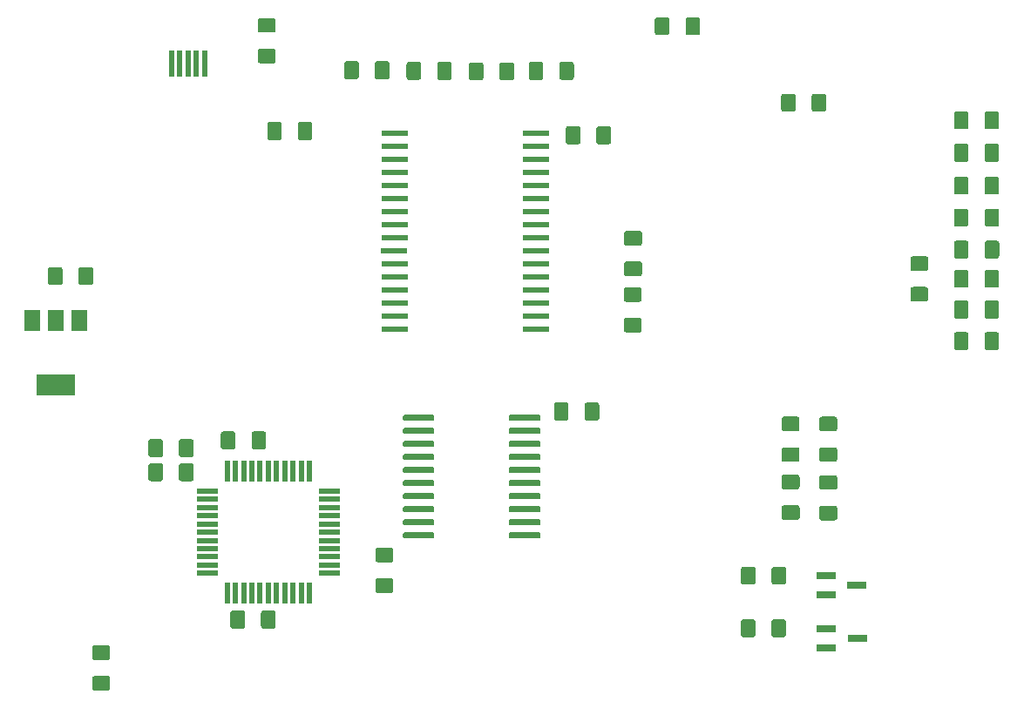
<source format=gbr>
G04 #@! TF.GenerationSoftware,KiCad,Pcbnew,(5.1.2-1)-1*
G04 #@! TF.CreationDate,2020-06-07T15:36:17+02:00*
G04 #@! TF.ProjectId,ElkWifi,456c6b57-6966-4692-9e6b-696361645f70,rev?*
G04 #@! TF.SameCoordinates,Original*
G04 #@! TF.FileFunction,Paste,Top*
G04 #@! TF.FilePolarity,Positive*
%FSLAX46Y46*%
G04 Gerber Fmt 4.6, Leading zero omitted, Abs format (unit mm)*
G04 Created by KiCad (PCBNEW (5.1.2-1)-1) date 2020-06-07 15:36:17*
%MOMM*%
%LPD*%
G04 APERTURE LIST*
%ADD10C,0.100000*%
%ADD11C,1.425000*%
%ADD12R,0.500000X2.500000*%
%ADD13R,1.900000X0.800000*%
%ADD14R,2.600000X0.600000*%
%ADD15C,0.600000*%
%ADD16R,2.000000X0.550000*%
%ADD17R,0.550000X2.000000*%
%ADD18R,3.800000X2.000000*%
%ADD19R,1.500000X2.000000*%
G04 APERTURE END LIST*
D10*
G36*
X165369504Y-47716404D02*
G01*
X165393773Y-47720004D01*
X165417571Y-47725965D01*
X165440671Y-47734230D01*
X165462849Y-47744720D01*
X165483893Y-47757333D01*
X165503598Y-47771947D01*
X165521777Y-47788423D01*
X165538253Y-47806602D01*
X165552867Y-47826307D01*
X165565480Y-47847351D01*
X165575970Y-47869529D01*
X165584235Y-47892629D01*
X165590196Y-47916427D01*
X165593796Y-47940696D01*
X165595000Y-47965200D01*
X165595000Y-49215200D01*
X165593796Y-49239704D01*
X165590196Y-49263973D01*
X165584235Y-49287771D01*
X165575970Y-49310871D01*
X165565480Y-49333049D01*
X165552867Y-49354093D01*
X165538253Y-49373798D01*
X165521777Y-49391977D01*
X165503598Y-49408453D01*
X165483893Y-49423067D01*
X165462849Y-49435680D01*
X165440671Y-49446170D01*
X165417571Y-49454435D01*
X165393773Y-49460396D01*
X165369504Y-49463996D01*
X165345000Y-49465200D01*
X164420000Y-49465200D01*
X164395496Y-49463996D01*
X164371227Y-49460396D01*
X164347429Y-49454435D01*
X164324329Y-49446170D01*
X164302151Y-49435680D01*
X164281107Y-49423067D01*
X164261402Y-49408453D01*
X164243223Y-49391977D01*
X164226747Y-49373798D01*
X164212133Y-49354093D01*
X164199520Y-49333049D01*
X164189030Y-49310871D01*
X164180765Y-49287771D01*
X164174804Y-49263973D01*
X164171204Y-49239704D01*
X164170000Y-49215200D01*
X164170000Y-47965200D01*
X164171204Y-47940696D01*
X164174804Y-47916427D01*
X164180765Y-47892629D01*
X164189030Y-47869529D01*
X164199520Y-47847351D01*
X164212133Y-47826307D01*
X164226747Y-47806602D01*
X164243223Y-47788423D01*
X164261402Y-47771947D01*
X164281107Y-47757333D01*
X164302151Y-47744720D01*
X164324329Y-47734230D01*
X164347429Y-47725965D01*
X164371227Y-47720004D01*
X164395496Y-47716404D01*
X164420000Y-47715200D01*
X165345000Y-47715200D01*
X165369504Y-47716404D01*
X165369504Y-47716404D01*
G37*
D11*
X164882500Y-48590200D03*
D10*
G36*
X168344504Y-47716404D02*
G01*
X168368773Y-47720004D01*
X168392571Y-47725965D01*
X168415671Y-47734230D01*
X168437849Y-47744720D01*
X168458893Y-47757333D01*
X168478598Y-47771947D01*
X168496777Y-47788423D01*
X168513253Y-47806602D01*
X168527867Y-47826307D01*
X168540480Y-47847351D01*
X168550970Y-47869529D01*
X168559235Y-47892629D01*
X168565196Y-47916427D01*
X168568796Y-47940696D01*
X168570000Y-47965200D01*
X168570000Y-49215200D01*
X168568796Y-49239704D01*
X168565196Y-49263973D01*
X168559235Y-49287771D01*
X168550970Y-49310871D01*
X168540480Y-49333049D01*
X168527867Y-49354093D01*
X168513253Y-49373798D01*
X168496777Y-49391977D01*
X168478598Y-49408453D01*
X168458893Y-49423067D01*
X168437849Y-49435680D01*
X168415671Y-49446170D01*
X168392571Y-49454435D01*
X168368773Y-49460396D01*
X168344504Y-49463996D01*
X168320000Y-49465200D01*
X167395000Y-49465200D01*
X167370496Y-49463996D01*
X167346227Y-49460396D01*
X167322429Y-49454435D01*
X167299329Y-49446170D01*
X167277151Y-49435680D01*
X167256107Y-49423067D01*
X167236402Y-49408453D01*
X167218223Y-49391977D01*
X167201747Y-49373798D01*
X167187133Y-49354093D01*
X167174520Y-49333049D01*
X167164030Y-49310871D01*
X167155765Y-49287771D01*
X167149804Y-49263973D01*
X167146204Y-49239704D01*
X167145000Y-49215200D01*
X167145000Y-47965200D01*
X167146204Y-47940696D01*
X167149804Y-47916427D01*
X167155765Y-47892629D01*
X167164030Y-47869529D01*
X167174520Y-47847351D01*
X167187133Y-47826307D01*
X167201747Y-47806602D01*
X167218223Y-47788423D01*
X167236402Y-47771947D01*
X167256107Y-47757333D01*
X167277151Y-47744720D01*
X167299329Y-47734230D01*
X167322429Y-47725965D01*
X167346227Y-47720004D01*
X167370496Y-47716404D01*
X167395000Y-47715200D01*
X168320000Y-47715200D01*
X168344504Y-47716404D01*
X168344504Y-47716404D01*
G37*
D11*
X167857500Y-48590200D03*
D12*
X88176300Y-33604200D03*
X91376300Y-33604200D03*
X89776300Y-33604200D03*
X90538300Y-33604200D03*
X88976300Y-33604200D03*
D10*
G36*
X139302144Y-29093124D02*
G01*
X139326413Y-29096724D01*
X139350211Y-29102685D01*
X139373311Y-29110950D01*
X139395489Y-29121440D01*
X139416533Y-29134053D01*
X139436238Y-29148667D01*
X139454417Y-29165143D01*
X139470893Y-29183322D01*
X139485507Y-29203027D01*
X139498120Y-29224071D01*
X139508610Y-29246249D01*
X139516875Y-29269349D01*
X139522836Y-29293147D01*
X139526436Y-29317416D01*
X139527640Y-29341920D01*
X139527640Y-30591920D01*
X139526436Y-30616424D01*
X139522836Y-30640693D01*
X139516875Y-30664491D01*
X139508610Y-30687591D01*
X139498120Y-30709769D01*
X139485507Y-30730813D01*
X139470893Y-30750518D01*
X139454417Y-30768697D01*
X139436238Y-30785173D01*
X139416533Y-30799787D01*
X139395489Y-30812400D01*
X139373311Y-30822890D01*
X139350211Y-30831155D01*
X139326413Y-30837116D01*
X139302144Y-30840716D01*
X139277640Y-30841920D01*
X138352640Y-30841920D01*
X138328136Y-30840716D01*
X138303867Y-30837116D01*
X138280069Y-30831155D01*
X138256969Y-30822890D01*
X138234791Y-30812400D01*
X138213747Y-30799787D01*
X138194042Y-30785173D01*
X138175863Y-30768697D01*
X138159387Y-30750518D01*
X138144773Y-30730813D01*
X138132160Y-30709769D01*
X138121670Y-30687591D01*
X138113405Y-30664491D01*
X138107444Y-30640693D01*
X138103844Y-30616424D01*
X138102640Y-30591920D01*
X138102640Y-29341920D01*
X138103844Y-29317416D01*
X138107444Y-29293147D01*
X138113405Y-29269349D01*
X138121670Y-29246249D01*
X138132160Y-29224071D01*
X138144773Y-29203027D01*
X138159387Y-29183322D01*
X138175863Y-29165143D01*
X138194042Y-29148667D01*
X138213747Y-29134053D01*
X138234791Y-29121440D01*
X138256969Y-29110950D01*
X138280069Y-29102685D01*
X138303867Y-29096724D01*
X138328136Y-29093124D01*
X138352640Y-29091920D01*
X139277640Y-29091920D01*
X139302144Y-29093124D01*
X139302144Y-29093124D01*
G37*
D11*
X138815140Y-29966920D03*
D10*
G36*
X136327144Y-29093124D02*
G01*
X136351413Y-29096724D01*
X136375211Y-29102685D01*
X136398311Y-29110950D01*
X136420489Y-29121440D01*
X136441533Y-29134053D01*
X136461238Y-29148667D01*
X136479417Y-29165143D01*
X136495893Y-29183322D01*
X136510507Y-29203027D01*
X136523120Y-29224071D01*
X136533610Y-29246249D01*
X136541875Y-29269349D01*
X136547836Y-29293147D01*
X136551436Y-29317416D01*
X136552640Y-29341920D01*
X136552640Y-30591920D01*
X136551436Y-30616424D01*
X136547836Y-30640693D01*
X136541875Y-30664491D01*
X136533610Y-30687591D01*
X136523120Y-30709769D01*
X136510507Y-30730813D01*
X136495893Y-30750518D01*
X136479417Y-30768697D01*
X136461238Y-30785173D01*
X136441533Y-30799787D01*
X136420489Y-30812400D01*
X136398311Y-30822890D01*
X136375211Y-30831155D01*
X136351413Y-30837116D01*
X136327144Y-30840716D01*
X136302640Y-30841920D01*
X135377640Y-30841920D01*
X135353136Y-30840716D01*
X135328867Y-30837116D01*
X135305069Y-30831155D01*
X135281969Y-30822890D01*
X135259791Y-30812400D01*
X135238747Y-30799787D01*
X135219042Y-30785173D01*
X135200863Y-30768697D01*
X135184387Y-30750518D01*
X135169773Y-30730813D01*
X135157160Y-30709769D01*
X135146670Y-30687591D01*
X135138405Y-30664491D01*
X135132444Y-30640693D01*
X135128844Y-30616424D01*
X135127640Y-30591920D01*
X135127640Y-29341920D01*
X135128844Y-29317416D01*
X135132444Y-29293147D01*
X135138405Y-29269349D01*
X135146670Y-29246249D01*
X135157160Y-29224071D01*
X135169773Y-29203027D01*
X135184387Y-29183322D01*
X135200863Y-29165143D01*
X135219042Y-29148667D01*
X135238747Y-29134053D01*
X135259791Y-29121440D01*
X135281969Y-29110950D01*
X135305069Y-29102685D01*
X135328867Y-29096724D01*
X135353136Y-29093124D01*
X135377640Y-29091920D01*
X136302640Y-29091920D01*
X136327144Y-29093124D01*
X136327144Y-29093124D01*
G37*
D11*
X135840140Y-29966920D03*
D10*
G36*
X98071204Y-32152824D02*
G01*
X98095473Y-32156424D01*
X98119271Y-32162385D01*
X98142371Y-32170650D01*
X98164549Y-32181140D01*
X98185593Y-32193753D01*
X98205298Y-32208367D01*
X98223477Y-32224843D01*
X98239953Y-32243022D01*
X98254567Y-32262727D01*
X98267180Y-32283771D01*
X98277670Y-32305949D01*
X98285935Y-32329049D01*
X98291896Y-32352847D01*
X98295496Y-32377116D01*
X98296700Y-32401620D01*
X98296700Y-33326620D01*
X98295496Y-33351124D01*
X98291896Y-33375393D01*
X98285935Y-33399191D01*
X98277670Y-33422291D01*
X98267180Y-33444469D01*
X98254567Y-33465513D01*
X98239953Y-33485218D01*
X98223477Y-33503397D01*
X98205298Y-33519873D01*
X98185593Y-33534487D01*
X98164549Y-33547100D01*
X98142371Y-33557590D01*
X98119271Y-33565855D01*
X98095473Y-33571816D01*
X98071204Y-33575416D01*
X98046700Y-33576620D01*
X96796700Y-33576620D01*
X96772196Y-33575416D01*
X96747927Y-33571816D01*
X96724129Y-33565855D01*
X96701029Y-33557590D01*
X96678851Y-33547100D01*
X96657807Y-33534487D01*
X96638102Y-33519873D01*
X96619923Y-33503397D01*
X96603447Y-33485218D01*
X96588833Y-33465513D01*
X96576220Y-33444469D01*
X96565730Y-33422291D01*
X96557465Y-33399191D01*
X96551504Y-33375393D01*
X96547904Y-33351124D01*
X96546700Y-33326620D01*
X96546700Y-32401620D01*
X96547904Y-32377116D01*
X96551504Y-32352847D01*
X96557465Y-32329049D01*
X96565730Y-32305949D01*
X96576220Y-32283771D01*
X96588833Y-32262727D01*
X96603447Y-32243022D01*
X96619923Y-32224843D01*
X96638102Y-32208367D01*
X96657807Y-32193753D01*
X96678851Y-32181140D01*
X96701029Y-32170650D01*
X96724129Y-32162385D01*
X96747927Y-32156424D01*
X96772196Y-32152824D01*
X96796700Y-32151620D01*
X98046700Y-32151620D01*
X98071204Y-32152824D01*
X98071204Y-32152824D01*
G37*
D11*
X97421700Y-32864120D03*
D10*
G36*
X98071204Y-29177824D02*
G01*
X98095473Y-29181424D01*
X98119271Y-29187385D01*
X98142371Y-29195650D01*
X98164549Y-29206140D01*
X98185593Y-29218753D01*
X98205298Y-29233367D01*
X98223477Y-29249843D01*
X98239953Y-29268022D01*
X98254567Y-29287727D01*
X98267180Y-29308771D01*
X98277670Y-29330949D01*
X98285935Y-29354049D01*
X98291896Y-29377847D01*
X98295496Y-29402116D01*
X98296700Y-29426620D01*
X98296700Y-30351620D01*
X98295496Y-30376124D01*
X98291896Y-30400393D01*
X98285935Y-30424191D01*
X98277670Y-30447291D01*
X98267180Y-30469469D01*
X98254567Y-30490513D01*
X98239953Y-30510218D01*
X98223477Y-30528397D01*
X98205298Y-30544873D01*
X98185593Y-30559487D01*
X98164549Y-30572100D01*
X98142371Y-30582590D01*
X98119271Y-30590855D01*
X98095473Y-30596816D01*
X98071204Y-30600416D01*
X98046700Y-30601620D01*
X96796700Y-30601620D01*
X96772196Y-30600416D01*
X96747927Y-30596816D01*
X96724129Y-30590855D01*
X96701029Y-30582590D01*
X96678851Y-30572100D01*
X96657807Y-30559487D01*
X96638102Y-30544873D01*
X96619923Y-30528397D01*
X96603447Y-30510218D01*
X96588833Y-30490513D01*
X96576220Y-30469469D01*
X96565730Y-30447291D01*
X96557465Y-30424191D01*
X96551504Y-30400393D01*
X96547904Y-30376124D01*
X96546700Y-30351620D01*
X96546700Y-29426620D01*
X96547904Y-29402116D01*
X96551504Y-29377847D01*
X96557465Y-29354049D01*
X96565730Y-29330949D01*
X96576220Y-29308771D01*
X96588833Y-29287727D01*
X96603447Y-29268022D01*
X96619923Y-29249843D01*
X96638102Y-29233367D01*
X96657807Y-29218753D01*
X96678851Y-29206140D01*
X96701029Y-29195650D01*
X96724129Y-29187385D01*
X96747927Y-29181424D01*
X96772196Y-29177824D01*
X96796700Y-29176620D01*
X98046700Y-29176620D01*
X98071204Y-29177824D01*
X98071204Y-29177824D01*
G37*
D11*
X97421700Y-29889120D03*
D10*
G36*
X77350884Y-53395844D02*
G01*
X77375153Y-53399444D01*
X77398951Y-53405405D01*
X77422051Y-53413670D01*
X77444229Y-53424160D01*
X77465273Y-53436773D01*
X77484978Y-53451387D01*
X77503157Y-53467863D01*
X77519633Y-53486042D01*
X77534247Y-53505747D01*
X77546860Y-53526791D01*
X77557350Y-53548969D01*
X77565615Y-53572069D01*
X77571576Y-53595867D01*
X77575176Y-53620136D01*
X77576380Y-53644640D01*
X77576380Y-54894640D01*
X77575176Y-54919144D01*
X77571576Y-54943413D01*
X77565615Y-54967211D01*
X77557350Y-54990311D01*
X77546860Y-55012489D01*
X77534247Y-55033533D01*
X77519633Y-55053238D01*
X77503157Y-55071417D01*
X77484978Y-55087893D01*
X77465273Y-55102507D01*
X77444229Y-55115120D01*
X77422051Y-55125610D01*
X77398951Y-55133875D01*
X77375153Y-55139836D01*
X77350884Y-55143436D01*
X77326380Y-55144640D01*
X76401380Y-55144640D01*
X76376876Y-55143436D01*
X76352607Y-55139836D01*
X76328809Y-55133875D01*
X76305709Y-55125610D01*
X76283531Y-55115120D01*
X76262487Y-55102507D01*
X76242782Y-55087893D01*
X76224603Y-55071417D01*
X76208127Y-55053238D01*
X76193513Y-55033533D01*
X76180900Y-55012489D01*
X76170410Y-54990311D01*
X76162145Y-54967211D01*
X76156184Y-54943413D01*
X76152584Y-54919144D01*
X76151380Y-54894640D01*
X76151380Y-53644640D01*
X76152584Y-53620136D01*
X76156184Y-53595867D01*
X76162145Y-53572069D01*
X76170410Y-53548969D01*
X76180900Y-53526791D01*
X76193513Y-53505747D01*
X76208127Y-53486042D01*
X76224603Y-53467863D01*
X76242782Y-53451387D01*
X76262487Y-53436773D01*
X76283531Y-53424160D01*
X76305709Y-53413670D01*
X76328809Y-53405405D01*
X76352607Y-53399444D01*
X76376876Y-53395844D01*
X76401380Y-53394640D01*
X77326380Y-53394640D01*
X77350884Y-53395844D01*
X77350884Y-53395844D01*
G37*
D11*
X76863880Y-54269640D03*
D10*
G36*
X80325884Y-53395844D02*
G01*
X80350153Y-53399444D01*
X80373951Y-53405405D01*
X80397051Y-53413670D01*
X80419229Y-53424160D01*
X80440273Y-53436773D01*
X80459978Y-53451387D01*
X80478157Y-53467863D01*
X80494633Y-53486042D01*
X80509247Y-53505747D01*
X80521860Y-53526791D01*
X80532350Y-53548969D01*
X80540615Y-53572069D01*
X80546576Y-53595867D01*
X80550176Y-53620136D01*
X80551380Y-53644640D01*
X80551380Y-54894640D01*
X80550176Y-54919144D01*
X80546576Y-54943413D01*
X80540615Y-54967211D01*
X80532350Y-54990311D01*
X80521860Y-55012489D01*
X80509247Y-55033533D01*
X80494633Y-55053238D01*
X80478157Y-55071417D01*
X80459978Y-55087893D01*
X80440273Y-55102507D01*
X80419229Y-55115120D01*
X80397051Y-55125610D01*
X80373951Y-55133875D01*
X80350153Y-55139836D01*
X80325884Y-55143436D01*
X80301380Y-55144640D01*
X79376380Y-55144640D01*
X79351876Y-55143436D01*
X79327607Y-55139836D01*
X79303809Y-55133875D01*
X79280709Y-55125610D01*
X79258531Y-55115120D01*
X79237487Y-55102507D01*
X79217782Y-55087893D01*
X79199603Y-55071417D01*
X79183127Y-55053238D01*
X79168513Y-55033533D01*
X79155900Y-55012489D01*
X79145410Y-54990311D01*
X79137145Y-54967211D01*
X79131184Y-54943413D01*
X79127584Y-54919144D01*
X79126380Y-54894640D01*
X79126380Y-53644640D01*
X79127584Y-53620136D01*
X79131184Y-53595867D01*
X79137145Y-53572069D01*
X79145410Y-53548969D01*
X79155900Y-53526791D01*
X79168513Y-53505747D01*
X79183127Y-53486042D01*
X79199603Y-53467863D01*
X79217782Y-53451387D01*
X79237487Y-53436773D01*
X79258531Y-53424160D01*
X79280709Y-53413670D01*
X79303809Y-53405405D01*
X79327607Y-53399444D01*
X79351876Y-53395844D01*
X79376380Y-53394640D01*
X80301380Y-53394640D01*
X80325884Y-53395844D01*
X80325884Y-53395844D01*
G37*
D11*
X79838880Y-54269640D03*
D13*
X154743280Y-84328000D03*
X151743280Y-85278000D03*
X151743280Y-83378000D03*
X154789000Y-89476580D03*
X151789000Y-90426580D03*
X151789000Y-88526580D03*
D10*
G36*
X90089644Y-72458544D02*
G01*
X90113913Y-72462144D01*
X90137711Y-72468105D01*
X90160811Y-72476370D01*
X90182989Y-72486860D01*
X90204033Y-72499473D01*
X90223738Y-72514087D01*
X90241917Y-72530563D01*
X90258393Y-72548742D01*
X90273007Y-72568447D01*
X90285620Y-72589491D01*
X90296110Y-72611669D01*
X90304375Y-72634769D01*
X90310336Y-72658567D01*
X90313936Y-72682836D01*
X90315140Y-72707340D01*
X90315140Y-73957340D01*
X90313936Y-73981844D01*
X90310336Y-74006113D01*
X90304375Y-74029911D01*
X90296110Y-74053011D01*
X90285620Y-74075189D01*
X90273007Y-74096233D01*
X90258393Y-74115938D01*
X90241917Y-74134117D01*
X90223738Y-74150593D01*
X90204033Y-74165207D01*
X90182989Y-74177820D01*
X90160811Y-74188310D01*
X90137711Y-74196575D01*
X90113913Y-74202536D01*
X90089644Y-74206136D01*
X90065140Y-74207340D01*
X89140140Y-74207340D01*
X89115636Y-74206136D01*
X89091367Y-74202536D01*
X89067569Y-74196575D01*
X89044469Y-74188310D01*
X89022291Y-74177820D01*
X89001247Y-74165207D01*
X88981542Y-74150593D01*
X88963363Y-74134117D01*
X88946887Y-74115938D01*
X88932273Y-74096233D01*
X88919660Y-74075189D01*
X88909170Y-74053011D01*
X88900905Y-74029911D01*
X88894944Y-74006113D01*
X88891344Y-73981844D01*
X88890140Y-73957340D01*
X88890140Y-72707340D01*
X88891344Y-72682836D01*
X88894944Y-72658567D01*
X88900905Y-72634769D01*
X88909170Y-72611669D01*
X88919660Y-72589491D01*
X88932273Y-72568447D01*
X88946887Y-72548742D01*
X88963363Y-72530563D01*
X88981542Y-72514087D01*
X89001247Y-72499473D01*
X89022291Y-72486860D01*
X89044469Y-72476370D01*
X89067569Y-72468105D01*
X89091367Y-72462144D01*
X89115636Y-72458544D01*
X89140140Y-72457340D01*
X90065140Y-72457340D01*
X90089644Y-72458544D01*
X90089644Y-72458544D01*
G37*
D11*
X89602640Y-73332340D03*
D10*
G36*
X87114644Y-72458544D02*
G01*
X87138913Y-72462144D01*
X87162711Y-72468105D01*
X87185811Y-72476370D01*
X87207989Y-72486860D01*
X87229033Y-72499473D01*
X87248738Y-72514087D01*
X87266917Y-72530563D01*
X87283393Y-72548742D01*
X87298007Y-72568447D01*
X87310620Y-72589491D01*
X87321110Y-72611669D01*
X87329375Y-72634769D01*
X87335336Y-72658567D01*
X87338936Y-72682836D01*
X87340140Y-72707340D01*
X87340140Y-73957340D01*
X87338936Y-73981844D01*
X87335336Y-74006113D01*
X87329375Y-74029911D01*
X87321110Y-74053011D01*
X87310620Y-74075189D01*
X87298007Y-74096233D01*
X87283393Y-74115938D01*
X87266917Y-74134117D01*
X87248738Y-74150593D01*
X87229033Y-74165207D01*
X87207989Y-74177820D01*
X87185811Y-74188310D01*
X87162711Y-74196575D01*
X87138913Y-74202536D01*
X87114644Y-74206136D01*
X87090140Y-74207340D01*
X86165140Y-74207340D01*
X86140636Y-74206136D01*
X86116367Y-74202536D01*
X86092569Y-74196575D01*
X86069469Y-74188310D01*
X86047291Y-74177820D01*
X86026247Y-74165207D01*
X86006542Y-74150593D01*
X85988363Y-74134117D01*
X85971887Y-74115938D01*
X85957273Y-74096233D01*
X85944660Y-74075189D01*
X85934170Y-74053011D01*
X85925905Y-74029911D01*
X85919944Y-74006113D01*
X85916344Y-73981844D01*
X85915140Y-73957340D01*
X85915140Y-72707340D01*
X85916344Y-72682836D01*
X85919944Y-72658567D01*
X85925905Y-72634769D01*
X85934170Y-72611669D01*
X85944660Y-72589491D01*
X85957273Y-72568447D01*
X85971887Y-72548742D01*
X85988363Y-72530563D01*
X86006542Y-72514087D01*
X86026247Y-72499473D01*
X86047291Y-72486860D01*
X86069469Y-72476370D01*
X86092569Y-72468105D01*
X86116367Y-72462144D01*
X86140636Y-72458544D01*
X86165140Y-72457340D01*
X87090140Y-72457340D01*
X87114644Y-72458544D01*
X87114644Y-72458544D01*
G37*
D11*
X86627640Y-73332340D03*
D14*
X123563380Y-40393620D03*
X123567380Y-41663620D03*
X123567380Y-42933620D03*
X123567380Y-44203620D03*
X123567380Y-45473620D03*
X123567380Y-46743620D03*
X123567380Y-48013620D03*
X123567380Y-49293620D03*
X123567380Y-50543620D03*
X123567380Y-51823620D03*
X123567380Y-53093620D03*
X123567380Y-54363620D03*
X123567380Y-55633620D03*
X123567380Y-56903620D03*
X123567380Y-58173620D03*
X123567380Y-59443620D03*
X109843380Y-59443620D03*
X109843380Y-58173620D03*
X109843380Y-56903620D03*
X109843380Y-55633620D03*
X109843380Y-54363620D03*
X109843380Y-53093620D03*
X109743380Y-51823620D03*
X109843380Y-50543620D03*
X109843380Y-49293620D03*
X109843380Y-48013620D03*
X109843380Y-46743620D03*
X109843380Y-45473620D03*
X109843380Y-44203620D03*
X109843380Y-42933620D03*
X109843380Y-41663620D03*
X109843380Y-40393620D03*
D10*
G36*
X123867383Y-67762562D02*
G01*
X123881944Y-67764722D01*
X123896223Y-67768299D01*
X123910083Y-67773258D01*
X123923390Y-67779552D01*
X123936016Y-67787120D01*
X123947839Y-67795888D01*
X123958746Y-67805774D01*
X123968632Y-67816681D01*
X123977400Y-67828504D01*
X123984968Y-67841130D01*
X123991262Y-67854437D01*
X123996221Y-67868297D01*
X123999798Y-67882576D01*
X124001958Y-67897137D01*
X124002680Y-67911840D01*
X124002680Y-68211840D01*
X124001958Y-68226543D01*
X123999798Y-68241104D01*
X123996221Y-68255383D01*
X123991262Y-68269243D01*
X123984968Y-68282550D01*
X123977400Y-68295176D01*
X123968632Y-68306999D01*
X123958746Y-68317906D01*
X123947839Y-68327792D01*
X123936016Y-68336560D01*
X123923390Y-68344128D01*
X123910083Y-68350422D01*
X123896223Y-68355381D01*
X123881944Y-68358958D01*
X123867383Y-68361118D01*
X123852680Y-68361840D01*
X121102680Y-68361840D01*
X121087977Y-68361118D01*
X121073416Y-68358958D01*
X121059137Y-68355381D01*
X121045277Y-68350422D01*
X121031970Y-68344128D01*
X121019344Y-68336560D01*
X121007521Y-68327792D01*
X120996614Y-68317906D01*
X120986728Y-68306999D01*
X120977960Y-68295176D01*
X120970392Y-68282550D01*
X120964098Y-68269243D01*
X120959139Y-68255383D01*
X120955562Y-68241104D01*
X120953402Y-68226543D01*
X120952680Y-68211840D01*
X120952680Y-67911840D01*
X120953402Y-67897137D01*
X120955562Y-67882576D01*
X120959139Y-67868297D01*
X120964098Y-67854437D01*
X120970392Y-67841130D01*
X120977960Y-67828504D01*
X120986728Y-67816681D01*
X120996614Y-67805774D01*
X121007521Y-67795888D01*
X121019344Y-67787120D01*
X121031970Y-67779552D01*
X121045277Y-67773258D01*
X121059137Y-67768299D01*
X121073416Y-67764722D01*
X121087977Y-67762562D01*
X121102680Y-67761840D01*
X123852680Y-67761840D01*
X123867383Y-67762562D01*
X123867383Y-67762562D01*
G37*
D15*
X122477680Y-68061840D03*
D10*
G36*
X123867383Y-69032562D02*
G01*
X123881944Y-69034722D01*
X123896223Y-69038299D01*
X123910083Y-69043258D01*
X123923390Y-69049552D01*
X123936016Y-69057120D01*
X123947839Y-69065888D01*
X123958746Y-69075774D01*
X123968632Y-69086681D01*
X123977400Y-69098504D01*
X123984968Y-69111130D01*
X123991262Y-69124437D01*
X123996221Y-69138297D01*
X123999798Y-69152576D01*
X124001958Y-69167137D01*
X124002680Y-69181840D01*
X124002680Y-69481840D01*
X124001958Y-69496543D01*
X123999798Y-69511104D01*
X123996221Y-69525383D01*
X123991262Y-69539243D01*
X123984968Y-69552550D01*
X123977400Y-69565176D01*
X123968632Y-69576999D01*
X123958746Y-69587906D01*
X123947839Y-69597792D01*
X123936016Y-69606560D01*
X123923390Y-69614128D01*
X123910083Y-69620422D01*
X123896223Y-69625381D01*
X123881944Y-69628958D01*
X123867383Y-69631118D01*
X123852680Y-69631840D01*
X121102680Y-69631840D01*
X121087977Y-69631118D01*
X121073416Y-69628958D01*
X121059137Y-69625381D01*
X121045277Y-69620422D01*
X121031970Y-69614128D01*
X121019344Y-69606560D01*
X121007521Y-69597792D01*
X120996614Y-69587906D01*
X120986728Y-69576999D01*
X120977960Y-69565176D01*
X120970392Y-69552550D01*
X120964098Y-69539243D01*
X120959139Y-69525383D01*
X120955562Y-69511104D01*
X120953402Y-69496543D01*
X120952680Y-69481840D01*
X120952680Y-69181840D01*
X120953402Y-69167137D01*
X120955562Y-69152576D01*
X120959139Y-69138297D01*
X120964098Y-69124437D01*
X120970392Y-69111130D01*
X120977960Y-69098504D01*
X120986728Y-69086681D01*
X120996614Y-69075774D01*
X121007521Y-69065888D01*
X121019344Y-69057120D01*
X121031970Y-69049552D01*
X121045277Y-69043258D01*
X121059137Y-69038299D01*
X121073416Y-69034722D01*
X121087977Y-69032562D01*
X121102680Y-69031840D01*
X123852680Y-69031840D01*
X123867383Y-69032562D01*
X123867383Y-69032562D01*
G37*
D15*
X122477680Y-69331840D03*
D10*
G36*
X123867383Y-70302562D02*
G01*
X123881944Y-70304722D01*
X123896223Y-70308299D01*
X123910083Y-70313258D01*
X123923390Y-70319552D01*
X123936016Y-70327120D01*
X123947839Y-70335888D01*
X123958746Y-70345774D01*
X123968632Y-70356681D01*
X123977400Y-70368504D01*
X123984968Y-70381130D01*
X123991262Y-70394437D01*
X123996221Y-70408297D01*
X123999798Y-70422576D01*
X124001958Y-70437137D01*
X124002680Y-70451840D01*
X124002680Y-70751840D01*
X124001958Y-70766543D01*
X123999798Y-70781104D01*
X123996221Y-70795383D01*
X123991262Y-70809243D01*
X123984968Y-70822550D01*
X123977400Y-70835176D01*
X123968632Y-70846999D01*
X123958746Y-70857906D01*
X123947839Y-70867792D01*
X123936016Y-70876560D01*
X123923390Y-70884128D01*
X123910083Y-70890422D01*
X123896223Y-70895381D01*
X123881944Y-70898958D01*
X123867383Y-70901118D01*
X123852680Y-70901840D01*
X121102680Y-70901840D01*
X121087977Y-70901118D01*
X121073416Y-70898958D01*
X121059137Y-70895381D01*
X121045277Y-70890422D01*
X121031970Y-70884128D01*
X121019344Y-70876560D01*
X121007521Y-70867792D01*
X120996614Y-70857906D01*
X120986728Y-70846999D01*
X120977960Y-70835176D01*
X120970392Y-70822550D01*
X120964098Y-70809243D01*
X120959139Y-70795383D01*
X120955562Y-70781104D01*
X120953402Y-70766543D01*
X120952680Y-70751840D01*
X120952680Y-70451840D01*
X120953402Y-70437137D01*
X120955562Y-70422576D01*
X120959139Y-70408297D01*
X120964098Y-70394437D01*
X120970392Y-70381130D01*
X120977960Y-70368504D01*
X120986728Y-70356681D01*
X120996614Y-70345774D01*
X121007521Y-70335888D01*
X121019344Y-70327120D01*
X121031970Y-70319552D01*
X121045277Y-70313258D01*
X121059137Y-70308299D01*
X121073416Y-70304722D01*
X121087977Y-70302562D01*
X121102680Y-70301840D01*
X123852680Y-70301840D01*
X123867383Y-70302562D01*
X123867383Y-70302562D01*
G37*
D15*
X122477680Y-70601840D03*
D10*
G36*
X123867383Y-71572562D02*
G01*
X123881944Y-71574722D01*
X123896223Y-71578299D01*
X123910083Y-71583258D01*
X123923390Y-71589552D01*
X123936016Y-71597120D01*
X123947839Y-71605888D01*
X123958746Y-71615774D01*
X123968632Y-71626681D01*
X123977400Y-71638504D01*
X123984968Y-71651130D01*
X123991262Y-71664437D01*
X123996221Y-71678297D01*
X123999798Y-71692576D01*
X124001958Y-71707137D01*
X124002680Y-71721840D01*
X124002680Y-72021840D01*
X124001958Y-72036543D01*
X123999798Y-72051104D01*
X123996221Y-72065383D01*
X123991262Y-72079243D01*
X123984968Y-72092550D01*
X123977400Y-72105176D01*
X123968632Y-72116999D01*
X123958746Y-72127906D01*
X123947839Y-72137792D01*
X123936016Y-72146560D01*
X123923390Y-72154128D01*
X123910083Y-72160422D01*
X123896223Y-72165381D01*
X123881944Y-72168958D01*
X123867383Y-72171118D01*
X123852680Y-72171840D01*
X121102680Y-72171840D01*
X121087977Y-72171118D01*
X121073416Y-72168958D01*
X121059137Y-72165381D01*
X121045277Y-72160422D01*
X121031970Y-72154128D01*
X121019344Y-72146560D01*
X121007521Y-72137792D01*
X120996614Y-72127906D01*
X120986728Y-72116999D01*
X120977960Y-72105176D01*
X120970392Y-72092550D01*
X120964098Y-72079243D01*
X120959139Y-72065383D01*
X120955562Y-72051104D01*
X120953402Y-72036543D01*
X120952680Y-72021840D01*
X120952680Y-71721840D01*
X120953402Y-71707137D01*
X120955562Y-71692576D01*
X120959139Y-71678297D01*
X120964098Y-71664437D01*
X120970392Y-71651130D01*
X120977960Y-71638504D01*
X120986728Y-71626681D01*
X120996614Y-71615774D01*
X121007521Y-71605888D01*
X121019344Y-71597120D01*
X121031970Y-71589552D01*
X121045277Y-71583258D01*
X121059137Y-71578299D01*
X121073416Y-71574722D01*
X121087977Y-71572562D01*
X121102680Y-71571840D01*
X123852680Y-71571840D01*
X123867383Y-71572562D01*
X123867383Y-71572562D01*
G37*
D15*
X122477680Y-71871840D03*
D10*
G36*
X123867383Y-72842562D02*
G01*
X123881944Y-72844722D01*
X123896223Y-72848299D01*
X123910083Y-72853258D01*
X123923390Y-72859552D01*
X123936016Y-72867120D01*
X123947839Y-72875888D01*
X123958746Y-72885774D01*
X123968632Y-72896681D01*
X123977400Y-72908504D01*
X123984968Y-72921130D01*
X123991262Y-72934437D01*
X123996221Y-72948297D01*
X123999798Y-72962576D01*
X124001958Y-72977137D01*
X124002680Y-72991840D01*
X124002680Y-73291840D01*
X124001958Y-73306543D01*
X123999798Y-73321104D01*
X123996221Y-73335383D01*
X123991262Y-73349243D01*
X123984968Y-73362550D01*
X123977400Y-73375176D01*
X123968632Y-73386999D01*
X123958746Y-73397906D01*
X123947839Y-73407792D01*
X123936016Y-73416560D01*
X123923390Y-73424128D01*
X123910083Y-73430422D01*
X123896223Y-73435381D01*
X123881944Y-73438958D01*
X123867383Y-73441118D01*
X123852680Y-73441840D01*
X121102680Y-73441840D01*
X121087977Y-73441118D01*
X121073416Y-73438958D01*
X121059137Y-73435381D01*
X121045277Y-73430422D01*
X121031970Y-73424128D01*
X121019344Y-73416560D01*
X121007521Y-73407792D01*
X120996614Y-73397906D01*
X120986728Y-73386999D01*
X120977960Y-73375176D01*
X120970392Y-73362550D01*
X120964098Y-73349243D01*
X120959139Y-73335383D01*
X120955562Y-73321104D01*
X120953402Y-73306543D01*
X120952680Y-73291840D01*
X120952680Y-72991840D01*
X120953402Y-72977137D01*
X120955562Y-72962576D01*
X120959139Y-72948297D01*
X120964098Y-72934437D01*
X120970392Y-72921130D01*
X120977960Y-72908504D01*
X120986728Y-72896681D01*
X120996614Y-72885774D01*
X121007521Y-72875888D01*
X121019344Y-72867120D01*
X121031970Y-72859552D01*
X121045277Y-72853258D01*
X121059137Y-72848299D01*
X121073416Y-72844722D01*
X121087977Y-72842562D01*
X121102680Y-72841840D01*
X123852680Y-72841840D01*
X123867383Y-72842562D01*
X123867383Y-72842562D01*
G37*
D15*
X122477680Y-73141840D03*
D10*
G36*
X123867383Y-74112562D02*
G01*
X123881944Y-74114722D01*
X123896223Y-74118299D01*
X123910083Y-74123258D01*
X123923390Y-74129552D01*
X123936016Y-74137120D01*
X123947839Y-74145888D01*
X123958746Y-74155774D01*
X123968632Y-74166681D01*
X123977400Y-74178504D01*
X123984968Y-74191130D01*
X123991262Y-74204437D01*
X123996221Y-74218297D01*
X123999798Y-74232576D01*
X124001958Y-74247137D01*
X124002680Y-74261840D01*
X124002680Y-74561840D01*
X124001958Y-74576543D01*
X123999798Y-74591104D01*
X123996221Y-74605383D01*
X123991262Y-74619243D01*
X123984968Y-74632550D01*
X123977400Y-74645176D01*
X123968632Y-74656999D01*
X123958746Y-74667906D01*
X123947839Y-74677792D01*
X123936016Y-74686560D01*
X123923390Y-74694128D01*
X123910083Y-74700422D01*
X123896223Y-74705381D01*
X123881944Y-74708958D01*
X123867383Y-74711118D01*
X123852680Y-74711840D01*
X121102680Y-74711840D01*
X121087977Y-74711118D01*
X121073416Y-74708958D01*
X121059137Y-74705381D01*
X121045277Y-74700422D01*
X121031970Y-74694128D01*
X121019344Y-74686560D01*
X121007521Y-74677792D01*
X120996614Y-74667906D01*
X120986728Y-74656999D01*
X120977960Y-74645176D01*
X120970392Y-74632550D01*
X120964098Y-74619243D01*
X120959139Y-74605383D01*
X120955562Y-74591104D01*
X120953402Y-74576543D01*
X120952680Y-74561840D01*
X120952680Y-74261840D01*
X120953402Y-74247137D01*
X120955562Y-74232576D01*
X120959139Y-74218297D01*
X120964098Y-74204437D01*
X120970392Y-74191130D01*
X120977960Y-74178504D01*
X120986728Y-74166681D01*
X120996614Y-74155774D01*
X121007521Y-74145888D01*
X121019344Y-74137120D01*
X121031970Y-74129552D01*
X121045277Y-74123258D01*
X121059137Y-74118299D01*
X121073416Y-74114722D01*
X121087977Y-74112562D01*
X121102680Y-74111840D01*
X123852680Y-74111840D01*
X123867383Y-74112562D01*
X123867383Y-74112562D01*
G37*
D15*
X122477680Y-74411840D03*
D10*
G36*
X123867383Y-75382562D02*
G01*
X123881944Y-75384722D01*
X123896223Y-75388299D01*
X123910083Y-75393258D01*
X123923390Y-75399552D01*
X123936016Y-75407120D01*
X123947839Y-75415888D01*
X123958746Y-75425774D01*
X123968632Y-75436681D01*
X123977400Y-75448504D01*
X123984968Y-75461130D01*
X123991262Y-75474437D01*
X123996221Y-75488297D01*
X123999798Y-75502576D01*
X124001958Y-75517137D01*
X124002680Y-75531840D01*
X124002680Y-75831840D01*
X124001958Y-75846543D01*
X123999798Y-75861104D01*
X123996221Y-75875383D01*
X123991262Y-75889243D01*
X123984968Y-75902550D01*
X123977400Y-75915176D01*
X123968632Y-75926999D01*
X123958746Y-75937906D01*
X123947839Y-75947792D01*
X123936016Y-75956560D01*
X123923390Y-75964128D01*
X123910083Y-75970422D01*
X123896223Y-75975381D01*
X123881944Y-75978958D01*
X123867383Y-75981118D01*
X123852680Y-75981840D01*
X121102680Y-75981840D01*
X121087977Y-75981118D01*
X121073416Y-75978958D01*
X121059137Y-75975381D01*
X121045277Y-75970422D01*
X121031970Y-75964128D01*
X121019344Y-75956560D01*
X121007521Y-75947792D01*
X120996614Y-75937906D01*
X120986728Y-75926999D01*
X120977960Y-75915176D01*
X120970392Y-75902550D01*
X120964098Y-75889243D01*
X120959139Y-75875383D01*
X120955562Y-75861104D01*
X120953402Y-75846543D01*
X120952680Y-75831840D01*
X120952680Y-75531840D01*
X120953402Y-75517137D01*
X120955562Y-75502576D01*
X120959139Y-75488297D01*
X120964098Y-75474437D01*
X120970392Y-75461130D01*
X120977960Y-75448504D01*
X120986728Y-75436681D01*
X120996614Y-75425774D01*
X121007521Y-75415888D01*
X121019344Y-75407120D01*
X121031970Y-75399552D01*
X121045277Y-75393258D01*
X121059137Y-75388299D01*
X121073416Y-75384722D01*
X121087977Y-75382562D01*
X121102680Y-75381840D01*
X123852680Y-75381840D01*
X123867383Y-75382562D01*
X123867383Y-75382562D01*
G37*
D15*
X122477680Y-75681840D03*
D10*
G36*
X123867383Y-76652562D02*
G01*
X123881944Y-76654722D01*
X123896223Y-76658299D01*
X123910083Y-76663258D01*
X123923390Y-76669552D01*
X123936016Y-76677120D01*
X123947839Y-76685888D01*
X123958746Y-76695774D01*
X123968632Y-76706681D01*
X123977400Y-76718504D01*
X123984968Y-76731130D01*
X123991262Y-76744437D01*
X123996221Y-76758297D01*
X123999798Y-76772576D01*
X124001958Y-76787137D01*
X124002680Y-76801840D01*
X124002680Y-77101840D01*
X124001958Y-77116543D01*
X123999798Y-77131104D01*
X123996221Y-77145383D01*
X123991262Y-77159243D01*
X123984968Y-77172550D01*
X123977400Y-77185176D01*
X123968632Y-77196999D01*
X123958746Y-77207906D01*
X123947839Y-77217792D01*
X123936016Y-77226560D01*
X123923390Y-77234128D01*
X123910083Y-77240422D01*
X123896223Y-77245381D01*
X123881944Y-77248958D01*
X123867383Y-77251118D01*
X123852680Y-77251840D01*
X121102680Y-77251840D01*
X121087977Y-77251118D01*
X121073416Y-77248958D01*
X121059137Y-77245381D01*
X121045277Y-77240422D01*
X121031970Y-77234128D01*
X121019344Y-77226560D01*
X121007521Y-77217792D01*
X120996614Y-77207906D01*
X120986728Y-77196999D01*
X120977960Y-77185176D01*
X120970392Y-77172550D01*
X120964098Y-77159243D01*
X120959139Y-77145383D01*
X120955562Y-77131104D01*
X120953402Y-77116543D01*
X120952680Y-77101840D01*
X120952680Y-76801840D01*
X120953402Y-76787137D01*
X120955562Y-76772576D01*
X120959139Y-76758297D01*
X120964098Y-76744437D01*
X120970392Y-76731130D01*
X120977960Y-76718504D01*
X120986728Y-76706681D01*
X120996614Y-76695774D01*
X121007521Y-76685888D01*
X121019344Y-76677120D01*
X121031970Y-76669552D01*
X121045277Y-76663258D01*
X121059137Y-76658299D01*
X121073416Y-76654722D01*
X121087977Y-76652562D01*
X121102680Y-76651840D01*
X123852680Y-76651840D01*
X123867383Y-76652562D01*
X123867383Y-76652562D01*
G37*
D15*
X122477680Y-76951840D03*
D10*
G36*
X123867383Y-77922562D02*
G01*
X123881944Y-77924722D01*
X123896223Y-77928299D01*
X123910083Y-77933258D01*
X123923390Y-77939552D01*
X123936016Y-77947120D01*
X123947839Y-77955888D01*
X123958746Y-77965774D01*
X123968632Y-77976681D01*
X123977400Y-77988504D01*
X123984968Y-78001130D01*
X123991262Y-78014437D01*
X123996221Y-78028297D01*
X123999798Y-78042576D01*
X124001958Y-78057137D01*
X124002680Y-78071840D01*
X124002680Y-78371840D01*
X124001958Y-78386543D01*
X123999798Y-78401104D01*
X123996221Y-78415383D01*
X123991262Y-78429243D01*
X123984968Y-78442550D01*
X123977400Y-78455176D01*
X123968632Y-78466999D01*
X123958746Y-78477906D01*
X123947839Y-78487792D01*
X123936016Y-78496560D01*
X123923390Y-78504128D01*
X123910083Y-78510422D01*
X123896223Y-78515381D01*
X123881944Y-78518958D01*
X123867383Y-78521118D01*
X123852680Y-78521840D01*
X121102680Y-78521840D01*
X121087977Y-78521118D01*
X121073416Y-78518958D01*
X121059137Y-78515381D01*
X121045277Y-78510422D01*
X121031970Y-78504128D01*
X121019344Y-78496560D01*
X121007521Y-78487792D01*
X120996614Y-78477906D01*
X120986728Y-78466999D01*
X120977960Y-78455176D01*
X120970392Y-78442550D01*
X120964098Y-78429243D01*
X120959139Y-78415383D01*
X120955562Y-78401104D01*
X120953402Y-78386543D01*
X120952680Y-78371840D01*
X120952680Y-78071840D01*
X120953402Y-78057137D01*
X120955562Y-78042576D01*
X120959139Y-78028297D01*
X120964098Y-78014437D01*
X120970392Y-78001130D01*
X120977960Y-77988504D01*
X120986728Y-77976681D01*
X120996614Y-77965774D01*
X121007521Y-77955888D01*
X121019344Y-77947120D01*
X121031970Y-77939552D01*
X121045277Y-77933258D01*
X121059137Y-77928299D01*
X121073416Y-77924722D01*
X121087977Y-77922562D01*
X121102680Y-77921840D01*
X123852680Y-77921840D01*
X123867383Y-77922562D01*
X123867383Y-77922562D01*
G37*
D15*
X122477680Y-78221840D03*
D10*
G36*
X123867383Y-79192562D02*
G01*
X123881944Y-79194722D01*
X123896223Y-79198299D01*
X123910083Y-79203258D01*
X123923390Y-79209552D01*
X123936016Y-79217120D01*
X123947839Y-79225888D01*
X123958746Y-79235774D01*
X123968632Y-79246681D01*
X123977400Y-79258504D01*
X123984968Y-79271130D01*
X123991262Y-79284437D01*
X123996221Y-79298297D01*
X123999798Y-79312576D01*
X124001958Y-79327137D01*
X124002680Y-79341840D01*
X124002680Y-79641840D01*
X124001958Y-79656543D01*
X123999798Y-79671104D01*
X123996221Y-79685383D01*
X123991262Y-79699243D01*
X123984968Y-79712550D01*
X123977400Y-79725176D01*
X123968632Y-79736999D01*
X123958746Y-79747906D01*
X123947839Y-79757792D01*
X123936016Y-79766560D01*
X123923390Y-79774128D01*
X123910083Y-79780422D01*
X123896223Y-79785381D01*
X123881944Y-79788958D01*
X123867383Y-79791118D01*
X123852680Y-79791840D01*
X121102680Y-79791840D01*
X121087977Y-79791118D01*
X121073416Y-79788958D01*
X121059137Y-79785381D01*
X121045277Y-79780422D01*
X121031970Y-79774128D01*
X121019344Y-79766560D01*
X121007521Y-79757792D01*
X120996614Y-79747906D01*
X120986728Y-79736999D01*
X120977960Y-79725176D01*
X120970392Y-79712550D01*
X120964098Y-79699243D01*
X120959139Y-79685383D01*
X120955562Y-79671104D01*
X120953402Y-79656543D01*
X120952680Y-79641840D01*
X120952680Y-79341840D01*
X120953402Y-79327137D01*
X120955562Y-79312576D01*
X120959139Y-79298297D01*
X120964098Y-79284437D01*
X120970392Y-79271130D01*
X120977960Y-79258504D01*
X120986728Y-79246681D01*
X120996614Y-79235774D01*
X121007521Y-79225888D01*
X121019344Y-79217120D01*
X121031970Y-79209552D01*
X121045277Y-79203258D01*
X121059137Y-79198299D01*
X121073416Y-79194722D01*
X121087977Y-79192562D01*
X121102680Y-79191840D01*
X123852680Y-79191840D01*
X123867383Y-79192562D01*
X123867383Y-79192562D01*
G37*
D15*
X122477680Y-79491840D03*
D10*
G36*
X113567383Y-79192562D02*
G01*
X113581944Y-79194722D01*
X113596223Y-79198299D01*
X113610083Y-79203258D01*
X113623390Y-79209552D01*
X113636016Y-79217120D01*
X113647839Y-79225888D01*
X113658746Y-79235774D01*
X113668632Y-79246681D01*
X113677400Y-79258504D01*
X113684968Y-79271130D01*
X113691262Y-79284437D01*
X113696221Y-79298297D01*
X113699798Y-79312576D01*
X113701958Y-79327137D01*
X113702680Y-79341840D01*
X113702680Y-79641840D01*
X113701958Y-79656543D01*
X113699798Y-79671104D01*
X113696221Y-79685383D01*
X113691262Y-79699243D01*
X113684968Y-79712550D01*
X113677400Y-79725176D01*
X113668632Y-79736999D01*
X113658746Y-79747906D01*
X113647839Y-79757792D01*
X113636016Y-79766560D01*
X113623390Y-79774128D01*
X113610083Y-79780422D01*
X113596223Y-79785381D01*
X113581944Y-79788958D01*
X113567383Y-79791118D01*
X113552680Y-79791840D01*
X110802680Y-79791840D01*
X110787977Y-79791118D01*
X110773416Y-79788958D01*
X110759137Y-79785381D01*
X110745277Y-79780422D01*
X110731970Y-79774128D01*
X110719344Y-79766560D01*
X110707521Y-79757792D01*
X110696614Y-79747906D01*
X110686728Y-79736999D01*
X110677960Y-79725176D01*
X110670392Y-79712550D01*
X110664098Y-79699243D01*
X110659139Y-79685383D01*
X110655562Y-79671104D01*
X110653402Y-79656543D01*
X110652680Y-79641840D01*
X110652680Y-79341840D01*
X110653402Y-79327137D01*
X110655562Y-79312576D01*
X110659139Y-79298297D01*
X110664098Y-79284437D01*
X110670392Y-79271130D01*
X110677960Y-79258504D01*
X110686728Y-79246681D01*
X110696614Y-79235774D01*
X110707521Y-79225888D01*
X110719344Y-79217120D01*
X110731970Y-79209552D01*
X110745277Y-79203258D01*
X110759137Y-79198299D01*
X110773416Y-79194722D01*
X110787977Y-79192562D01*
X110802680Y-79191840D01*
X113552680Y-79191840D01*
X113567383Y-79192562D01*
X113567383Y-79192562D01*
G37*
D15*
X112177680Y-79491840D03*
D10*
G36*
X113567383Y-77922562D02*
G01*
X113581944Y-77924722D01*
X113596223Y-77928299D01*
X113610083Y-77933258D01*
X113623390Y-77939552D01*
X113636016Y-77947120D01*
X113647839Y-77955888D01*
X113658746Y-77965774D01*
X113668632Y-77976681D01*
X113677400Y-77988504D01*
X113684968Y-78001130D01*
X113691262Y-78014437D01*
X113696221Y-78028297D01*
X113699798Y-78042576D01*
X113701958Y-78057137D01*
X113702680Y-78071840D01*
X113702680Y-78371840D01*
X113701958Y-78386543D01*
X113699798Y-78401104D01*
X113696221Y-78415383D01*
X113691262Y-78429243D01*
X113684968Y-78442550D01*
X113677400Y-78455176D01*
X113668632Y-78466999D01*
X113658746Y-78477906D01*
X113647839Y-78487792D01*
X113636016Y-78496560D01*
X113623390Y-78504128D01*
X113610083Y-78510422D01*
X113596223Y-78515381D01*
X113581944Y-78518958D01*
X113567383Y-78521118D01*
X113552680Y-78521840D01*
X110802680Y-78521840D01*
X110787977Y-78521118D01*
X110773416Y-78518958D01*
X110759137Y-78515381D01*
X110745277Y-78510422D01*
X110731970Y-78504128D01*
X110719344Y-78496560D01*
X110707521Y-78487792D01*
X110696614Y-78477906D01*
X110686728Y-78466999D01*
X110677960Y-78455176D01*
X110670392Y-78442550D01*
X110664098Y-78429243D01*
X110659139Y-78415383D01*
X110655562Y-78401104D01*
X110653402Y-78386543D01*
X110652680Y-78371840D01*
X110652680Y-78071840D01*
X110653402Y-78057137D01*
X110655562Y-78042576D01*
X110659139Y-78028297D01*
X110664098Y-78014437D01*
X110670392Y-78001130D01*
X110677960Y-77988504D01*
X110686728Y-77976681D01*
X110696614Y-77965774D01*
X110707521Y-77955888D01*
X110719344Y-77947120D01*
X110731970Y-77939552D01*
X110745277Y-77933258D01*
X110759137Y-77928299D01*
X110773416Y-77924722D01*
X110787977Y-77922562D01*
X110802680Y-77921840D01*
X113552680Y-77921840D01*
X113567383Y-77922562D01*
X113567383Y-77922562D01*
G37*
D15*
X112177680Y-78221840D03*
D10*
G36*
X113567383Y-76652562D02*
G01*
X113581944Y-76654722D01*
X113596223Y-76658299D01*
X113610083Y-76663258D01*
X113623390Y-76669552D01*
X113636016Y-76677120D01*
X113647839Y-76685888D01*
X113658746Y-76695774D01*
X113668632Y-76706681D01*
X113677400Y-76718504D01*
X113684968Y-76731130D01*
X113691262Y-76744437D01*
X113696221Y-76758297D01*
X113699798Y-76772576D01*
X113701958Y-76787137D01*
X113702680Y-76801840D01*
X113702680Y-77101840D01*
X113701958Y-77116543D01*
X113699798Y-77131104D01*
X113696221Y-77145383D01*
X113691262Y-77159243D01*
X113684968Y-77172550D01*
X113677400Y-77185176D01*
X113668632Y-77196999D01*
X113658746Y-77207906D01*
X113647839Y-77217792D01*
X113636016Y-77226560D01*
X113623390Y-77234128D01*
X113610083Y-77240422D01*
X113596223Y-77245381D01*
X113581944Y-77248958D01*
X113567383Y-77251118D01*
X113552680Y-77251840D01*
X110802680Y-77251840D01*
X110787977Y-77251118D01*
X110773416Y-77248958D01*
X110759137Y-77245381D01*
X110745277Y-77240422D01*
X110731970Y-77234128D01*
X110719344Y-77226560D01*
X110707521Y-77217792D01*
X110696614Y-77207906D01*
X110686728Y-77196999D01*
X110677960Y-77185176D01*
X110670392Y-77172550D01*
X110664098Y-77159243D01*
X110659139Y-77145383D01*
X110655562Y-77131104D01*
X110653402Y-77116543D01*
X110652680Y-77101840D01*
X110652680Y-76801840D01*
X110653402Y-76787137D01*
X110655562Y-76772576D01*
X110659139Y-76758297D01*
X110664098Y-76744437D01*
X110670392Y-76731130D01*
X110677960Y-76718504D01*
X110686728Y-76706681D01*
X110696614Y-76695774D01*
X110707521Y-76685888D01*
X110719344Y-76677120D01*
X110731970Y-76669552D01*
X110745277Y-76663258D01*
X110759137Y-76658299D01*
X110773416Y-76654722D01*
X110787977Y-76652562D01*
X110802680Y-76651840D01*
X113552680Y-76651840D01*
X113567383Y-76652562D01*
X113567383Y-76652562D01*
G37*
D15*
X112177680Y-76951840D03*
D10*
G36*
X113567383Y-75382562D02*
G01*
X113581944Y-75384722D01*
X113596223Y-75388299D01*
X113610083Y-75393258D01*
X113623390Y-75399552D01*
X113636016Y-75407120D01*
X113647839Y-75415888D01*
X113658746Y-75425774D01*
X113668632Y-75436681D01*
X113677400Y-75448504D01*
X113684968Y-75461130D01*
X113691262Y-75474437D01*
X113696221Y-75488297D01*
X113699798Y-75502576D01*
X113701958Y-75517137D01*
X113702680Y-75531840D01*
X113702680Y-75831840D01*
X113701958Y-75846543D01*
X113699798Y-75861104D01*
X113696221Y-75875383D01*
X113691262Y-75889243D01*
X113684968Y-75902550D01*
X113677400Y-75915176D01*
X113668632Y-75926999D01*
X113658746Y-75937906D01*
X113647839Y-75947792D01*
X113636016Y-75956560D01*
X113623390Y-75964128D01*
X113610083Y-75970422D01*
X113596223Y-75975381D01*
X113581944Y-75978958D01*
X113567383Y-75981118D01*
X113552680Y-75981840D01*
X110802680Y-75981840D01*
X110787977Y-75981118D01*
X110773416Y-75978958D01*
X110759137Y-75975381D01*
X110745277Y-75970422D01*
X110731970Y-75964128D01*
X110719344Y-75956560D01*
X110707521Y-75947792D01*
X110696614Y-75937906D01*
X110686728Y-75926999D01*
X110677960Y-75915176D01*
X110670392Y-75902550D01*
X110664098Y-75889243D01*
X110659139Y-75875383D01*
X110655562Y-75861104D01*
X110653402Y-75846543D01*
X110652680Y-75831840D01*
X110652680Y-75531840D01*
X110653402Y-75517137D01*
X110655562Y-75502576D01*
X110659139Y-75488297D01*
X110664098Y-75474437D01*
X110670392Y-75461130D01*
X110677960Y-75448504D01*
X110686728Y-75436681D01*
X110696614Y-75425774D01*
X110707521Y-75415888D01*
X110719344Y-75407120D01*
X110731970Y-75399552D01*
X110745277Y-75393258D01*
X110759137Y-75388299D01*
X110773416Y-75384722D01*
X110787977Y-75382562D01*
X110802680Y-75381840D01*
X113552680Y-75381840D01*
X113567383Y-75382562D01*
X113567383Y-75382562D01*
G37*
D15*
X112177680Y-75681840D03*
D10*
G36*
X113567383Y-74112562D02*
G01*
X113581944Y-74114722D01*
X113596223Y-74118299D01*
X113610083Y-74123258D01*
X113623390Y-74129552D01*
X113636016Y-74137120D01*
X113647839Y-74145888D01*
X113658746Y-74155774D01*
X113668632Y-74166681D01*
X113677400Y-74178504D01*
X113684968Y-74191130D01*
X113691262Y-74204437D01*
X113696221Y-74218297D01*
X113699798Y-74232576D01*
X113701958Y-74247137D01*
X113702680Y-74261840D01*
X113702680Y-74561840D01*
X113701958Y-74576543D01*
X113699798Y-74591104D01*
X113696221Y-74605383D01*
X113691262Y-74619243D01*
X113684968Y-74632550D01*
X113677400Y-74645176D01*
X113668632Y-74656999D01*
X113658746Y-74667906D01*
X113647839Y-74677792D01*
X113636016Y-74686560D01*
X113623390Y-74694128D01*
X113610083Y-74700422D01*
X113596223Y-74705381D01*
X113581944Y-74708958D01*
X113567383Y-74711118D01*
X113552680Y-74711840D01*
X110802680Y-74711840D01*
X110787977Y-74711118D01*
X110773416Y-74708958D01*
X110759137Y-74705381D01*
X110745277Y-74700422D01*
X110731970Y-74694128D01*
X110719344Y-74686560D01*
X110707521Y-74677792D01*
X110696614Y-74667906D01*
X110686728Y-74656999D01*
X110677960Y-74645176D01*
X110670392Y-74632550D01*
X110664098Y-74619243D01*
X110659139Y-74605383D01*
X110655562Y-74591104D01*
X110653402Y-74576543D01*
X110652680Y-74561840D01*
X110652680Y-74261840D01*
X110653402Y-74247137D01*
X110655562Y-74232576D01*
X110659139Y-74218297D01*
X110664098Y-74204437D01*
X110670392Y-74191130D01*
X110677960Y-74178504D01*
X110686728Y-74166681D01*
X110696614Y-74155774D01*
X110707521Y-74145888D01*
X110719344Y-74137120D01*
X110731970Y-74129552D01*
X110745277Y-74123258D01*
X110759137Y-74118299D01*
X110773416Y-74114722D01*
X110787977Y-74112562D01*
X110802680Y-74111840D01*
X113552680Y-74111840D01*
X113567383Y-74112562D01*
X113567383Y-74112562D01*
G37*
D15*
X112177680Y-74411840D03*
D10*
G36*
X113567383Y-72842562D02*
G01*
X113581944Y-72844722D01*
X113596223Y-72848299D01*
X113610083Y-72853258D01*
X113623390Y-72859552D01*
X113636016Y-72867120D01*
X113647839Y-72875888D01*
X113658746Y-72885774D01*
X113668632Y-72896681D01*
X113677400Y-72908504D01*
X113684968Y-72921130D01*
X113691262Y-72934437D01*
X113696221Y-72948297D01*
X113699798Y-72962576D01*
X113701958Y-72977137D01*
X113702680Y-72991840D01*
X113702680Y-73291840D01*
X113701958Y-73306543D01*
X113699798Y-73321104D01*
X113696221Y-73335383D01*
X113691262Y-73349243D01*
X113684968Y-73362550D01*
X113677400Y-73375176D01*
X113668632Y-73386999D01*
X113658746Y-73397906D01*
X113647839Y-73407792D01*
X113636016Y-73416560D01*
X113623390Y-73424128D01*
X113610083Y-73430422D01*
X113596223Y-73435381D01*
X113581944Y-73438958D01*
X113567383Y-73441118D01*
X113552680Y-73441840D01*
X110802680Y-73441840D01*
X110787977Y-73441118D01*
X110773416Y-73438958D01*
X110759137Y-73435381D01*
X110745277Y-73430422D01*
X110731970Y-73424128D01*
X110719344Y-73416560D01*
X110707521Y-73407792D01*
X110696614Y-73397906D01*
X110686728Y-73386999D01*
X110677960Y-73375176D01*
X110670392Y-73362550D01*
X110664098Y-73349243D01*
X110659139Y-73335383D01*
X110655562Y-73321104D01*
X110653402Y-73306543D01*
X110652680Y-73291840D01*
X110652680Y-72991840D01*
X110653402Y-72977137D01*
X110655562Y-72962576D01*
X110659139Y-72948297D01*
X110664098Y-72934437D01*
X110670392Y-72921130D01*
X110677960Y-72908504D01*
X110686728Y-72896681D01*
X110696614Y-72885774D01*
X110707521Y-72875888D01*
X110719344Y-72867120D01*
X110731970Y-72859552D01*
X110745277Y-72853258D01*
X110759137Y-72848299D01*
X110773416Y-72844722D01*
X110787977Y-72842562D01*
X110802680Y-72841840D01*
X113552680Y-72841840D01*
X113567383Y-72842562D01*
X113567383Y-72842562D01*
G37*
D15*
X112177680Y-73141840D03*
D10*
G36*
X113567383Y-71572562D02*
G01*
X113581944Y-71574722D01*
X113596223Y-71578299D01*
X113610083Y-71583258D01*
X113623390Y-71589552D01*
X113636016Y-71597120D01*
X113647839Y-71605888D01*
X113658746Y-71615774D01*
X113668632Y-71626681D01*
X113677400Y-71638504D01*
X113684968Y-71651130D01*
X113691262Y-71664437D01*
X113696221Y-71678297D01*
X113699798Y-71692576D01*
X113701958Y-71707137D01*
X113702680Y-71721840D01*
X113702680Y-72021840D01*
X113701958Y-72036543D01*
X113699798Y-72051104D01*
X113696221Y-72065383D01*
X113691262Y-72079243D01*
X113684968Y-72092550D01*
X113677400Y-72105176D01*
X113668632Y-72116999D01*
X113658746Y-72127906D01*
X113647839Y-72137792D01*
X113636016Y-72146560D01*
X113623390Y-72154128D01*
X113610083Y-72160422D01*
X113596223Y-72165381D01*
X113581944Y-72168958D01*
X113567383Y-72171118D01*
X113552680Y-72171840D01*
X110802680Y-72171840D01*
X110787977Y-72171118D01*
X110773416Y-72168958D01*
X110759137Y-72165381D01*
X110745277Y-72160422D01*
X110731970Y-72154128D01*
X110719344Y-72146560D01*
X110707521Y-72137792D01*
X110696614Y-72127906D01*
X110686728Y-72116999D01*
X110677960Y-72105176D01*
X110670392Y-72092550D01*
X110664098Y-72079243D01*
X110659139Y-72065383D01*
X110655562Y-72051104D01*
X110653402Y-72036543D01*
X110652680Y-72021840D01*
X110652680Y-71721840D01*
X110653402Y-71707137D01*
X110655562Y-71692576D01*
X110659139Y-71678297D01*
X110664098Y-71664437D01*
X110670392Y-71651130D01*
X110677960Y-71638504D01*
X110686728Y-71626681D01*
X110696614Y-71615774D01*
X110707521Y-71605888D01*
X110719344Y-71597120D01*
X110731970Y-71589552D01*
X110745277Y-71583258D01*
X110759137Y-71578299D01*
X110773416Y-71574722D01*
X110787977Y-71572562D01*
X110802680Y-71571840D01*
X113552680Y-71571840D01*
X113567383Y-71572562D01*
X113567383Y-71572562D01*
G37*
D15*
X112177680Y-71871840D03*
D10*
G36*
X113567383Y-70302562D02*
G01*
X113581944Y-70304722D01*
X113596223Y-70308299D01*
X113610083Y-70313258D01*
X113623390Y-70319552D01*
X113636016Y-70327120D01*
X113647839Y-70335888D01*
X113658746Y-70345774D01*
X113668632Y-70356681D01*
X113677400Y-70368504D01*
X113684968Y-70381130D01*
X113691262Y-70394437D01*
X113696221Y-70408297D01*
X113699798Y-70422576D01*
X113701958Y-70437137D01*
X113702680Y-70451840D01*
X113702680Y-70751840D01*
X113701958Y-70766543D01*
X113699798Y-70781104D01*
X113696221Y-70795383D01*
X113691262Y-70809243D01*
X113684968Y-70822550D01*
X113677400Y-70835176D01*
X113668632Y-70846999D01*
X113658746Y-70857906D01*
X113647839Y-70867792D01*
X113636016Y-70876560D01*
X113623390Y-70884128D01*
X113610083Y-70890422D01*
X113596223Y-70895381D01*
X113581944Y-70898958D01*
X113567383Y-70901118D01*
X113552680Y-70901840D01*
X110802680Y-70901840D01*
X110787977Y-70901118D01*
X110773416Y-70898958D01*
X110759137Y-70895381D01*
X110745277Y-70890422D01*
X110731970Y-70884128D01*
X110719344Y-70876560D01*
X110707521Y-70867792D01*
X110696614Y-70857906D01*
X110686728Y-70846999D01*
X110677960Y-70835176D01*
X110670392Y-70822550D01*
X110664098Y-70809243D01*
X110659139Y-70795383D01*
X110655562Y-70781104D01*
X110653402Y-70766543D01*
X110652680Y-70751840D01*
X110652680Y-70451840D01*
X110653402Y-70437137D01*
X110655562Y-70422576D01*
X110659139Y-70408297D01*
X110664098Y-70394437D01*
X110670392Y-70381130D01*
X110677960Y-70368504D01*
X110686728Y-70356681D01*
X110696614Y-70345774D01*
X110707521Y-70335888D01*
X110719344Y-70327120D01*
X110731970Y-70319552D01*
X110745277Y-70313258D01*
X110759137Y-70308299D01*
X110773416Y-70304722D01*
X110787977Y-70302562D01*
X110802680Y-70301840D01*
X113552680Y-70301840D01*
X113567383Y-70302562D01*
X113567383Y-70302562D01*
G37*
D15*
X112177680Y-70601840D03*
D10*
G36*
X113567383Y-69032562D02*
G01*
X113581944Y-69034722D01*
X113596223Y-69038299D01*
X113610083Y-69043258D01*
X113623390Y-69049552D01*
X113636016Y-69057120D01*
X113647839Y-69065888D01*
X113658746Y-69075774D01*
X113668632Y-69086681D01*
X113677400Y-69098504D01*
X113684968Y-69111130D01*
X113691262Y-69124437D01*
X113696221Y-69138297D01*
X113699798Y-69152576D01*
X113701958Y-69167137D01*
X113702680Y-69181840D01*
X113702680Y-69481840D01*
X113701958Y-69496543D01*
X113699798Y-69511104D01*
X113696221Y-69525383D01*
X113691262Y-69539243D01*
X113684968Y-69552550D01*
X113677400Y-69565176D01*
X113668632Y-69576999D01*
X113658746Y-69587906D01*
X113647839Y-69597792D01*
X113636016Y-69606560D01*
X113623390Y-69614128D01*
X113610083Y-69620422D01*
X113596223Y-69625381D01*
X113581944Y-69628958D01*
X113567383Y-69631118D01*
X113552680Y-69631840D01*
X110802680Y-69631840D01*
X110787977Y-69631118D01*
X110773416Y-69628958D01*
X110759137Y-69625381D01*
X110745277Y-69620422D01*
X110731970Y-69614128D01*
X110719344Y-69606560D01*
X110707521Y-69597792D01*
X110696614Y-69587906D01*
X110686728Y-69576999D01*
X110677960Y-69565176D01*
X110670392Y-69552550D01*
X110664098Y-69539243D01*
X110659139Y-69525383D01*
X110655562Y-69511104D01*
X110653402Y-69496543D01*
X110652680Y-69481840D01*
X110652680Y-69181840D01*
X110653402Y-69167137D01*
X110655562Y-69152576D01*
X110659139Y-69138297D01*
X110664098Y-69124437D01*
X110670392Y-69111130D01*
X110677960Y-69098504D01*
X110686728Y-69086681D01*
X110696614Y-69075774D01*
X110707521Y-69065888D01*
X110719344Y-69057120D01*
X110731970Y-69049552D01*
X110745277Y-69043258D01*
X110759137Y-69038299D01*
X110773416Y-69034722D01*
X110787977Y-69032562D01*
X110802680Y-69031840D01*
X113552680Y-69031840D01*
X113567383Y-69032562D01*
X113567383Y-69032562D01*
G37*
D15*
X112177680Y-69331840D03*
D10*
G36*
X113567383Y-67762562D02*
G01*
X113581944Y-67764722D01*
X113596223Y-67768299D01*
X113610083Y-67773258D01*
X113623390Y-67779552D01*
X113636016Y-67787120D01*
X113647839Y-67795888D01*
X113658746Y-67805774D01*
X113668632Y-67816681D01*
X113677400Y-67828504D01*
X113684968Y-67841130D01*
X113691262Y-67854437D01*
X113696221Y-67868297D01*
X113699798Y-67882576D01*
X113701958Y-67897137D01*
X113702680Y-67911840D01*
X113702680Y-68211840D01*
X113701958Y-68226543D01*
X113699798Y-68241104D01*
X113696221Y-68255383D01*
X113691262Y-68269243D01*
X113684968Y-68282550D01*
X113677400Y-68295176D01*
X113668632Y-68306999D01*
X113658746Y-68317906D01*
X113647839Y-68327792D01*
X113636016Y-68336560D01*
X113623390Y-68344128D01*
X113610083Y-68350422D01*
X113596223Y-68355381D01*
X113581944Y-68358958D01*
X113567383Y-68361118D01*
X113552680Y-68361840D01*
X110802680Y-68361840D01*
X110787977Y-68361118D01*
X110773416Y-68358958D01*
X110759137Y-68355381D01*
X110745277Y-68350422D01*
X110731970Y-68344128D01*
X110719344Y-68336560D01*
X110707521Y-68327792D01*
X110696614Y-68317906D01*
X110686728Y-68306999D01*
X110677960Y-68295176D01*
X110670392Y-68282550D01*
X110664098Y-68269243D01*
X110659139Y-68255383D01*
X110655562Y-68241104D01*
X110653402Y-68226543D01*
X110652680Y-68211840D01*
X110652680Y-67911840D01*
X110653402Y-67897137D01*
X110655562Y-67882576D01*
X110659139Y-67868297D01*
X110664098Y-67854437D01*
X110670392Y-67841130D01*
X110677960Y-67828504D01*
X110686728Y-67816681D01*
X110696614Y-67805774D01*
X110707521Y-67795888D01*
X110719344Y-67787120D01*
X110731970Y-67779552D01*
X110745277Y-67773258D01*
X110759137Y-67768299D01*
X110773416Y-67764722D01*
X110787977Y-67762562D01*
X110802680Y-67761840D01*
X113552680Y-67761840D01*
X113567383Y-67762562D01*
X113567383Y-67762562D01*
G37*
D15*
X112177680Y-68061840D03*
D10*
G36*
X152617704Y-73620204D02*
G01*
X152641973Y-73623804D01*
X152665771Y-73629765D01*
X152688871Y-73638030D01*
X152711049Y-73648520D01*
X152732093Y-73661133D01*
X152751798Y-73675747D01*
X152769977Y-73692223D01*
X152786453Y-73710402D01*
X152801067Y-73730107D01*
X152813680Y-73751151D01*
X152824170Y-73773329D01*
X152832435Y-73796429D01*
X152838396Y-73820227D01*
X152841996Y-73844496D01*
X152843200Y-73869000D01*
X152843200Y-74794000D01*
X152841996Y-74818504D01*
X152838396Y-74842773D01*
X152832435Y-74866571D01*
X152824170Y-74889671D01*
X152813680Y-74911849D01*
X152801067Y-74932893D01*
X152786453Y-74952598D01*
X152769977Y-74970777D01*
X152751798Y-74987253D01*
X152732093Y-75001867D01*
X152711049Y-75014480D01*
X152688871Y-75024970D01*
X152665771Y-75033235D01*
X152641973Y-75039196D01*
X152617704Y-75042796D01*
X152593200Y-75044000D01*
X151343200Y-75044000D01*
X151318696Y-75042796D01*
X151294427Y-75039196D01*
X151270629Y-75033235D01*
X151247529Y-75024970D01*
X151225351Y-75014480D01*
X151204307Y-75001867D01*
X151184602Y-74987253D01*
X151166423Y-74970777D01*
X151149947Y-74952598D01*
X151135333Y-74932893D01*
X151122720Y-74911849D01*
X151112230Y-74889671D01*
X151103965Y-74866571D01*
X151098004Y-74842773D01*
X151094404Y-74818504D01*
X151093200Y-74794000D01*
X151093200Y-73869000D01*
X151094404Y-73844496D01*
X151098004Y-73820227D01*
X151103965Y-73796429D01*
X151112230Y-73773329D01*
X151122720Y-73751151D01*
X151135333Y-73730107D01*
X151149947Y-73710402D01*
X151166423Y-73692223D01*
X151184602Y-73675747D01*
X151204307Y-73661133D01*
X151225351Y-73648520D01*
X151247529Y-73638030D01*
X151270629Y-73629765D01*
X151294427Y-73623804D01*
X151318696Y-73620204D01*
X151343200Y-73619000D01*
X152593200Y-73619000D01*
X152617704Y-73620204D01*
X152617704Y-73620204D01*
G37*
D11*
X151968200Y-74331500D03*
D10*
G36*
X152617704Y-76595204D02*
G01*
X152641973Y-76598804D01*
X152665771Y-76604765D01*
X152688871Y-76613030D01*
X152711049Y-76623520D01*
X152732093Y-76636133D01*
X152751798Y-76650747D01*
X152769977Y-76667223D01*
X152786453Y-76685402D01*
X152801067Y-76705107D01*
X152813680Y-76726151D01*
X152824170Y-76748329D01*
X152832435Y-76771429D01*
X152838396Y-76795227D01*
X152841996Y-76819496D01*
X152843200Y-76844000D01*
X152843200Y-77769000D01*
X152841996Y-77793504D01*
X152838396Y-77817773D01*
X152832435Y-77841571D01*
X152824170Y-77864671D01*
X152813680Y-77886849D01*
X152801067Y-77907893D01*
X152786453Y-77927598D01*
X152769977Y-77945777D01*
X152751798Y-77962253D01*
X152732093Y-77976867D01*
X152711049Y-77989480D01*
X152688871Y-77999970D01*
X152665771Y-78008235D01*
X152641973Y-78014196D01*
X152617704Y-78017796D01*
X152593200Y-78019000D01*
X151343200Y-78019000D01*
X151318696Y-78017796D01*
X151294427Y-78014196D01*
X151270629Y-78008235D01*
X151247529Y-77999970D01*
X151225351Y-77989480D01*
X151204307Y-77976867D01*
X151184602Y-77962253D01*
X151166423Y-77945777D01*
X151149947Y-77927598D01*
X151135333Y-77907893D01*
X151122720Y-77886849D01*
X151112230Y-77864671D01*
X151103965Y-77841571D01*
X151098004Y-77817773D01*
X151094404Y-77793504D01*
X151093200Y-77769000D01*
X151093200Y-76844000D01*
X151094404Y-76819496D01*
X151098004Y-76795227D01*
X151103965Y-76771429D01*
X151112230Y-76748329D01*
X151122720Y-76726151D01*
X151135333Y-76705107D01*
X151149947Y-76685402D01*
X151166423Y-76667223D01*
X151184602Y-76650747D01*
X151204307Y-76636133D01*
X151225351Y-76623520D01*
X151247529Y-76613030D01*
X151270629Y-76604765D01*
X151294427Y-76598804D01*
X151318696Y-76595204D01*
X151343200Y-76594000D01*
X152593200Y-76594000D01*
X152617704Y-76595204D01*
X152617704Y-76595204D01*
G37*
D11*
X151968200Y-77306500D03*
D10*
G36*
X152605004Y-67940764D02*
G01*
X152629273Y-67944364D01*
X152653071Y-67950325D01*
X152676171Y-67958590D01*
X152698349Y-67969080D01*
X152719393Y-67981693D01*
X152739098Y-67996307D01*
X152757277Y-68012783D01*
X152773753Y-68030962D01*
X152788367Y-68050667D01*
X152800980Y-68071711D01*
X152811470Y-68093889D01*
X152819735Y-68116989D01*
X152825696Y-68140787D01*
X152829296Y-68165056D01*
X152830500Y-68189560D01*
X152830500Y-69114560D01*
X152829296Y-69139064D01*
X152825696Y-69163333D01*
X152819735Y-69187131D01*
X152811470Y-69210231D01*
X152800980Y-69232409D01*
X152788367Y-69253453D01*
X152773753Y-69273158D01*
X152757277Y-69291337D01*
X152739098Y-69307813D01*
X152719393Y-69322427D01*
X152698349Y-69335040D01*
X152676171Y-69345530D01*
X152653071Y-69353795D01*
X152629273Y-69359756D01*
X152605004Y-69363356D01*
X152580500Y-69364560D01*
X151330500Y-69364560D01*
X151305996Y-69363356D01*
X151281727Y-69359756D01*
X151257929Y-69353795D01*
X151234829Y-69345530D01*
X151212651Y-69335040D01*
X151191607Y-69322427D01*
X151171902Y-69307813D01*
X151153723Y-69291337D01*
X151137247Y-69273158D01*
X151122633Y-69253453D01*
X151110020Y-69232409D01*
X151099530Y-69210231D01*
X151091265Y-69187131D01*
X151085304Y-69163333D01*
X151081704Y-69139064D01*
X151080500Y-69114560D01*
X151080500Y-68189560D01*
X151081704Y-68165056D01*
X151085304Y-68140787D01*
X151091265Y-68116989D01*
X151099530Y-68093889D01*
X151110020Y-68071711D01*
X151122633Y-68050667D01*
X151137247Y-68030962D01*
X151153723Y-68012783D01*
X151171902Y-67996307D01*
X151191607Y-67981693D01*
X151212651Y-67969080D01*
X151234829Y-67958590D01*
X151257929Y-67950325D01*
X151281727Y-67944364D01*
X151305996Y-67940764D01*
X151330500Y-67939560D01*
X152580500Y-67939560D01*
X152605004Y-67940764D01*
X152605004Y-67940764D01*
G37*
D11*
X151955500Y-68652060D03*
D10*
G36*
X152605004Y-70915764D02*
G01*
X152629273Y-70919364D01*
X152653071Y-70925325D01*
X152676171Y-70933590D01*
X152698349Y-70944080D01*
X152719393Y-70956693D01*
X152739098Y-70971307D01*
X152757277Y-70987783D01*
X152773753Y-71005962D01*
X152788367Y-71025667D01*
X152800980Y-71046711D01*
X152811470Y-71068889D01*
X152819735Y-71091989D01*
X152825696Y-71115787D01*
X152829296Y-71140056D01*
X152830500Y-71164560D01*
X152830500Y-72089560D01*
X152829296Y-72114064D01*
X152825696Y-72138333D01*
X152819735Y-72162131D01*
X152811470Y-72185231D01*
X152800980Y-72207409D01*
X152788367Y-72228453D01*
X152773753Y-72248158D01*
X152757277Y-72266337D01*
X152739098Y-72282813D01*
X152719393Y-72297427D01*
X152698349Y-72310040D01*
X152676171Y-72320530D01*
X152653071Y-72328795D01*
X152629273Y-72334756D01*
X152605004Y-72338356D01*
X152580500Y-72339560D01*
X151330500Y-72339560D01*
X151305996Y-72338356D01*
X151281727Y-72334756D01*
X151257929Y-72328795D01*
X151234829Y-72320530D01*
X151212651Y-72310040D01*
X151191607Y-72297427D01*
X151171902Y-72282813D01*
X151153723Y-72266337D01*
X151137247Y-72248158D01*
X151122633Y-72228453D01*
X151110020Y-72207409D01*
X151099530Y-72185231D01*
X151091265Y-72162131D01*
X151085304Y-72138333D01*
X151081704Y-72114064D01*
X151080500Y-72089560D01*
X151080500Y-71164560D01*
X151081704Y-71140056D01*
X151085304Y-71115787D01*
X151091265Y-71091989D01*
X151099530Y-71068889D01*
X151110020Y-71046711D01*
X151122633Y-71025667D01*
X151137247Y-71005962D01*
X151153723Y-70987783D01*
X151171902Y-70971307D01*
X151191607Y-70956693D01*
X151212651Y-70944080D01*
X151234829Y-70933590D01*
X151257929Y-70925325D01*
X151281727Y-70919364D01*
X151305996Y-70915764D01*
X151330500Y-70914560D01*
X152580500Y-70914560D01*
X152605004Y-70915764D01*
X152605004Y-70915764D01*
G37*
D11*
X151955500Y-71627060D03*
D10*
G36*
X148960104Y-73574484D02*
G01*
X148984373Y-73578084D01*
X149008171Y-73584045D01*
X149031271Y-73592310D01*
X149053449Y-73602800D01*
X149074493Y-73615413D01*
X149094198Y-73630027D01*
X149112377Y-73646503D01*
X149128853Y-73664682D01*
X149143467Y-73684387D01*
X149156080Y-73705431D01*
X149166570Y-73727609D01*
X149174835Y-73750709D01*
X149180796Y-73774507D01*
X149184396Y-73798776D01*
X149185600Y-73823280D01*
X149185600Y-74748280D01*
X149184396Y-74772784D01*
X149180796Y-74797053D01*
X149174835Y-74820851D01*
X149166570Y-74843951D01*
X149156080Y-74866129D01*
X149143467Y-74887173D01*
X149128853Y-74906878D01*
X149112377Y-74925057D01*
X149094198Y-74941533D01*
X149074493Y-74956147D01*
X149053449Y-74968760D01*
X149031271Y-74979250D01*
X149008171Y-74987515D01*
X148984373Y-74993476D01*
X148960104Y-74997076D01*
X148935600Y-74998280D01*
X147685600Y-74998280D01*
X147661096Y-74997076D01*
X147636827Y-74993476D01*
X147613029Y-74987515D01*
X147589929Y-74979250D01*
X147567751Y-74968760D01*
X147546707Y-74956147D01*
X147527002Y-74941533D01*
X147508823Y-74925057D01*
X147492347Y-74906878D01*
X147477733Y-74887173D01*
X147465120Y-74866129D01*
X147454630Y-74843951D01*
X147446365Y-74820851D01*
X147440404Y-74797053D01*
X147436804Y-74772784D01*
X147435600Y-74748280D01*
X147435600Y-73823280D01*
X147436804Y-73798776D01*
X147440404Y-73774507D01*
X147446365Y-73750709D01*
X147454630Y-73727609D01*
X147465120Y-73705431D01*
X147477733Y-73684387D01*
X147492347Y-73664682D01*
X147508823Y-73646503D01*
X147527002Y-73630027D01*
X147546707Y-73615413D01*
X147567751Y-73602800D01*
X147589929Y-73592310D01*
X147613029Y-73584045D01*
X147636827Y-73578084D01*
X147661096Y-73574484D01*
X147685600Y-73573280D01*
X148935600Y-73573280D01*
X148960104Y-73574484D01*
X148960104Y-73574484D01*
G37*
D11*
X148310600Y-74285780D03*
D10*
G36*
X148960104Y-76549484D02*
G01*
X148984373Y-76553084D01*
X149008171Y-76559045D01*
X149031271Y-76567310D01*
X149053449Y-76577800D01*
X149074493Y-76590413D01*
X149094198Y-76605027D01*
X149112377Y-76621503D01*
X149128853Y-76639682D01*
X149143467Y-76659387D01*
X149156080Y-76680431D01*
X149166570Y-76702609D01*
X149174835Y-76725709D01*
X149180796Y-76749507D01*
X149184396Y-76773776D01*
X149185600Y-76798280D01*
X149185600Y-77723280D01*
X149184396Y-77747784D01*
X149180796Y-77772053D01*
X149174835Y-77795851D01*
X149166570Y-77818951D01*
X149156080Y-77841129D01*
X149143467Y-77862173D01*
X149128853Y-77881878D01*
X149112377Y-77900057D01*
X149094198Y-77916533D01*
X149074493Y-77931147D01*
X149053449Y-77943760D01*
X149031271Y-77954250D01*
X149008171Y-77962515D01*
X148984373Y-77968476D01*
X148960104Y-77972076D01*
X148935600Y-77973280D01*
X147685600Y-77973280D01*
X147661096Y-77972076D01*
X147636827Y-77968476D01*
X147613029Y-77962515D01*
X147589929Y-77954250D01*
X147567751Y-77943760D01*
X147546707Y-77931147D01*
X147527002Y-77916533D01*
X147508823Y-77900057D01*
X147492347Y-77881878D01*
X147477733Y-77862173D01*
X147465120Y-77841129D01*
X147454630Y-77818951D01*
X147446365Y-77795851D01*
X147440404Y-77772053D01*
X147436804Y-77747784D01*
X147435600Y-77723280D01*
X147435600Y-76798280D01*
X147436804Y-76773776D01*
X147440404Y-76749507D01*
X147446365Y-76725709D01*
X147454630Y-76702609D01*
X147465120Y-76680431D01*
X147477733Y-76659387D01*
X147492347Y-76639682D01*
X147508823Y-76621503D01*
X147527002Y-76605027D01*
X147546707Y-76590413D01*
X147567751Y-76577800D01*
X147589929Y-76567310D01*
X147613029Y-76559045D01*
X147636827Y-76553084D01*
X147661096Y-76549484D01*
X147685600Y-76548280D01*
X148935600Y-76548280D01*
X148960104Y-76549484D01*
X148960104Y-76549484D01*
G37*
D11*
X148310600Y-77260780D03*
D10*
G36*
X148952484Y-67939824D02*
G01*
X148976753Y-67943424D01*
X149000551Y-67949385D01*
X149023651Y-67957650D01*
X149045829Y-67968140D01*
X149066873Y-67980753D01*
X149086578Y-67995367D01*
X149104757Y-68011843D01*
X149121233Y-68030022D01*
X149135847Y-68049727D01*
X149148460Y-68070771D01*
X149158950Y-68092949D01*
X149167215Y-68116049D01*
X149173176Y-68139847D01*
X149176776Y-68164116D01*
X149177980Y-68188620D01*
X149177980Y-69113620D01*
X149176776Y-69138124D01*
X149173176Y-69162393D01*
X149167215Y-69186191D01*
X149158950Y-69209291D01*
X149148460Y-69231469D01*
X149135847Y-69252513D01*
X149121233Y-69272218D01*
X149104757Y-69290397D01*
X149086578Y-69306873D01*
X149066873Y-69321487D01*
X149045829Y-69334100D01*
X149023651Y-69344590D01*
X149000551Y-69352855D01*
X148976753Y-69358816D01*
X148952484Y-69362416D01*
X148927980Y-69363620D01*
X147677980Y-69363620D01*
X147653476Y-69362416D01*
X147629207Y-69358816D01*
X147605409Y-69352855D01*
X147582309Y-69344590D01*
X147560131Y-69334100D01*
X147539087Y-69321487D01*
X147519382Y-69306873D01*
X147501203Y-69290397D01*
X147484727Y-69272218D01*
X147470113Y-69252513D01*
X147457500Y-69231469D01*
X147447010Y-69209291D01*
X147438745Y-69186191D01*
X147432784Y-69162393D01*
X147429184Y-69138124D01*
X147427980Y-69113620D01*
X147427980Y-68188620D01*
X147429184Y-68164116D01*
X147432784Y-68139847D01*
X147438745Y-68116049D01*
X147447010Y-68092949D01*
X147457500Y-68070771D01*
X147470113Y-68049727D01*
X147484727Y-68030022D01*
X147501203Y-68011843D01*
X147519382Y-67995367D01*
X147539087Y-67980753D01*
X147560131Y-67968140D01*
X147582309Y-67957650D01*
X147605409Y-67949385D01*
X147629207Y-67943424D01*
X147653476Y-67939824D01*
X147677980Y-67938620D01*
X148927980Y-67938620D01*
X148952484Y-67939824D01*
X148952484Y-67939824D01*
G37*
D11*
X148302980Y-68651120D03*
D10*
G36*
X148952484Y-70914824D02*
G01*
X148976753Y-70918424D01*
X149000551Y-70924385D01*
X149023651Y-70932650D01*
X149045829Y-70943140D01*
X149066873Y-70955753D01*
X149086578Y-70970367D01*
X149104757Y-70986843D01*
X149121233Y-71005022D01*
X149135847Y-71024727D01*
X149148460Y-71045771D01*
X149158950Y-71067949D01*
X149167215Y-71091049D01*
X149173176Y-71114847D01*
X149176776Y-71139116D01*
X149177980Y-71163620D01*
X149177980Y-72088620D01*
X149176776Y-72113124D01*
X149173176Y-72137393D01*
X149167215Y-72161191D01*
X149158950Y-72184291D01*
X149148460Y-72206469D01*
X149135847Y-72227513D01*
X149121233Y-72247218D01*
X149104757Y-72265397D01*
X149086578Y-72281873D01*
X149066873Y-72296487D01*
X149045829Y-72309100D01*
X149023651Y-72319590D01*
X149000551Y-72327855D01*
X148976753Y-72333816D01*
X148952484Y-72337416D01*
X148927980Y-72338620D01*
X147677980Y-72338620D01*
X147653476Y-72337416D01*
X147629207Y-72333816D01*
X147605409Y-72327855D01*
X147582309Y-72319590D01*
X147560131Y-72309100D01*
X147539087Y-72296487D01*
X147519382Y-72281873D01*
X147501203Y-72265397D01*
X147484727Y-72247218D01*
X147470113Y-72227513D01*
X147457500Y-72206469D01*
X147447010Y-72184291D01*
X147438745Y-72161191D01*
X147432784Y-72137393D01*
X147429184Y-72113124D01*
X147427980Y-72088620D01*
X147427980Y-71163620D01*
X147429184Y-71139116D01*
X147432784Y-71114847D01*
X147438745Y-71091049D01*
X147447010Y-71067949D01*
X147457500Y-71045771D01*
X147470113Y-71024727D01*
X147484727Y-71005022D01*
X147501203Y-70986843D01*
X147519382Y-70970367D01*
X147539087Y-70955753D01*
X147560131Y-70943140D01*
X147582309Y-70932650D01*
X147605409Y-70924385D01*
X147629207Y-70918424D01*
X147653476Y-70914824D01*
X147677980Y-70913620D01*
X148927980Y-70913620D01*
X148952484Y-70914824D01*
X148952484Y-70914824D01*
G37*
D11*
X148302980Y-71626120D03*
D10*
G36*
X127033004Y-33441604D02*
G01*
X127057273Y-33445204D01*
X127081071Y-33451165D01*
X127104171Y-33459430D01*
X127126349Y-33469920D01*
X127147393Y-33482533D01*
X127167098Y-33497147D01*
X127185277Y-33513623D01*
X127201753Y-33531802D01*
X127216367Y-33551507D01*
X127228980Y-33572551D01*
X127239470Y-33594729D01*
X127247735Y-33617829D01*
X127253696Y-33641627D01*
X127257296Y-33665896D01*
X127258500Y-33690400D01*
X127258500Y-34940400D01*
X127257296Y-34964904D01*
X127253696Y-34989173D01*
X127247735Y-35012971D01*
X127239470Y-35036071D01*
X127228980Y-35058249D01*
X127216367Y-35079293D01*
X127201753Y-35098998D01*
X127185277Y-35117177D01*
X127167098Y-35133653D01*
X127147393Y-35148267D01*
X127126349Y-35160880D01*
X127104171Y-35171370D01*
X127081071Y-35179635D01*
X127057273Y-35185596D01*
X127033004Y-35189196D01*
X127008500Y-35190400D01*
X126083500Y-35190400D01*
X126058996Y-35189196D01*
X126034727Y-35185596D01*
X126010929Y-35179635D01*
X125987829Y-35171370D01*
X125965651Y-35160880D01*
X125944607Y-35148267D01*
X125924902Y-35133653D01*
X125906723Y-35117177D01*
X125890247Y-35098998D01*
X125875633Y-35079293D01*
X125863020Y-35058249D01*
X125852530Y-35036071D01*
X125844265Y-35012971D01*
X125838304Y-34989173D01*
X125834704Y-34964904D01*
X125833500Y-34940400D01*
X125833500Y-33690400D01*
X125834704Y-33665896D01*
X125838304Y-33641627D01*
X125844265Y-33617829D01*
X125852530Y-33594729D01*
X125863020Y-33572551D01*
X125875633Y-33551507D01*
X125890247Y-33531802D01*
X125906723Y-33513623D01*
X125924902Y-33497147D01*
X125944607Y-33482533D01*
X125965651Y-33469920D01*
X125987829Y-33459430D01*
X126010929Y-33451165D01*
X126034727Y-33445204D01*
X126058996Y-33441604D01*
X126083500Y-33440400D01*
X127008500Y-33440400D01*
X127033004Y-33441604D01*
X127033004Y-33441604D01*
G37*
D11*
X126546000Y-34315400D03*
D10*
G36*
X124058004Y-33441604D02*
G01*
X124082273Y-33445204D01*
X124106071Y-33451165D01*
X124129171Y-33459430D01*
X124151349Y-33469920D01*
X124172393Y-33482533D01*
X124192098Y-33497147D01*
X124210277Y-33513623D01*
X124226753Y-33531802D01*
X124241367Y-33551507D01*
X124253980Y-33572551D01*
X124264470Y-33594729D01*
X124272735Y-33617829D01*
X124278696Y-33641627D01*
X124282296Y-33665896D01*
X124283500Y-33690400D01*
X124283500Y-34940400D01*
X124282296Y-34964904D01*
X124278696Y-34989173D01*
X124272735Y-35012971D01*
X124264470Y-35036071D01*
X124253980Y-35058249D01*
X124241367Y-35079293D01*
X124226753Y-35098998D01*
X124210277Y-35117177D01*
X124192098Y-35133653D01*
X124172393Y-35148267D01*
X124151349Y-35160880D01*
X124129171Y-35171370D01*
X124106071Y-35179635D01*
X124082273Y-35185596D01*
X124058004Y-35189196D01*
X124033500Y-35190400D01*
X123108500Y-35190400D01*
X123083996Y-35189196D01*
X123059727Y-35185596D01*
X123035929Y-35179635D01*
X123012829Y-35171370D01*
X122990651Y-35160880D01*
X122969607Y-35148267D01*
X122949902Y-35133653D01*
X122931723Y-35117177D01*
X122915247Y-35098998D01*
X122900633Y-35079293D01*
X122888020Y-35058249D01*
X122877530Y-35036071D01*
X122869265Y-35012971D01*
X122863304Y-34989173D01*
X122859704Y-34964904D01*
X122858500Y-34940400D01*
X122858500Y-33690400D01*
X122859704Y-33665896D01*
X122863304Y-33641627D01*
X122869265Y-33617829D01*
X122877530Y-33594729D01*
X122888020Y-33572551D01*
X122900633Y-33551507D01*
X122915247Y-33531802D01*
X122931723Y-33513623D01*
X122949902Y-33497147D01*
X122969607Y-33482533D01*
X122990651Y-33469920D01*
X123012829Y-33459430D01*
X123035929Y-33451165D01*
X123059727Y-33445204D01*
X123083996Y-33441604D01*
X123108500Y-33440400D01*
X124033500Y-33440400D01*
X124058004Y-33441604D01*
X124058004Y-33441604D01*
G37*
D11*
X123571000Y-34315400D03*
D10*
G36*
X121207184Y-33482244D02*
G01*
X121231453Y-33485844D01*
X121255251Y-33491805D01*
X121278351Y-33500070D01*
X121300529Y-33510560D01*
X121321573Y-33523173D01*
X121341278Y-33537787D01*
X121359457Y-33554263D01*
X121375933Y-33572442D01*
X121390547Y-33592147D01*
X121403160Y-33613191D01*
X121413650Y-33635369D01*
X121421915Y-33658469D01*
X121427876Y-33682267D01*
X121431476Y-33706536D01*
X121432680Y-33731040D01*
X121432680Y-34981040D01*
X121431476Y-35005544D01*
X121427876Y-35029813D01*
X121421915Y-35053611D01*
X121413650Y-35076711D01*
X121403160Y-35098889D01*
X121390547Y-35119933D01*
X121375933Y-35139638D01*
X121359457Y-35157817D01*
X121341278Y-35174293D01*
X121321573Y-35188907D01*
X121300529Y-35201520D01*
X121278351Y-35212010D01*
X121255251Y-35220275D01*
X121231453Y-35226236D01*
X121207184Y-35229836D01*
X121182680Y-35231040D01*
X120257680Y-35231040D01*
X120233176Y-35229836D01*
X120208907Y-35226236D01*
X120185109Y-35220275D01*
X120162009Y-35212010D01*
X120139831Y-35201520D01*
X120118787Y-35188907D01*
X120099082Y-35174293D01*
X120080903Y-35157817D01*
X120064427Y-35139638D01*
X120049813Y-35119933D01*
X120037200Y-35098889D01*
X120026710Y-35076711D01*
X120018445Y-35053611D01*
X120012484Y-35029813D01*
X120008884Y-35005544D01*
X120007680Y-34981040D01*
X120007680Y-33731040D01*
X120008884Y-33706536D01*
X120012484Y-33682267D01*
X120018445Y-33658469D01*
X120026710Y-33635369D01*
X120037200Y-33613191D01*
X120049813Y-33592147D01*
X120064427Y-33572442D01*
X120080903Y-33554263D01*
X120099082Y-33537787D01*
X120118787Y-33523173D01*
X120139831Y-33510560D01*
X120162009Y-33500070D01*
X120185109Y-33491805D01*
X120208907Y-33485844D01*
X120233176Y-33482244D01*
X120257680Y-33481040D01*
X121182680Y-33481040D01*
X121207184Y-33482244D01*
X121207184Y-33482244D01*
G37*
D11*
X120720180Y-34356040D03*
D10*
G36*
X118232184Y-33482244D02*
G01*
X118256453Y-33485844D01*
X118280251Y-33491805D01*
X118303351Y-33500070D01*
X118325529Y-33510560D01*
X118346573Y-33523173D01*
X118366278Y-33537787D01*
X118384457Y-33554263D01*
X118400933Y-33572442D01*
X118415547Y-33592147D01*
X118428160Y-33613191D01*
X118438650Y-33635369D01*
X118446915Y-33658469D01*
X118452876Y-33682267D01*
X118456476Y-33706536D01*
X118457680Y-33731040D01*
X118457680Y-34981040D01*
X118456476Y-35005544D01*
X118452876Y-35029813D01*
X118446915Y-35053611D01*
X118438650Y-35076711D01*
X118428160Y-35098889D01*
X118415547Y-35119933D01*
X118400933Y-35139638D01*
X118384457Y-35157817D01*
X118366278Y-35174293D01*
X118346573Y-35188907D01*
X118325529Y-35201520D01*
X118303351Y-35212010D01*
X118280251Y-35220275D01*
X118256453Y-35226236D01*
X118232184Y-35229836D01*
X118207680Y-35231040D01*
X117282680Y-35231040D01*
X117258176Y-35229836D01*
X117233907Y-35226236D01*
X117210109Y-35220275D01*
X117187009Y-35212010D01*
X117164831Y-35201520D01*
X117143787Y-35188907D01*
X117124082Y-35174293D01*
X117105903Y-35157817D01*
X117089427Y-35139638D01*
X117074813Y-35119933D01*
X117062200Y-35098889D01*
X117051710Y-35076711D01*
X117043445Y-35053611D01*
X117037484Y-35029813D01*
X117033884Y-35005544D01*
X117032680Y-34981040D01*
X117032680Y-33731040D01*
X117033884Y-33706536D01*
X117037484Y-33682267D01*
X117043445Y-33658469D01*
X117051710Y-33635369D01*
X117062200Y-33613191D01*
X117074813Y-33592147D01*
X117089427Y-33572442D01*
X117105903Y-33554263D01*
X117124082Y-33537787D01*
X117143787Y-33523173D01*
X117164831Y-33510560D01*
X117187009Y-33500070D01*
X117210109Y-33491805D01*
X117233907Y-33485844D01*
X117258176Y-33482244D01*
X117282680Y-33481040D01*
X118207680Y-33481040D01*
X118232184Y-33482244D01*
X118232184Y-33482244D01*
G37*
D11*
X117745180Y-34356040D03*
D10*
G36*
X115172144Y-33441604D02*
G01*
X115196413Y-33445204D01*
X115220211Y-33451165D01*
X115243311Y-33459430D01*
X115265489Y-33469920D01*
X115286533Y-33482533D01*
X115306238Y-33497147D01*
X115324417Y-33513623D01*
X115340893Y-33531802D01*
X115355507Y-33551507D01*
X115368120Y-33572551D01*
X115378610Y-33594729D01*
X115386875Y-33617829D01*
X115392836Y-33641627D01*
X115396436Y-33665896D01*
X115397640Y-33690400D01*
X115397640Y-34940400D01*
X115396436Y-34964904D01*
X115392836Y-34989173D01*
X115386875Y-35012971D01*
X115378610Y-35036071D01*
X115368120Y-35058249D01*
X115355507Y-35079293D01*
X115340893Y-35098998D01*
X115324417Y-35117177D01*
X115306238Y-35133653D01*
X115286533Y-35148267D01*
X115265489Y-35160880D01*
X115243311Y-35171370D01*
X115220211Y-35179635D01*
X115196413Y-35185596D01*
X115172144Y-35189196D01*
X115147640Y-35190400D01*
X114222640Y-35190400D01*
X114198136Y-35189196D01*
X114173867Y-35185596D01*
X114150069Y-35179635D01*
X114126969Y-35171370D01*
X114104791Y-35160880D01*
X114083747Y-35148267D01*
X114064042Y-35133653D01*
X114045863Y-35117177D01*
X114029387Y-35098998D01*
X114014773Y-35079293D01*
X114002160Y-35058249D01*
X113991670Y-35036071D01*
X113983405Y-35012971D01*
X113977444Y-34989173D01*
X113973844Y-34964904D01*
X113972640Y-34940400D01*
X113972640Y-33690400D01*
X113973844Y-33665896D01*
X113977444Y-33641627D01*
X113983405Y-33617829D01*
X113991670Y-33594729D01*
X114002160Y-33572551D01*
X114014773Y-33551507D01*
X114029387Y-33531802D01*
X114045863Y-33513623D01*
X114064042Y-33497147D01*
X114083747Y-33482533D01*
X114104791Y-33469920D01*
X114126969Y-33459430D01*
X114150069Y-33451165D01*
X114173867Y-33445204D01*
X114198136Y-33441604D01*
X114222640Y-33440400D01*
X115147640Y-33440400D01*
X115172144Y-33441604D01*
X115172144Y-33441604D01*
G37*
D11*
X114685140Y-34315400D03*
D10*
G36*
X112197144Y-33441604D02*
G01*
X112221413Y-33445204D01*
X112245211Y-33451165D01*
X112268311Y-33459430D01*
X112290489Y-33469920D01*
X112311533Y-33482533D01*
X112331238Y-33497147D01*
X112349417Y-33513623D01*
X112365893Y-33531802D01*
X112380507Y-33551507D01*
X112393120Y-33572551D01*
X112403610Y-33594729D01*
X112411875Y-33617829D01*
X112417836Y-33641627D01*
X112421436Y-33665896D01*
X112422640Y-33690400D01*
X112422640Y-34940400D01*
X112421436Y-34964904D01*
X112417836Y-34989173D01*
X112411875Y-35012971D01*
X112403610Y-35036071D01*
X112393120Y-35058249D01*
X112380507Y-35079293D01*
X112365893Y-35098998D01*
X112349417Y-35117177D01*
X112331238Y-35133653D01*
X112311533Y-35148267D01*
X112290489Y-35160880D01*
X112268311Y-35171370D01*
X112245211Y-35179635D01*
X112221413Y-35185596D01*
X112197144Y-35189196D01*
X112172640Y-35190400D01*
X111247640Y-35190400D01*
X111223136Y-35189196D01*
X111198867Y-35185596D01*
X111175069Y-35179635D01*
X111151969Y-35171370D01*
X111129791Y-35160880D01*
X111108747Y-35148267D01*
X111089042Y-35133653D01*
X111070863Y-35117177D01*
X111054387Y-35098998D01*
X111039773Y-35079293D01*
X111027160Y-35058249D01*
X111016670Y-35036071D01*
X111008405Y-35012971D01*
X111002444Y-34989173D01*
X110998844Y-34964904D01*
X110997640Y-34940400D01*
X110997640Y-33690400D01*
X110998844Y-33665896D01*
X111002444Y-33641627D01*
X111008405Y-33617829D01*
X111016670Y-33594729D01*
X111027160Y-33572551D01*
X111039773Y-33551507D01*
X111054387Y-33531802D01*
X111070863Y-33513623D01*
X111089042Y-33497147D01*
X111108747Y-33482533D01*
X111129791Y-33469920D01*
X111151969Y-33459430D01*
X111175069Y-33451165D01*
X111198867Y-33445204D01*
X111223136Y-33441604D01*
X111247640Y-33440400D01*
X112172640Y-33440400D01*
X112197144Y-33441604D01*
X112197144Y-33441604D01*
G37*
D11*
X111710140Y-34315400D03*
D10*
G36*
X109111704Y-33375564D02*
G01*
X109135973Y-33379164D01*
X109159771Y-33385125D01*
X109182871Y-33393390D01*
X109205049Y-33403880D01*
X109226093Y-33416493D01*
X109245798Y-33431107D01*
X109263977Y-33447583D01*
X109280453Y-33465762D01*
X109295067Y-33485467D01*
X109307680Y-33506511D01*
X109318170Y-33528689D01*
X109326435Y-33551789D01*
X109332396Y-33575587D01*
X109335996Y-33599856D01*
X109337200Y-33624360D01*
X109337200Y-34874360D01*
X109335996Y-34898864D01*
X109332396Y-34923133D01*
X109326435Y-34946931D01*
X109318170Y-34970031D01*
X109307680Y-34992209D01*
X109295067Y-35013253D01*
X109280453Y-35032958D01*
X109263977Y-35051137D01*
X109245798Y-35067613D01*
X109226093Y-35082227D01*
X109205049Y-35094840D01*
X109182871Y-35105330D01*
X109159771Y-35113595D01*
X109135973Y-35119556D01*
X109111704Y-35123156D01*
X109087200Y-35124360D01*
X108162200Y-35124360D01*
X108137696Y-35123156D01*
X108113427Y-35119556D01*
X108089629Y-35113595D01*
X108066529Y-35105330D01*
X108044351Y-35094840D01*
X108023307Y-35082227D01*
X108003602Y-35067613D01*
X107985423Y-35051137D01*
X107968947Y-35032958D01*
X107954333Y-35013253D01*
X107941720Y-34992209D01*
X107931230Y-34970031D01*
X107922965Y-34946931D01*
X107917004Y-34923133D01*
X107913404Y-34898864D01*
X107912200Y-34874360D01*
X107912200Y-33624360D01*
X107913404Y-33599856D01*
X107917004Y-33575587D01*
X107922965Y-33551789D01*
X107931230Y-33528689D01*
X107941720Y-33506511D01*
X107954333Y-33485467D01*
X107968947Y-33465762D01*
X107985423Y-33447583D01*
X108003602Y-33431107D01*
X108023307Y-33416493D01*
X108044351Y-33403880D01*
X108066529Y-33393390D01*
X108089629Y-33385125D01*
X108113427Y-33379164D01*
X108137696Y-33375564D01*
X108162200Y-33374360D01*
X109087200Y-33374360D01*
X109111704Y-33375564D01*
X109111704Y-33375564D01*
G37*
D11*
X108624700Y-34249360D03*
D10*
G36*
X106136704Y-33375564D02*
G01*
X106160973Y-33379164D01*
X106184771Y-33385125D01*
X106207871Y-33393390D01*
X106230049Y-33403880D01*
X106251093Y-33416493D01*
X106270798Y-33431107D01*
X106288977Y-33447583D01*
X106305453Y-33465762D01*
X106320067Y-33485467D01*
X106332680Y-33506511D01*
X106343170Y-33528689D01*
X106351435Y-33551789D01*
X106357396Y-33575587D01*
X106360996Y-33599856D01*
X106362200Y-33624360D01*
X106362200Y-34874360D01*
X106360996Y-34898864D01*
X106357396Y-34923133D01*
X106351435Y-34946931D01*
X106343170Y-34970031D01*
X106332680Y-34992209D01*
X106320067Y-35013253D01*
X106305453Y-35032958D01*
X106288977Y-35051137D01*
X106270798Y-35067613D01*
X106251093Y-35082227D01*
X106230049Y-35094840D01*
X106207871Y-35105330D01*
X106184771Y-35113595D01*
X106160973Y-35119556D01*
X106136704Y-35123156D01*
X106112200Y-35124360D01*
X105187200Y-35124360D01*
X105162696Y-35123156D01*
X105138427Y-35119556D01*
X105114629Y-35113595D01*
X105091529Y-35105330D01*
X105069351Y-35094840D01*
X105048307Y-35082227D01*
X105028602Y-35067613D01*
X105010423Y-35051137D01*
X104993947Y-35032958D01*
X104979333Y-35013253D01*
X104966720Y-34992209D01*
X104956230Y-34970031D01*
X104947965Y-34946931D01*
X104942004Y-34923133D01*
X104938404Y-34898864D01*
X104937200Y-34874360D01*
X104937200Y-33624360D01*
X104938404Y-33599856D01*
X104942004Y-33575587D01*
X104947965Y-33551789D01*
X104956230Y-33528689D01*
X104966720Y-33506511D01*
X104979333Y-33485467D01*
X104993947Y-33465762D01*
X105010423Y-33447583D01*
X105028602Y-33431107D01*
X105048307Y-33416493D01*
X105069351Y-33403880D01*
X105091529Y-33393390D01*
X105114629Y-33385125D01*
X105138427Y-33379164D01*
X105162696Y-33375564D01*
X105187200Y-33374360D01*
X106112200Y-33374360D01*
X106136704Y-33375564D01*
X106136704Y-33375564D01*
G37*
D11*
X105649700Y-34249360D03*
D10*
G36*
X133628664Y-55347444D02*
G01*
X133652933Y-55351044D01*
X133676731Y-55357005D01*
X133699831Y-55365270D01*
X133722009Y-55375760D01*
X133743053Y-55388373D01*
X133762758Y-55402987D01*
X133780937Y-55419463D01*
X133797413Y-55437642D01*
X133812027Y-55457347D01*
X133824640Y-55478391D01*
X133835130Y-55500569D01*
X133843395Y-55523669D01*
X133849356Y-55547467D01*
X133852956Y-55571736D01*
X133854160Y-55596240D01*
X133854160Y-56521240D01*
X133852956Y-56545744D01*
X133849356Y-56570013D01*
X133843395Y-56593811D01*
X133835130Y-56616911D01*
X133824640Y-56639089D01*
X133812027Y-56660133D01*
X133797413Y-56679838D01*
X133780937Y-56698017D01*
X133762758Y-56714493D01*
X133743053Y-56729107D01*
X133722009Y-56741720D01*
X133699831Y-56752210D01*
X133676731Y-56760475D01*
X133652933Y-56766436D01*
X133628664Y-56770036D01*
X133604160Y-56771240D01*
X132354160Y-56771240D01*
X132329656Y-56770036D01*
X132305387Y-56766436D01*
X132281589Y-56760475D01*
X132258489Y-56752210D01*
X132236311Y-56741720D01*
X132215267Y-56729107D01*
X132195562Y-56714493D01*
X132177383Y-56698017D01*
X132160907Y-56679838D01*
X132146293Y-56660133D01*
X132133680Y-56639089D01*
X132123190Y-56616911D01*
X132114925Y-56593811D01*
X132108964Y-56570013D01*
X132105364Y-56545744D01*
X132104160Y-56521240D01*
X132104160Y-55596240D01*
X132105364Y-55571736D01*
X132108964Y-55547467D01*
X132114925Y-55523669D01*
X132123190Y-55500569D01*
X132133680Y-55478391D01*
X132146293Y-55457347D01*
X132160907Y-55437642D01*
X132177383Y-55419463D01*
X132195562Y-55402987D01*
X132215267Y-55388373D01*
X132236311Y-55375760D01*
X132258489Y-55365270D01*
X132281589Y-55357005D01*
X132305387Y-55351044D01*
X132329656Y-55347444D01*
X132354160Y-55346240D01*
X133604160Y-55346240D01*
X133628664Y-55347444D01*
X133628664Y-55347444D01*
G37*
D11*
X132979160Y-56058740D03*
D10*
G36*
X133628664Y-58322444D02*
G01*
X133652933Y-58326044D01*
X133676731Y-58332005D01*
X133699831Y-58340270D01*
X133722009Y-58350760D01*
X133743053Y-58363373D01*
X133762758Y-58377987D01*
X133780937Y-58394463D01*
X133797413Y-58412642D01*
X133812027Y-58432347D01*
X133824640Y-58453391D01*
X133835130Y-58475569D01*
X133843395Y-58498669D01*
X133849356Y-58522467D01*
X133852956Y-58546736D01*
X133854160Y-58571240D01*
X133854160Y-59496240D01*
X133852956Y-59520744D01*
X133849356Y-59545013D01*
X133843395Y-59568811D01*
X133835130Y-59591911D01*
X133824640Y-59614089D01*
X133812027Y-59635133D01*
X133797413Y-59654838D01*
X133780937Y-59673017D01*
X133762758Y-59689493D01*
X133743053Y-59704107D01*
X133722009Y-59716720D01*
X133699831Y-59727210D01*
X133676731Y-59735475D01*
X133652933Y-59741436D01*
X133628664Y-59745036D01*
X133604160Y-59746240D01*
X132354160Y-59746240D01*
X132329656Y-59745036D01*
X132305387Y-59741436D01*
X132281589Y-59735475D01*
X132258489Y-59727210D01*
X132236311Y-59716720D01*
X132215267Y-59704107D01*
X132195562Y-59689493D01*
X132177383Y-59673017D01*
X132160907Y-59654838D01*
X132146293Y-59635133D01*
X132133680Y-59614089D01*
X132123190Y-59591911D01*
X132114925Y-59568811D01*
X132108964Y-59545013D01*
X132105364Y-59520744D01*
X132104160Y-59496240D01*
X132104160Y-58571240D01*
X132105364Y-58546736D01*
X132108964Y-58522467D01*
X132114925Y-58498669D01*
X132123190Y-58475569D01*
X132133680Y-58453391D01*
X132146293Y-58432347D01*
X132160907Y-58412642D01*
X132177383Y-58394463D01*
X132195562Y-58377987D01*
X132215267Y-58363373D01*
X132236311Y-58350760D01*
X132258489Y-58340270D01*
X132281589Y-58332005D01*
X132305387Y-58326044D01*
X132329656Y-58322444D01*
X132354160Y-58321240D01*
X133604160Y-58321240D01*
X133628664Y-58322444D01*
X133628664Y-58322444D01*
G37*
D11*
X132979160Y-59033740D03*
D10*
G36*
X133646444Y-52858904D02*
G01*
X133670713Y-52862504D01*
X133694511Y-52868465D01*
X133717611Y-52876730D01*
X133739789Y-52887220D01*
X133760833Y-52899833D01*
X133780538Y-52914447D01*
X133798717Y-52930923D01*
X133815193Y-52949102D01*
X133829807Y-52968807D01*
X133842420Y-52989851D01*
X133852910Y-53012029D01*
X133861175Y-53035129D01*
X133867136Y-53058927D01*
X133870736Y-53083196D01*
X133871940Y-53107700D01*
X133871940Y-54032700D01*
X133870736Y-54057204D01*
X133867136Y-54081473D01*
X133861175Y-54105271D01*
X133852910Y-54128371D01*
X133842420Y-54150549D01*
X133829807Y-54171593D01*
X133815193Y-54191298D01*
X133798717Y-54209477D01*
X133780538Y-54225953D01*
X133760833Y-54240567D01*
X133739789Y-54253180D01*
X133717611Y-54263670D01*
X133694511Y-54271935D01*
X133670713Y-54277896D01*
X133646444Y-54281496D01*
X133621940Y-54282700D01*
X132371940Y-54282700D01*
X132347436Y-54281496D01*
X132323167Y-54277896D01*
X132299369Y-54271935D01*
X132276269Y-54263670D01*
X132254091Y-54253180D01*
X132233047Y-54240567D01*
X132213342Y-54225953D01*
X132195163Y-54209477D01*
X132178687Y-54191298D01*
X132164073Y-54171593D01*
X132151460Y-54150549D01*
X132140970Y-54128371D01*
X132132705Y-54105271D01*
X132126744Y-54081473D01*
X132123144Y-54057204D01*
X132121940Y-54032700D01*
X132121940Y-53107700D01*
X132123144Y-53083196D01*
X132126744Y-53058927D01*
X132132705Y-53035129D01*
X132140970Y-53012029D01*
X132151460Y-52989851D01*
X132164073Y-52968807D01*
X132178687Y-52949102D01*
X132195163Y-52930923D01*
X132213342Y-52914447D01*
X132233047Y-52899833D01*
X132254091Y-52887220D01*
X132276269Y-52876730D01*
X132299369Y-52868465D01*
X132323167Y-52862504D01*
X132347436Y-52858904D01*
X132371940Y-52857700D01*
X133621940Y-52857700D01*
X133646444Y-52858904D01*
X133646444Y-52858904D01*
G37*
D11*
X132996940Y-53570200D03*
D10*
G36*
X133646444Y-49883904D02*
G01*
X133670713Y-49887504D01*
X133694511Y-49893465D01*
X133717611Y-49901730D01*
X133739789Y-49912220D01*
X133760833Y-49924833D01*
X133780538Y-49939447D01*
X133798717Y-49955923D01*
X133815193Y-49974102D01*
X133829807Y-49993807D01*
X133842420Y-50014851D01*
X133852910Y-50037029D01*
X133861175Y-50060129D01*
X133867136Y-50083927D01*
X133870736Y-50108196D01*
X133871940Y-50132700D01*
X133871940Y-51057700D01*
X133870736Y-51082204D01*
X133867136Y-51106473D01*
X133861175Y-51130271D01*
X133852910Y-51153371D01*
X133842420Y-51175549D01*
X133829807Y-51196593D01*
X133815193Y-51216298D01*
X133798717Y-51234477D01*
X133780538Y-51250953D01*
X133760833Y-51265567D01*
X133739789Y-51278180D01*
X133717611Y-51288670D01*
X133694511Y-51296935D01*
X133670713Y-51302896D01*
X133646444Y-51306496D01*
X133621940Y-51307700D01*
X132371940Y-51307700D01*
X132347436Y-51306496D01*
X132323167Y-51302896D01*
X132299369Y-51296935D01*
X132276269Y-51288670D01*
X132254091Y-51278180D01*
X132233047Y-51265567D01*
X132213342Y-51250953D01*
X132195163Y-51234477D01*
X132178687Y-51216298D01*
X132164073Y-51196593D01*
X132151460Y-51175549D01*
X132140970Y-51153371D01*
X132132705Y-51130271D01*
X132126744Y-51106473D01*
X132123144Y-51082204D01*
X132121940Y-51057700D01*
X132121940Y-50132700D01*
X132123144Y-50108196D01*
X132126744Y-50083927D01*
X132132705Y-50060129D01*
X132140970Y-50037029D01*
X132151460Y-50014851D01*
X132164073Y-49993807D01*
X132178687Y-49974102D01*
X132195163Y-49955923D01*
X132213342Y-49939447D01*
X132233047Y-49924833D01*
X132254091Y-49912220D01*
X132276269Y-49901730D01*
X132299369Y-49893465D01*
X132323167Y-49887504D01*
X132347436Y-49883904D01*
X132371940Y-49882700D01*
X133621940Y-49882700D01*
X133646444Y-49883904D01*
X133646444Y-49883904D01*
G37*
D11*
X132996940Y-50595200D03*
D10*
G36*
X81982844Y-93147444D02*
G01*
X82007113Y-93151044D01*
X82030911Y-93157005D01*
X82054011Y-93165270D01*
X82076189Y-93175760D01*
X82097233Y-93188373D01*
X82116938Y-93202987D01*
X82135117Y-93219463D01*
X82151593Y-93237642D01*
X82166207Y-93257347D01*
X82178820Y-93278391D01*
X82189310Y-93300569D01*
X82197575Y-93323669D01*
X82203536Y-93347467D01*
X82207136Y-93371736D01*
X82208340Y-93396240D01*
X82208340Y-94321240D01*
X82207136Y-94345744D01*
X82203536Y-94370013D01*
X82197575Y-94393811D01*
X82189310Y-94416911D01*
X82178820Y-94439089D01*
X82166207Y-94460133D01*
X82151593Y-94479838D01*
X82135117Y-94498017D01*
X82116938Y-94514493D01*
X82097233Y-94529107D01*
X82076189Y-94541720D01*
X82054011Y-94552210D01*
X82030911Y-94560475D01*
X82007113Y-94566436D01*
X81982844Y-94570036D01*
X81958340Y-94571240D01*
X80708340Y-94571240D01*
X80683836Y-94570036D01*
X80659567Y-94566436D01*
X80635769Y-94560475D01*
X80612669Y-94552210D01*
X80590491Y-94541720D01*
X80569447Y-94529107D01*
X80549742Y-94514493D01*
X80531563Y-94498017D01*
X80515087Y-94479838D01*
X80500473Y-94460133D01*
X80487860Y-94439089D01*
X80477370Y-94416911D01*
X80469105Y-94393811D01*
X80463144Y-94370013D01*
X80459544Y-94345744D01*
X80458340Y-94321240D01*
X80458340Y-93396240D01*
X80459544Y-93371736D01*
X80463144Y-93347467D01*
X80469105Y-93323669D01*
X80477370Y-93300569D01*
X80487860Y-93278391D01*
X80500473Y-93257347D01*
X80515087Y-93237642D01*
X80531563Y-93219463D01*
X80549742Y-93202987D01*
X80569447Y-93188373D01*
X80590491Y-93175760D01*
X80612669Y-93165270D01*
X80635769Y-93157005D01*
X80659567Y-93151044D01*
X80683836Y-93147444D01*
X80708340Y-93146240D01*
X81958340Y-93146240D01*
X81982844Y-93147444D01*
X81982844Y-93147444D01*
G37*
D11*
X81333340Y-93858740D03*
D10*
G36*
X81982844Y-90172444D02*
G01*
X82007113Y-90176044D01*
X82030911Y-90182005D01*
X82054011Y-90190270D01*
X82076189Y-90200760D01*
X82097233Y-90213373D01*
X82116938Y-90227987D01*
X82135117Y-90244463D01*
X82151593Y-90262642D01*
X82166207Y-90282347D01*
X82178820Y-90303391D01*
X82189310Y-90325569D01*
X82197575Y-90348669D01*
X82203536Y-90372467D01*
X82207136Y-90396736D01*
X82208340Y-90421240D01*
X82208340Y-91346240D01*
X82207136Y-91370744D01*
X82203536Y-91395013D01*
X82197575Y-91418811D01*
X82189310Y-91441911D01*
X82178820Y-91464089D01*
X82166207Y-91485133D01*
X82151593Y-91504838D01*
X82135117Y-91523017D01*
X82116938Y-91539493D01*
X82097233Y-91554107D01*
X82076189Y-91566720D01*
X82054011Y-91577210D01*
X82030911Y-91585475D01*
X82007113Y-91591436D01*
X81982844Y-91595036D01*
X81958340Y-91596240D01*
X80708340Y-91596240D01*
X80683836Y-91595036D01*
X80659567Y-91591436D01*
X80635769Y-91585475D01*
X80612669Y-91577210D01*
X80590491Y-91566720D01*
X80569447Y-91554107D01*
X80549742Y-91539493D01*
X80531563Y-91523017D01*
X80515087Y-91504838D01*
X80500473Y-91485133D01*
X80487860Y-91464089D01*
X80477370Y-91441911D01*
X80469105Y-91418811D01*
X80463144Y-91395013D01*
X80459544Y-91370744D01*
X80458340Y-91346240D01*
X80458340Y-90421240D01*
X80459544Y-90396736D01*
X80463144Y-90372467D01*
X80469105Y-90348669D01*
X80477370Y-90325569D01*
X80487860Y-90303391D01*
X80500473Y-90282347D01*
X80515087Y-90262642D01*
X80531563Y-90244463D01*
X80549742Y-90227987D01*
X80569447Y-90213373D01*
X80590491Y-90200760D01*
X80612669Y-90190270D01*
X80635769Y-90182005D01*
X80659567Y-90176044D01*
X80683836Y-90172444D01*
X80708340Y-90171240D01*
X81958340Y-90171240D01*
X81982844Y-90172444D01*
X81982844Y-90172444D01*
G37*
D11*
X81333340Y-90883740D03*
D10*
G36*
X144693904Y-82519484D02*
G01*
X144718173Y-82523084D01*
X144741971Y-82529045D01*
X144765071Y-82537310D01*
X144787249Y-82547800D01*
X144808293Y-82560413D01*
X144827998Y-82575027D01*
X144846177Y-82591503D01*
X144862653Y-82609682D01*
X144877267Y-82629387D01*
X144889880Y-82650431D01*
X144900370Y-82672609D01*
X144908635Y-82695709D01*
X144914596Y-82719507D01*
X144918196Y-82743776D01*
X144919400Y-82768280D01*
X144919400Y-84018280D01*
X144918196Y-84042784D01*
X144914596Y-84067053D01*
X144908635Y-84090851D01*
X144900370Y-84113951D01*
X144889880Y-84136129D01*
X144877267Y-84157173D01*
X144862653Y-84176878D01*
X144846177Y-84195057D01*
X144827998Y-84211533D01*
X144808293Y-84226147D01*
X144787249Y-84238760D01*
X144765071Y-84249250D01*
X144741971Y-84257515D01*
X144718173Y-84263476D01*
X144693904Y-84267076D01*
X144669400Y-84268280D01*
X143744400Y-84268280D01*
X143719896Y-84267076D01*
X143695627Y-84263476D01*
X143671829Y-84257515D01*
X143648729Y-84249250D01*
X143626551Y-84238760D01*
X143605507Y-84226147D01*
X143585802Y-84211533D01*
X143567623Y-84195057D01*
X143551147Y-84176878D01*
X143536533Y-84157173D01*
X143523920Y-84136129D01*
X143513430Y-84113951D01*
X143505165Y-84090851D01*
X143499204Y-84067053D01*
X143495604Y-84042784D01*
X143494400Y-84018280D01*
X143494400Y-82768280D01*
X143495604Y-82743776D01*
X143499204Y-82719507D01*
X143505165Y-82695709D01*
X143513430Y-82672609D01*
X143523920Y-82650431D01*
X143536533Y-82629387D01*
X143551147Y-82609682D01*
X143567623Y-82591503D01*
X143585802Y-82575027D01*
X143605507Y-82560413D01*
X143626551Y-82547800D01*
X143648729Y-82537310D01*
X143671829Y-82529045D01*
X143695627Y-82523084D01*
X143719896Y-82519484D01*
X143744400Y-82518280D01*
X144669400Y-82518280D01*
X144693904Y-82519484D01*
X144693904Y-82519484D01*
G37*
D11*
X144206900Y-83393280D03*
D10*
G36*
X147668904Y-82519484D02*
G01*
X147693173Y-82523084D01*
X147716971Y-82529045D01*
X147740071Y-82537310D01*
X147762249Y-82547800D01*
X147783293Y-82560413D01*
X147802998Y-82575027D01*
X147821177Y-82591503D01*
X147837653Y-82609682D01*
X147852267Y-82629387D01*
X147864880Y-82650431D01*
X147875370Y-82672609D01*
X147883635Y-82695709D01*
X147889596Y-82719507D01*
X147893196Y-82743776D01*
X147894400Y-82768280D01*
X147894400Y-84018280D01*
X147893196Y-84042784D01*
X147889596Y-84067053D01*
X147883635Y-84090851D01*
X147875370Y-84113951D01*
X147864880Y-84136129D01*
X147852267Y-84157173D01*
X147837653Y-84176878D01*
X147821177Y-84195057D01*
X147802998Y-84211533D01*
X147783293Y-84226147D01*
X147762249Y-84238760D01*
X147740071Y-84249250D01*
X147716971Y-84257515D01*
X147693173Y-84263476D01*
X147668904Y-84267076D01*
X147644400Y-84268280D01*
X146719400Y-84268280D01*
X146694896Y-84267076D01*
X146670627Y-84263476D01*
X146646829Y-84257515D01*
X146623729Y-84249250D01*
X146601551Y-84238760D01*
X146580507Y-84226147D01*
X146560802Y-84211533D01*
X146542623Y-84195057D01*
X146526147Y-84176878D01*
X146511533Y-84157173D01*
X146498920Y-84136129D01*
X146488430Y-84113951D01*
X146480165Y-84090851D01*
X146474204Y-84067053D01*
X146470604Y-84042784D01*
X146469400Y-84018280D01*
X146469400Y-82768280D01*
X146470604Y-82743776D01*
X146474204Y-82719507D01*
X146480165Y-82695709D01*
X146488430Y-82672609D01*
X146498920Y-82650431D01*
X146511533Y-82629387D01*
X146526147Y-82609682D01*
X146542623Y-82591503D01*
X146560802Y-82575027D01*
X146580507Y-82560413D01*
X146601551Y-82547800D01*
X146623729Y-82537310D01*
X146646829Y-82529045D01*
X146670627Y-82523084D01*
X146694896Y-82519484D01*
X146719400Y-82518280D01*
X147644400Y-82518280D01*
X147668904Y-82519484D01*
X147668904Y-82519484D01*
G37*
D11*
X147181900Y-83393280D03*
D10*
G36*
X144668504Y-87637584D02*
G01*
X144692773Y-87641184D01*
X144716571Y-87647145D01*
X144739671Y-87655410D01*
X144761849Y-87665900D01*
X144782893Y-87678513D01*
X144802598Y-87693127D01*
X144820777Y-87709603D01*
X144837253Y-87727782D01*
X144851867Y-87747487D01*
X144864480Y-87768531D01*
X144874970Y-87790709D01*
X144883235Y-87813809D01*
X144889196Y-87837607D01*
X144892796Y-87861876D01*
X144894000Y-87886380D01*
X144894000Y-89136380D01*
X144892796Y-89160884D01*
X144889196Y-89185153D01*
X144883235Y-89208951D01*
X144874970Y-89232051D01*
X144864480Y-89254229D01*
X144851867Y-89275273D01*
X144837253Y-89294978D01*
X144820777Y-89313157D01*
X144802598Y-89329633D01*
X144782893Y-89344247D01*
X144761849Y-89356860D01*
X144739671Y-89367350D01*
X144716571Y-89375615D01*
X144692773Y-89381576D01*
X144668504Y-89385176D01*
X144644000Y-89386380D01*
X143719000Y-89386380D01*
X143694496Y-89385176D01*
X143670227Y-89381576D01*
X143646429Y-89375615D01*
X143623329Y-89367350D01*
X143601151Y-89356860D01*
X143580107Y-89344247D01*
X143560402Y-89329633D01*
X143542223Y-89313157D01*
X143525747Y-89294978D01*
X143511133Y-89275273D01*
X143498520Y-89254229D01*
X143488030Y-89232051D01*
X143479765Y-89208951D01*
X143473804Y-89185153D01*
X143470204Y-89160884D01*
X143469000Y-89136380D01*
X143469000Y-87886380D01*
X143470204Y-87861876D01*
X143473804Y-87837607D01*
X143479765Y-87813809D01*
X143488030Y-87790709D01*
X143498520Y-87768531D01*
X143511133Y-87747487D01*
X143525747Y-87727782D01*
X143542223Y-87709603D01*
X143560402Y-87693127D01*
X143580107Y-87678513D01*
X143601151Y-87665900D01*
X143623329Y-87655410D01*
X143646429Y-87647145D01*
X143670227Y-87641184D01*
X143694496Y-87637584D01*
X143719000Y-87636380D01*
X144644000Y-87636380D01*
X144668504Y-87637584D01*
X144668504Y-87637584D01*
G37*
D11*
X144181500Y-88511380D03*
D10*
G36*
X147643504Y-87637584D02*
G01*
X147667773Y-87641184D01*
X147691571Y-87647145D01*
X147714671Y-87655410D01*
X147736849Y-87665900D01*
X147757893Y-87678513D01*
X147777598Y-87693127D01*
X147795777Y-87709603D01*
X147812253Y-87727782D01*
X147826867Y-87747487D01*
X147839480Y-87768531D01*
X147849970Y-87790709D01*
X147858235Y-87813809D01*
X147864196Y-87837607D01*
X147867796Y-87861876D01*
X147869000Y-87886380D01*
X147869000Y-89136380D01*
X147867796Y-89160884D01*
X147864196Y-89185153D01*
X147858235Y-89208951D01*
X147849970Y-89232051D01*
X147839480Y-89254229D01*
X147826867Y-89275273D01*
X147812253Y-89294978D01*
X147795777Y-89313157D01*
X147777598Y-89329633D01*
X147757893Y-89344247D01*
X147736849Y-89356860D01*
X147714671Y-89367350D01*
X147691571Y-89375615D01*
X147667773Y-89381576D01*
X147643504Y-89385176D01*
X147619000Y-89386380D01*
X146694000Y-89386380D01*
X146669496Y-89385176D01*
X146645227Y-89381576D01*
X146621429Y-89375615D01*
X146598329Y-89367350D01*
X146576151Y-89356860D01*
X146555107Y-89344247D01*
X146535402Y-89329633D01*
X146517223Y-89313157D01*
X146500747Y-89294978D01*
X146486133Y-89275273D01*
X146473520Y-89254229D01*
X146463030Y-89232051D01*
X146454765Y-89208951D01*
X146448804Y-89185153D01*
X146445204Y-89160884D01*
X146444000Y-89136380D01*
X146444000Y-87886380D01*
X146445204Y-87861876D01*
X146448804Y-87837607D01*
X146454765Y-87813809D01*
X146463030Y-87790709D01*
X146473520Y-87768531D01*
X146486133Y-87747487D01*
X146500747Y-87727782D01*
X146517223Y-87709603D01*
X146535402Y-87693127D01*
X146555107Y-87678513D01*
X146576151Y-87665900D01*
X146598329Y-87655410D01*
X146621429Y-87647145D01*
X146645227Y-87641184D01*
X146669496Y-87637584D01*
X146694000Y-87636380D01*
X147619000Y-87636380D01*
X147643504Y-87637584D01*
X147643504Y-87637584D01*
G37*
D11*
X147156500Y-88511380D03*
D10*
G36*
X90089644Y-70116664D02*
G01*
X90113913Y-70120264D01*
X90137711Y-70126225D01*
X90160811Y-70134490D01*
X90182989Y-70144980D01*
X90204033Y-70157593D01*
X90223738Y-70172207D01*
X90241917Y-70188683D01*
X90258393Y-70206862D01*
X90273007Y-70226567D01*
X90285620Y-70247611D01*
X90296110Y-70269789D01*
X90304375Y-70292889D01*
X90310336Y-70316687D01*
X90313936Y-70340956D01*
X90315140Y-70365460D01*
X90315140Y-71615460D01*
X90313936Y-71639964D01*
X90310336Y-71664233D01*
X90304375Y-71688031D01*
X90296110Y-71711131D01*
X90285620Y-71733309D01*
X90273007Y-71754353D01*
X90258393Y-71774058D01*
X90241917Y-71792237D01*
X90223738Y-71808713D01*
X90204033Y-71823327D01*
X90182989Y-71835940D01*
X90160811Y-71846430D01*
X90137711Y-71854695D01*
X90113913Y-71860656D01*
X90089644Y-71864256D01*
X90065140Y-71865460D01*
X89140140Y-71865460D01*
X89115636Y-71864256D01*
X89091367Y-71860656D01*
X89067569Y-71854695D01*
X89044469Y-71846430D01*
X89022291Y-71835940D01*
X89001247Y-71823327D01*
X88981542Y-71808713D01*
X88963363Y-71792237D01*
X88946887Y-71774058D01*
X88932273Y-71754353D01*
X88919660Y-71733309D01*
X88909170Y-71711131D01*
X88900905Y-71688031D01*
X88894944Y-71664233D01*
X88891344Y-71639964D01*
X88890140Y-71615460D01*
X88890140Y-70365460D01*
X88891344Y-70340956D01*
X88894944Y-70316687D01*
X88900905Y-70292889D01*
X88909170Y-70269789D01*
X88919660Y-70247611D01*
X88932273Y-70226567D01*
X88946887Y-70206862D01*
X88963363Y-70188683D01*
X88981542Y-70172207D01*
X89001247Y-70157593D01*
X89022291Y-70144980D01*
X89044469Y-70134490D01*
X89067569Y-70126225D01*
X89091367Y-70120264D01*
X89115636Y-70116664D01*
X89140140Y-70115460D01*
X90065140Y-70115460D01*
X90089644Y-70116664D01*
X90089644Y-70116664D01*
G37*
D11*
X89602640Y-70990460D03*
D10*
G36*
X87114644Y-70116664D02*
G01*
X87138913Y-70120264D01*
X87162711Y-70126225D01*
X87185811Y-70134490D01*
X87207989Y-70144980D01*
X87229033Y-70157593D01*
X87248738Y-70172207D01*
X87266917Y-70188683D01*
X87283393Y-70206862D01*
X87298007Y-70226567D01*
X87310620Y-70247611D01*
X87321110Y-70269789D01*
X87329375Y-70292889D01*
X87335336Y-70316687D01*
X87338936Y-70340956D01*
X87340140Y-70365460D01*
X87340140Y-71615460D01*
X87338936Y-71639964D01*
X87335336Y-71664233D01*
X87329375Y-71688031D01*
X87321110Y-71711131D01*
X87310620Y-71733309D01*
X87298007Y-71754353D01*
X87283393Y-71774058D01*
X87266917Y-71792237D01*
X87248738Y-71808713D01*
X87229033Y-71823327D01*
X87207989Y-71835940D01*
X87185811Y-71846430D01*
X87162711Y-71854695D01*
X87138913Y-71860656D01*
X87114644Y-71864256D01*
X87090140Y-71865460D01*
X86165140Y-71865460D01*
X86140636Y-71864256D01*
X86116367Y-71860656D01*
X86092569Y-71854695D01*
X86069469Y-71846430D01*
X86047291Y-71835940D01*
X86026247Y-71823327D01*
X86006542Y-71808713D01*
X85988363Y-71792237D01*
X85971887Y-71774058D01*
X85957273Y-71754353D01*
X85944660Y-71733309D01*
X85934170Y-71711131D01*
X85925905Y-71688031D01*
X85919944Y-71664233D01*
X85916344Y-71639964D01*
X85915140Y-71615460D01*
X85915140Y-70365460D01*
X85916344Y-70340956D01*
X85919944Y-70316687D01*
X85925905Y-70292889D01*
X85934170Y-70269789D01*
X85944660Y-70247611D01*
X85957273Y-70226567D01*
X85971887Y-70206862D01*
X85988363Y-70188683D01*
X86006542Y-70172207D01*
X86026247Y-70157593D01*
X86047291Y-70144980D01*
X86069469Y-70134490D01*
X86092569Y-70126225D01*
X86116367Y-70120264D01*
X86140636Y-70116664D01*
X86165140Y-70115460D01*
X87090140Y-70115460D01*
X87114644Y-70116664D01*
X87114644Y-70116664D01*
G37*
D11*
X86627640Y-70990460D03*
D10*
G36*
X94160604Y-69377524D02*
G01*
X94184873Y-69381124D01*
X94208671Y-69387085D01*
X94231771Y-69395350D01*
X94253949Y-69405840D01*
X94274993Y-69418453D01*
X94294698Y-69433067D01*
X94312877Y-69449543D01*
X94329353Y-69467722D01*
X94343967Y-69487427D01*
X94356580Y-69508471D01*
X94367070Y-69530649D01*
X94375335Y-69553749D01*
X94381296Y-69577547D01*
X94384896Y-69601816D01*
X94386100Y-69626320D01*
X94386100Y-70876320D01*
X94384896Y-70900824D01*
X94381296Y-70925093D01*
X94375335Y-70948891D01*
X94367070Y-70971991D01*
X94356580Y-70994169D01*
X94343967Y-71015213D01*
X94329353Y-71034918D01*
X94312877Y-71053097D01*
X94294698Y-71069573D01*
X94274993Y-71084187D01*
X94253949Y-71096800D01*
X94231771Y-71107290D01*
X94208671Y-71115555D01*
X94184873Y-71121516D01*
X94160604Y-71125116D01*
X94136100Y-71126320D01*
X93211100Y-71126320D01*
X93186596Y-71125116D01*
X93162327Y-71121516D01*
X93138529Y-71115555D01*
X93115429Y-71107290D01*
X93093251Y-71096800D01*
X93072207Y-71084187D01*
X93052502Y-71069573D01*
X93034323Y-71053097D01*
X93017847Y-71034918D01*
X93003233Y-71015213D01*
X92990620Y-70994169D01*
X92980130Y-70971991D01*
X92971865Y-70948891D01*
X92965904Y-70925093D01*
X92962304Y-70900824D01*
X92961100Y-70876320D01*
X92961100Y-69626320D01*
X92962304Y-69601816D01*
X92965904Y-69577547D01*
X92971865Y-69553749D01*
X92980130Y-69530649D01*
X92990620Y-69508471D01*
X93003233Y-69487427D01*
X93017847Y-69467722D01*
X93034323Y-69449543D01*
X93052502Y-69433067D01*
X93072207Y-69418453D01*
X93093251Y-69405840D01*
X93115429Y-69395350D01*
X93138529Y-69387085D01*
X93162327Y-69381124D01*
X93186596Y-69377524D01*
X93211100Y-69376320D01*
X94136100Y-69376320D01*
X94160604Y-69377524D01*
X94160604Y-69377524D01*
G37*
D11*
X93673600Y-70251320D03*
D10*
G36*
X97135604Y-69377524D02*
G01*
X97159873Y-69381124D01*
X97183671Y-69387085D01*
X97206771Y-69395350D01*
X97228949Y-69405840D01*
X97249993Y-69418453D01*
X97269698Y-69433067D01*
X97287877Y-69449543D01*
X97304353Y-69467722D01*
X97318967Y-69487427D01*
X97331580Y-69508471D01*
X97342070Y-69530649D01*
X97350335Y-69553749D01*
X97356296Y-69577547D01*
X97359896Y-69601816D01*
X97361100Y-69626320D01*
X97361100Y-70876320D01*
X97359896Y-70900824D01*
X97356296Y-70925093D01*
X97350335Y-70948891D01*
X97342070Y-70971991D01*
X97331580Y-70994169D01*
X97318967Y-71015213D01*
X97304353Y-71034918D01*
X97287877Y-71053097D01*
X97269698Y-71069573D01*
X97249993Y-71084187D01*
X97228949Y-71096800D01*
X97206771Y-71107290D01*
X97183671Y-71115555D01*
X97159873Y-71121516D01*
X97135604Y-71125116D01*
X97111100Y-71126320D01*
X96186100Y-71126320D01*
X96161596Y-71125116D01*
X96137327Y-71121516D01*
X96113529Y-71115555D01*
X96090429Y-71107290D01*
X96068251Y-71096800D01*
X96047207Y-71084187D01*
X96027502Y-71069573D01*
X96009323Y-71053097D01*
X95992847Y-71034918D01*
X95978233Y-71015213D01*
X95965620Y-70994169D01*
X95955130Y-70971991D01*
X95946865Y-70948891D01*
X95940904Y-70925093D01*
X95937304Y-70900824D01*
X95936100Y-70876320D01*
X95936100Y-69626320D01*
X95937304Y-69601816D01*
X95940904Y-69577547D01*
X95946865Y-69553749D01*
X95955130Y-69530649D01*
X95965620Y-69508471D01*
X95978233Y-69487427D01*
X95992847Y-69467722D01*
X96009323Y-69449543D01*
X96027502Y-69433067D01*
X96047207Y-69418453D01*
X96068251Y-69405840D01*
X96090429Y-69395350D01*
X96113529Y-69387085D01*
X96137327Y-69381124D01*
X96161596Y-69377524D01*
X96186100Y-69376320D01*
X97111100Y-69376320D01*
X97135604Y-69377524D01*
X97135604Y-69377524D01*
G37*
D11*
X96648600Y-70251320D03*
D10*
G36*
X98057624Y-86786684D02*
G01*
X98081893Y-86790284D01*
X98105691Y-86796245D01*
X98128791Y-86804510D01*
X98150969Y-86815000D01*
X98172013Y-86827613D01*
X98191718Y-86842227D01*
X98209897Y-86858703D01*
X98226373Y-86876882D01*
X98240987Y-86896587D01*
X98253600Y-86917631D01*
X98264090Y-86939809D01*
X98272355Y-86962909D01*
X98278316Y-86986707D01*
X98281916Y-87010976D01*
X98283120Y-87035480D01*
X98283120Y-88285480D01*
X98281916Y-88309984D01*
X98278316Y-88334253D01*
X98272355Y-88358051D01*
X98264090Y-88381151D01*
X98253600Y-88403329D01*
X98240987Y-88424373D01*
X98226373Y-88444078D01*
X98209897Y-88462257D01*
X98191718Y-88478733D01*
X98172013Y-88493347D01*
X98150969Y-88505960D01*
X98128791Y-88516450D01*
X98105691Y-88524715D01*
X98081893Y-88530676D01*
X98057624Y-88534276D01*
X98033120Y-88535480D01*
X97108120Y-88535480D01*
X97083616Y-88534276D01*
X97059347Y-88530676D01*
X97035549Y-88524715D01*
X97012449Y-88516450D01*
X96990271Y-88505960D01*
X96969227Y-88493347D01*
X96949522Y-88478733D01*
X96931343Y-88462257D01*
X96914867Y-88444078D01*
X96900253Y-88424373D01*
X96887640Y-88403329D01*
X96877150Y-88381151D01*
X96868885Y-88358051D01*
X96862924Y-88334253D01*
X96859324Y-88309984D01*
X96858120Y-88285480D01*
X96858120Y-87035480D01*
X96859324Y-87010976D01*
X96862924Y-86986707D01*
X96868885Y-86962909D01*
X96877150Y-86939809D01*
X96887640Y-86917631D01*
X96900253Y-86896587D01*
X96914867Y-86876882D01*
X96931343Y-86858703D01*
X96949522Y-86842227D01*
X96969227Y-86827613D01*
X96990271Y-86815000D01*
X97012449Y-86804510D01*
X97035549Y-86796245D01*
X97059347Y-86790284D01*
X97083616Y-86786684D01*
X97108120Y-86785480D01*
X98033120Y-86785480D01*
X98057624Y-86786684D01*
X98057624Y-86786684D01*
G37*
D11*
X97570620Y-87660480D03*
D10*
G36*
X95082624Y-86786684D02*
G01*
X95106893Y-86790284D01*
X95130691Y-86796245D01*
X95153791Y-86804510D01*
X95175969Y-86815000D01*
X95197013Y-86827613D01*
X95216718Y-86842227D01*
X95234897Y-86858703D01*
X95251373Y-86876882D01*
X95265987Y-86896587D01*
X95278600Y-86917631D01*
X95289090Y-86939809D01*
X95297355Y-86962909D01*
X95303316Y-86986707D01*
X95306916Y-87010976D01*
X95308120Y-87035480D01*
X95308120Y-88285480D01*
X95306916Y-88309984D01*
X95303316Y-88334253D01*
X95297355Y-88358051D01*
X95289090Y-88381151D01*
X95278600Y-88403329D01*
X95265987Y-88424373D01*
X95251373Y-88444078D01*
X95234897Y-88462257D01*
X95216718Y-88478733D01*
X95197013Y-88493347D01*
X95175969Y-88505960D01*
X95153791Y-88516450D01*
X95130691Y-88524715D01*
X95106893Y-88530676D01*
X95082624Y-88534276D01*
X95058120Y-88535480D01*
X94133120Y-88535480D01*
X94108616Y-88534276D01*
X94084347Y-88530676D01*
X94060549Y-88524715D01*
X94037449Y-88516450D01*
X94015271Y-88505960D01*
X93994227Y-88493347D01*
X93974522Y-88478733D01*
X93956343Y-88462257D01*
X93939867Y-88444078D01*
X93925253Y-88424373D01*
X93912640Y-88403329D01*
X93902150Y-88381151D01*
X93893885Y-88358051D01*
X93887924Y-88334253D01*
X93884324Y-88309984D01*
X93883120Y-88285480D01*
X93883120Y-87035480D01*
X93884324Y-87010976D01*
X93887924Y-86986707D01*
X93893885Y-86962909D01*
X93902150Y-86939809D01*
X93912640Y-86917631D01*
X93925253Y-86896587D01*
X93939867Y-86876882D01*
X93956343Y-86858703D01*
X93974522Y-86842227D01*
X93994227Y-86827613D01*
X94015271Y-86815000D01*
X94037449Y-86804510D01*
X94060549Y-86796245D01*
X94084347Y-86790284D01*
X94108616Y-86786684D01*
X94133120Y-86785480D01*
X95058120Y-86785480D01*
X95082624Y-86786684D01*
X95082624Y-86786684D01*
G37*
D11*
X94595620Y-87660480D03*
D10*
G36*
X109491044Y-83648784D02*
G01*
X109515313Y-83652384D01*
X109539111Y-83658345D01*
X109562211Y-83666610D01*
X109584389Y-83677100D01*
X109605433Y-83689713D01*
X109625138Y-83704327D01*
X109643317Y-83720803D01*
X109659793Y-83738982D01*
X109674407Y-83758687D01*
X109687020Y-83779731D01*
X109697510Y-83801909D01*
X109705775Y-83825009D01*
X109711736Y-83848807D01*
X109715336Y-83873076D01*
X109716540Y-83897580D01*
X109716540Y-84822580D01*
X109715336Y-84847084D01*
X109711736Y-84871353D01*
X109705775Y-84895151D01*
X109697510Y-84918251D01*
X109687020Y-84940429D01*
X109674407Y-84961473D01*
X109659793Y-84981178D01*
X109643317Y-84999357D01*
X109625138Y-85015833D01*
X109605433Y-85030447D01*
X109584389Y-85043060D01*
X109562211Y-85053550D01*
X109539111Y-85061815D01*
X109515313Y-85067776D01*
X109491044Y-85071376D01*
X109466540Y-85072580D01*
X108216540Y-85072580D01*
X108192036Y-85071376D01*
X108167767Y-85067776D01*
X108143969Y-85061815D01*
X108120869Y-85053550D01*
X108098691Y-85043060D01*
X108077647Y-85030447D01*
X108057942Y-85015833D01*
X108039763Y-84999357D01*
X108023287Y-84981178D01*
X108008673Y-84961473D01*
X107996060Y-84940429D01*
X107985570Y-84918251D01*
X107977305Y-84895151D01*
X107971344Y-84871353D01*
X107967744Y-84847084D01*
X107966540Y-84822580D01*
X107966540Y-83897580D01*
X107967744Y-83873076D01*
X107971344Y-83848807D01*
X107977305Y-83825009D01*
X107985570Y-83801909D01*
X107996060Y-83779731D01*
X108008673Y-83758687D01*
X108023287Y-83738982D01*
X108039763Y-83720803D01*
X108057942Y-83704327D01*
X108077647Y-83689713D01*
X108098691Y-83677100D01*
X108120869Y-83666610D01*
X108143969Y-83658345D01*
X108167767Y-83652384D01*
X108192036Y-83648784D01*
X108216540Y-83647580D01*
X109466540Y-83647580D01*
X109491044Y-83648784D01*
X109491044Y-83648784D01*
G37*
D11*
X108841540Y-84360080D03*
D10*
G36*
X109491044Y-80673784D02*
G01*
X109515313Y-80677384D01*
X109539111Y-80683345D01*
X109562211Y-80691610D01*
X109584389Y-80702100D01*
X109605433Y-80714713D01*
X109625138Y-80729327D01*
X109643317Y-80745803D01*
X109659793Y-80763982D01*
X109674407Y-80783687D01*
X109687020Y-80804731D01*
X109697510Y-80826909D01*
X109705775Y-80850009D01*
X109711736Y-80873807D01*
X109715336Y-80898076D01*
X109716540Y-80922580D01*
X109716540Y-81847580D01*
X109715336Y-81872084D01*
X109711736Y-81896353D01*
X109705775Y-81920151D01*
X109697510Y-81943251D01*
X109687020Y-81965429D01*
X109674407Y-81986473D01*
X109659793Y-82006178D01*
X109643317Y-82024357D01*
X109625138Y-82040833D01*
X109605433Y-82055447D01*
X109584389Y-82068060D01*
X109562211Y-82078550D01*
X109539111Y-82086815D01*
X109515313Y-82092776D01*
X109491044Y-82096376D01*
X109466540Y-82097580D01*
X108216540Y-82097580D01*
X108192036Y-82096376D01*
X108167767Y-82092776D01*
X108143969Y-82086815D01*
X108120869Y-82078550D01*
X108098691Y-82068060D01*
X108077647Y-82055447D01*
X108057942Y-82040833D01*
X108039763Y-82024357D01*
X108023287Y-82006178D01*
X108008673Y-81986473D01*
X107996060Y-81965429D01*
X107985570Y-81943251D01*
X107977305Y-81920151D01*
X107971344Y-81896353D01*
X107967744Y-81872084D01*
X107966540Y-81847580D01*
X107966540Y-80922580D01*
X107967744Y-80898076D01*
X107971344Y-80873807D01*
X107977305Y-80850009D01*
X107985570Y-80826909D01*
X107996060Y-80804731D01*
X108008673Y-80783687D01*
X108023287Y-80763982D01*
X108039763Y-80745803D01*
X108057942Y-80729327D01*
X108077647Y-80714713D01*
X108098691Y-80702100D01*
X108120869Y-80691610D01*
X108143969Y-80683345D01*
X108167767Y-80677384D01*
X108192036Y-80673784D01*
X108216540Y-80672580D01*
X109466540Y-80672580D01*
X109491044Y-80673784D01*
X109491044Y-80673784D01*
G37*
D11*
X108841540Y-81385080D03*
D10*
G36*
X151562724Y-36537864D02*
G01*
X151586993Y-36541464D01*
X151610791Y-36547425D01*
X151633891Y-36555690D01*
X151656069Y-36566180D01*
X151677113Y-36578793D01*
X151696818Y-36593407D01*
X151714997Y-36609883D01*
X151731473Y-36628062D01*
X151746087Y-36647767D01*
X151758700Y-36668811D01*
X151769190Y-36690989D01*
X151777455Y-36714089D01*
X151783416Y-36737887D01*
X151787016Y-36762156D01*
X151788220Y-36786660D01*
X151788220Y-38036660D01*
X151787016Y-38061164D01*
X151783416Y-38085433D01*
X151777455Y-38109231D01*
X151769190Y-38132331D01*
X151758700Y-38154509D01*
X151746087Y-38175553D01*
X151731473Y-38195258D01*
X151714997Y-38213437D01*
X151696818Y-38229913D01*
X151677113Y-38244527D01*
X151656069Y-38257140D01*
X151633891Y-38267630D01*
X151610791Y-38275895D01*
X151586993Y-38281856D01*
X151562724Y-38285456D01*
X151538220Y-38286660D01*
X150613220Y-38286660D01*
X150588716Y-38285456D01*
X150564447Y-38281856D01*
X150540649Y-38275895D01*
X150517549Y-38267630D01*
X150495371Y-38257140D01*
X150474327Y-38244527D01*
X150454622Y-38229913D01*
X150436443Y-38213437D01*
X150419967Y-38195258D01*
X150405353Y-38175553D01*
X150392740Y-38154509D01*
X150382250Y-38132331D01*
X150373985Y-38109231D01*
X150368024Y-38085433D01*
X150364424Y-38061164D01*
X150363220Y-38036660D01*
X150363220Y-36786660D01*
X150364424Y-36762156D01*
X150368024Y-36737887D01*
X150373985Y-36714089D01*
X150382250Y-36690989D01*
X150392740Y-36668811D01*
X150405353Y-36647767D01*
X150419967Y-36628062D01*
X150436443Y-36609883D01*
X150454622Y-36593407D01*
X150474327Y-36578793D01*
X150495371Y-36566180D01*
X150517549Y-36555690D01*
X150540649Y-36547425D01*
X150564447Y-36541464D01*
X150588716Y-36537864D01*
X150613220Y-36536660D01*
X151538220Y-36536660D01*
X151562724Y-36537864D01*
X151562724Y-36537864D01*
G37*
D11*
X151075720Y-37411660D03*
D10*
G36*
X148587724Y-36537864D02*
G01*
X148611993Y-36541464D01*
X148635791Y-36547425D01*
X148658891Y-36555690D01*
X148681069Y-36566180D01*
X148702113Y-36578793D01*
X148721818Y-36593407D01*
X148739997Y-36609883D01*
X148756473Y-36628062D01*
X148771087Y-36647767D01*
X148783700Y-36668811D01*
X148794190Y-36690989D01*
X148802455Y-36714089D01*
X148808416Y-36737887D01*
X148812016Y-36762156D01*
X148813220Y-36786660D01*
X148813220Y-38036660D01*
X148812016Y-38061164D01*
X148808416Y-38085433D01*
X148802455Y-38109231D01*
X148794190Y-38132331D01*
X148783700Y-38154509D01*
X148771087Y-38175553D01*
X148756473Y-38195258D01*
X148739997Y-38213437D01*
X148721818Y-38229913D01*
X148702113Y-38244527D01*
X148681069Y-38257140D01*
X148658891Y-38267630D01*
X148635791Y-38275895D01*
X148611993Y-38281856D01*
X148587724Y-38285456D01*
X148563220Y-38286660D01*
X147638220Y-38286660D01*
X147613716Y-38285456D01*
X147589447Y-38281856D01*
X147565649Y-38275895D01*
X147542549Y-38267630D01*
X147520371Y-38257140D01*
X147499327Y-38244527D01*
X147479622Y-38229913D01*
X147461443Y-38213437D01*
X147444967Y-38195258D01*
X147430353Y-38175553D01*
X147417740Y-38154509D01*
X147407250Y-38132331D01*
X147398985Y-38109231D01*
X147393024Y-38085433D01*
X147389424Y-38061164D01*
X147388220Y-38036660D01*
X147388220Y-36786660D01*
X147389424Y-36762156D01*
X147393024Y-36737887D01*
X147398985Y-36714089D01*
X147407250Y-36690989D01*
X147417740Y-36668811D01*
X147430353Y-36647767D01*
X147444967Y-36628062D01*
X147461443Y-36609883D01*
X147479622Y-36593407D01*
X147499327Y-36578793D01*
X147520371Y-36566180D01*
X147542549Y-36555690D01*
X147565649Y-36547425D01*
X147589447Y-36541464D01*
X147613716Y-36537864D01*
X147638220Y-36536660D01*
X148563220Y-36536660D01*
X148587724Y-36537864D01*
X148587724Y-36537864D01*
G37*
D11*
X148100720Y-37411660D03*
D10*
G36*
X98653864Y-39286144D02*
G01*
X98678133Y-39289744D01*
X98701931Y-39295705D01*
X98725031Y-39303970D01*
X98747209Y-39314460D01*
X98768253Y-39327073D01*
X98787958Y-39341687D01*
X98806137Y-39358163D01*
X98822613Y-39376342D01*
X98837227Y-39396047D01*
X98849840Y-39417091D01*
X98860330Y-39439269D01*
X98868595Y-39462369D01*
X98874556Y-39486167D01*
X98878156Y-39510436D01*
X98879360Y-39534940D01*
X98879360Y-40784940D01*
X98878156Y-40809444D01*
X98874556Y-40833713D01*
X98868595Y-40857511D01*
X98860330Y-40880611D01*
X98849840Y-40902789D01*
X98837227Y-40923833D01*
X98822613Y-40943538D01*
X98806137Y-40961717D01*
X98787958Y-40978193D01*
X98768253Y-40992807D01*
X98747209Y-41005420D01*
X98725031Y-41015910D01*
X98701931Y-41024175D01*
X98678133Y-41030136D01*
X98653864Y-41033736D01*
X98629360Y-41034940D01*
X97704360Y-41034940D01*
X97679856Y-41033736D01*
X97655587Y-41030136D01*
X97631789Y-41024175D01*
X97608689Y-41015910D01*
X97586511Y-41005420D01*
X97565467Y-40992807D01*
X97545762Y-40978193D01*
X97527583Y-40961717D01*
X97511107Y-40943538D01*
X97496493Y-40923833D01*
X97483880Y-40902789D01*
X97473390Y-40880611D01*
X97465125Y-40857511D01*
X97459164Y-40833713D01*
X97455564Y-40809444D01*
X97454360Y-40784940D01*
X97454360Y-39534940D01*
X97455564Y-39510436D01*
X97459164Y-39486167D01*
X97465125Y-39462369D01*
X97473390Y-39439269D01*
X97483880Y-39417091D01*
X97496493Y-39396047D01*
X97511107Y-39376342D01*
X97527583Y-39358163D01*
X97545762Y-39341687D01*
X97565467Y-39327073D01*
X97586511Y-39314460D01*
X97608689Y-39303970D01*
X97631789Y-39295705D01*
X97655587Y-39289744D01*
X97679856Y-39286144D01*
X97704360Y-39284940D01*
X98629360Y-39284940D01*
X98653864Y-39286144D01*
X98653864Y-39286144D01*
G37*
D11*
X98166860Y-40159940D03*
D10*
G36*
X101628864Y-39286144D02*
G01*
X101653133Y-39289744D01*
X101676931Y-39295705D01*
X101700031Y-39303970D01*
X101722209Y-39314460D01*
X101743253Y-39327073D01*
X101762958Y-39341687D01*
X101781137Y-39358163D01*
X101797613Y-39376342D01*
X101812227Y-39396047D01*
X101824840Y-39417091D01*
X101835330Y-39439269D01*
X101843595Y-39462369D01*
X101849556Y-39486167D01*
X101853156Y-39510436D01*
X101854360Y-39534940D01*
X101854360Y-40784940D01*
X101853156Y-40809444D01*
X101849556Y-40833713D01*
X101843595Y-40857511D01*
X101835330Y-40880611D01*
X101824840Y-40902789D01*
X101812227Y-40923833D01*
X101797613Y-40943538D01*
X101781137Y-40961717D01*
X101762958Y-40978193D01*
X101743253Y-40992807D01*
X101722209Y-41005420D01*
X101700031Y-41015910D01*
X101676931Y-41024175D01*
X101653133Y-41030136D01*
X101628864Y-41033736D01*
X101604360Y-41034940D01*
X100679360Y-41034940D01*
X100654856Y-41033736D01*
X100630587Y-41030136D01*
X100606789Y-41024175D01*
X100583689Y-41015910D01*
X100561511Y-41005420D01*
X100540467Y-40992807D01*
X100520762Y-40978193D01*
X100502583Y-40961717D01*
X100486107Y-40943538D01*
X100471493Y-40923833D01*
X100458880Y-40902789D01*
X100448390Y-40880611D01*
X100440125Y-40857511D01*
X100434164Y-40833713D01*
X100430564Y-40809444D01*
X100429360Y-40784940D01*
X100429360Y-39534940D01*
X100430564Y-39510436D01*
X100434164Y-39486167D01*
X100440125Y-39462369D01*
X100448390Y-39439269D01*
X100458880Y-39417091D01*
X100471493Y-39396047D01*
X100486107Y-39376342D01*
X100502583Y-39358163D01*
X100520762Y-39341687D01*
X100540467Y-39327073D01*
X100561511Y-39314460D01*
X100583689Y-39303970D01*
X100606789Y-39295705D01*
X100630587Y-39289744D01*
X100654856Y-39286144D01*
X100679360Y-39284940D01*
X101604360Y-39284940D01*
X101628864Y-39286144D01*
X101628864Y-39286144D01*
G37*
D11*
X101141860Y-40159940D03*
D10*
G36*
X161469604Y-55325244D02*
G01*
X161493873Y-55328844D01*
X161517671Y-55334805D01*
X161540771Y-55343070D01*
X161562949Y-55353560D01*
X161583993Y-55366173D01*
X161603698Y-55380787D01*
X161621877Y-55397263D01*
X161638353Y-55415442D01*
X161652967Y-55435147D01*
X161665580Y-55456191D01*
X161676070Y-55478369D01*
X161684335Y-55501469D01*
X161690296Y-55525267D01*
X161693896Y-55549536D01*
X161695100Y-55574040D01*
X161695100Y-56499040D01*
X161693896Y-56523544D01*
X161690296Y-56547813D01*
X161684335Y-56571611D01*
X161676070Y-56594711D01*
X161665580Y-56616889D01*
X161652967Y-56637933D01*
X161638353Y-56657638D01*
X161621877Y-56675817D01*
X161603698Y-56692293D01*
X161583993Y-56706907D01*
X161562949Y-56719520D01*
X161540771Y-56730010D01*
X161517671Y-56738275D01*
X161493873Y-56744236D01*
X161469604Y-56747836D01*
X161445100Y-56749040D01*
X160195100Y-56749040D01*
X160170596Y-56747836D01*
X160146327Y-56744236D01*
X160122529Y-56738275D01*
X160099429Y-56730010D01*
X160077251Y-56719520D01*
X160056207Y-56706907D01*
X160036502Y-56692293D01*
X160018323Y-56675817D01*
X160001847Y-56657638D01*
X159987233Y-56637933D01*
X159974620Y-56616889D01*
X159964130Y-56594711D01*
X159955865Y-56571611D01*
X159949904Y-56547813D01*
X159946304Y-56523544D01*
X159945100Y-56499040D01*
X159945100Y-55574040D01*
X159946304Y-55549536D01*
X159949904Y-55525267D01*
X159955865Y-55501469D01*
X159964130Y-55478369D01*
X159974620Y-55456191D01*
X159987233Y-55435147D01*
X160001847Y-55415442D01*
X160018323Y-55397263D01*
X160036502Y-55380787D01*
X160056207Y-55366173D01*
X160077251Y-55353560D01*
X160099429Y-55343070D01*
X160122529Y-55334805D01*
X160146327Y-55328844D01*
X160170596Y-55325244D01*
X160195100Y-55324040D01*
X161445100Y-55324040D01*
X161469604Y-55325244D01*
X161469604Y-55325244D01*
G37*
D11*
X160820100Y-56036540D03*
D10*
G36*
X161469604Y-52350244D02*
G01*
X161493873Y-52353844D01*
X161517671Y-52359805D01*
X161540771Y-52368070D01*
X161562949Y-52378560D01*
X161583993Y-52391173D01*
X161603698Y-52405787D01*
X161621877Y-52422263D01*
X161638353Y-52440442D01*
X161652967Y-52460147D01*
X161665580Y-52481191D01*
X161676070Y-52503369D01*
X161684335Y-52526469D01*
X161690296Y-52550267D01*
X161693896Y-52574536D01*
X161695100Y-52599040D01*
X161695100Y-53524040D01*
X161693896Y-53548544D01*
X161690296Y-53572813D01*
X161684335Y-53596611D01*
X161676070Y-53619711D01*
X161665580Y-53641889D01*
X161652967Y-53662933D01*
X161638353Y-53682638D01*
X161621877Y-53700817D01*
X161603698Y-53717293D01*
X161583993Y-53731907D01*
X161562949Y-53744520D01*
X161540771Y-53755010D01*
X161517671Y-53763275D01*
X161493873Y-53769236D01*
X161469604Y-53772836D01*
X161445100Y-53774040D01*
X160195100Y-53774040D01*
X160170596Y-53772836D01*
X160146327Y-53769236D01*
X160122529Y-53763275D01*
X160099429Y-53755010D01*
X160077251Y-53744520D01*
X160056207Y-53731907D01*
X160036502Y-53717293D01*
X160018323Y-53700817D01*
X160001847Y-53682638D01*
X159987233Y-53662933D01*
X159974620Y-53641889D01*
X159964130Y-53619711D01*
X159955865Y-53596611D01*
X159949904Y-53572813D01*
X159946304Y-53548544D01*
X159945100Y-53524040D01*
X159945100Y-52599040D01*
X159946304Y-52574536D01*
X159949904Y-52550267D01*
X159955865Y-52526469D01*
X159964130Y-52503369D01*
X159974620Y-52481191D01*
X159987233Y-52460147D01*
X160001847Y-52440442D01*
X160018323Y-52422263D01*
X160036502Y-52405787D01*
X160056207Y-52391173D01*
X160077251Y-52378560D01*
X160099429Y-52368070D01*
X160122529Y-52359805D01*
X160146327Y-52353844D01*
X160170596Y-52350244D01*
X160195100Y-52349040D01*
X161445100Y-52349040D01*
X161469604Y-52350244D01*
X161469604Y-52350244D01*
G37*
D11*
X160820100Y-53061540D03*
D10*
G36*
X129487584Y-66565744D02*
G01*
X129511853Y-66569344D01*
X129535651Y-66575305D01*
X129558751Y-66583570D01*
X129580929Y-66594060D01*
X129601973Y-66606673D01*
X129621678Y-66621287D01*
X129639857Y-66637763D01*
X129656333Y-66655942D01*
X129670947Y-66675647D01*
X129683560Y-66696691D01*
X129694050Y-66718869D01*
X129702315Y-66741969D01*
X129708276Y-66765767D01*
X129711876Y-66790036D01*
X129713080Y-66814540D01*
X129713080Y-68064540D01*
X129711876Y-68089044D01*
X129708276Y-68113313D01*
X129702315Y-68137111D01*
X129694050Y-68160211D01*
X129683560Y-68182389D01*
X129670947Y-68203433D01*
X129656333Y-68223138D01*
X129639857Y-68241317D01*
X129621678Y-68257793D01*
X129601973Y-68272407D01*
X129580929Y-68285020D01*
X129558751Y-68295510D01*
X129535651Y-68303775D01*
X129511853Y-68309736D01*
X129487584Y-68313336D01*
X129463080Y-68314540D01*
X128538080Y-68314540D01*
X128513576Y-68313336D01*
X128489307Y-68309736D01*
X128465509Y-68303775D01*
X128442409Y-68295510D01*
X128420231Y-68285020D01*
X128399187Y-68272407D01*
X128379482Y-68257793D01*
X128361303Y-68241317D01*
X128344827Y-68223138D01*
X128330213Y-68203433D01*
X128317600Y-68182389D01*
X128307110Y-68160211D01*
X128298845Y-68137111D01*
X128292884Y-68113313D01*
X128289284Y-68089044D01*
X128288080Y-68064540D01*
X128288080Y-66814540D01*
X128289284Y-66790036D01*
X128292884Y-66765767D01*
X128298845Y-66741969D01*
X128307110Y-66718869D01*
X128317600Y-66696691D01*
X128330213Y-66675647D01*
X128344827Y-66655942D01*
X128361303Y-66637763D01*
X128379482Y-66621287D01*
X128399187Y-66606673D01*
X128420231Y-66594060D01*
X128442409Y-66583570D01*
X128465509Y-66575305D01*
X128489307Y-66569344D01*
X128513576Y-66565744D01*
X128538080Y-66564540D01*
X129463080Y-66564540D01*
X129487584Y-66565744D01*
X129487584Y-66565744D01*
G37*
D11*
X129000580Y-67439540D03*
D10*
G36*
X126512584Y-66565744D02*
G01*
X126536853Y-66569344D01*
X126560651Y-66575305D01*
X126583751Y-66583570D01*
X126605929Y-66594060D01*
X126626973Y-66606673D01*
X126646678Y-66621287D01*
X126664857Y-66637763D01*
X126681333Y-66655942D01*
X126695947Y-66675647D01*
X126708560Y-66696691D01*
X126719050Y-66718869D01*
X126727315Y-66741969D01*
X126733276Y-66765767D01*
X126736876Y-66790036D01*
X126738080Y-66814540D01*
X126738080Y-68064540D01*
X126736876Y-68089044D01*
X126733276Y-68113313D01*
X126727315Y-68137111D01*
X126719050Y-68160211D01*
X126708560Y-68182389D01*
X126695947Y-68203433D01*
X126681333Y-68223138D01*
X126664857Y-68241317D01*
X126646678Y-68257793D01*
X126626973Y-68272407D01*
X126605929Y-68285020D01*
X126583751Y-68295510D01*
X126560651Y-68303775D01*
X126536853Y-68309736D01*
X126512584Y-68313336D01*
X126488080Y-68314540D01*
X125563080Y-68314540D01*
X125538576Y-68313336D01*
X125514307Y-68309736D01*
X125490509Y-68303775D01*
X125467409Y-68295510D01*
X125445231Y-68285020D01*
X125424187Y-68272407D01*
X125404482Y-68257793D01*
X125386303Y-68241317D01*
X125369827Y-68223138D01*
X125355213Y-68203433D01*
X125342600Y-68182389D01*
X125332110Y-68160211D01*
X125323845Y-68137111D01*
X125317884Y-68113313D01*
X125314284Y-68089044D01*
X125313080Y-68064540D01*
X125313080Y-66814540D01*
X125314284Y-66790036D01*
X125317884Y-66765767D01*
X125323845Y-66741969D01*
X125332110Y-66718869D01*
X125342600Y-66696691D01*
X125355213Y-66675647D01*
X125369827Y-66655942D01*
X125386303Y-66637763D01*
X125404482Y-66621287D01*
X125424187Y-66606673D01*
X125445231Y-66594060D01*
X125467409Y-66583570D01*
X125490509Y-66575305D01*
X125514307Y-66569344D01*
X125538576Y-66565744D01*
X125563080Y-66564540D01*
X126488080Y-66564540D01*
X126512584Y-66565744D01*
X126512584Y-66565744D01*
G37*
D11*
X126025580Y-67439540D03*
D10*
G36*
X130640744Y-39702704D02*
G01*
X130665013Y-39706304D01*
X130688811Y-39712265D01*
X130711911Y-39720530D01*
X130734089Y-39731020D01*
X130755133Y-39743633D01*
X130774838Y-39758247D01*
X130793017Y-39774723D01*
X130809493Y-39792902D01*
X130824107Y-39812607D01*
X130836720Y-39833651D01*
X130847210Y-39855829D01*
X130855475Y-39878929D01*
X130861436Y-39902727D01*
X130865036Y-39926996D01*
X130866240Y-39951500D01*
X130866240Y-41201500D01*
X130865036Y-41226004D01*
X130861436Y-41250273D01*
X130855475Y-41274071D01*
X130847210Y-41297171D01*
X130836720Y-41319349D01*
X130824107Y-41340393D01*
X130809493Y-41360098D01*
X130793017Y-41378277D01*
X130774838Y-41394753D01*
X130755133Y-41409367D01*
X130734089Y-41421980D01*
X130711911Y-41432470D01*
X130688811Y-41440735D01*
X130665013Y-41446696D01*
X130640744Y-41450296D01*
X130616240Y-41451500D01*
X129691240Y-41451500D01*
X129666736Y-41450296D01*
X129642467Y-41446696D01*
X129618669Y-41440735D01*
X129595569Y-41432470D01*
X129573391Y-41421980D01*
X129552347Y-41409367D01*
X129532642Y-41394753D01*
X129514463Y-41378277D01*
X129497987Y-41360098D01*
X129483373Y-41340393D01*
X129470760Y-41319349D01*
X129460270Y-41297171D01*
X129452005Y-41274071D01*
X129446044Y-41250273D01*
X129442444Y-41226004D01*
X129441240Y-41201500D01*
X129441240Y-39951500D01*
X129442444Y-39926996D01*
X129446044Y-39902727D01*
X129452005Y-39878929D01*
X129460270Y-39855829D01*
X129470760Y-39833651D01*
X129483373Y-39812607D01*
X129497987Y-39792902D01*
X129514463Y-39774723D01*
X129532642Y-39758247D01*
X129552347Y-39743633D01*
X129573391Y-39731020D01*
X129595569Y-39720530D01*
X129618669Y-39712265D01*
X129642467Y-39706304D01*
X129666736Y-39702704D01*
X129691240Y-39701500D01*
X130616240Y-39701500D01*
X130640744Y-39702704D01*
X130640744Y-39702704D01*
G37*
D11*
X130153740Y-40576500D03*
D10*
G36*
X127665744Y-39702704D02*
G01*
X127690013Y-39706304D01*
X127713811Y-39712265D01*
X127736911Y-39720530D01*
X127759089Y-39731020D01*
X127780133Y-39743633D01*
X127799838Y-39758247D01*
X127818017Y-39774723D01*
X127834493Y-39792902D01*
X127849107Y-39812607D01*
X127861720Y-39833651D01*
X127872210Y-39855829D01*
X127880475Y-39878929D01*
X127886436Y-39902727D01*
X127890036Y-39926996D01*
X127891240Y-39951500D01*
X127891240Y-41201500D01*
X127890036Y-41226004D01*
X127886436Y-41250273D01*
X127880475Y-41274071D01*
X127872210Y-41297171D01*
X127861720Y-41319349D01*
X127849107Y-41340393D01*
X127834493Y-41360098D01*
X127818017Y-41378277D01*
X127799838Y-41394753D01*
X127780133Y-41409367D01*
X127759089Y-41421980D01*
X127736911Y-41432470D01*
X127713811Y-41440735D01*
X127690013Y-41446696D01*
X127665744Y-41450296D01*
X127641240Y-41451500D01*
X126716240Y-41451500D01*
X126691736Y-41450296D01*
X126667467Y-41446696D01*
X126643669Y-41440735D01*
X126620569Y-41432470D01*
X126598391Y-41421980D01*
X126577347Y-41409367D01*
X126557642Y-41394753D01*
X126539463Y-41378277D01*
X126522987Y-41360098D01*
X126508373Y-41340393D01*
X126495760Y-41319349D01*
X126485270Y-41297171D01*
X126477005Y-41274071D01*
X126471044Y-41250273D01*
X126467444Y-41226004D01*
X126466240Y-41201500D01*
X126466240Y-39951500D01*
X126467444Y-39926996D01*
X126471044Y-39902727D01*
X126477005Y-39878929D01*
X126485270Y-39855829D01*
X126495760Y-39833651D01*
X126508373Y-39812607D01*
X126522987Y-39792902D01*
X126539463Y-39774723D01*
X126557642Y-39758247D01*
X126577347Y-39743633D01*
X126598391Y-39731020D01*
X126620569Y-39720530D01*
X126643669Y-39712265D01*
X126667467Y-39706304D01*
X126691736Y-39702704D01*
X126716240Y-39701500D01*
X127641240Y-39701500D01*
X127665744Y-39702704D01*
X127665744Y-39702704D01*
G37*
D11*
X127178740Y-40576500D03*
D10*
G36*
X165369504Y-38244744D02*
G01*
X165393773Y-38248344D01*
X165417571Y-38254305D01*
X165440671Y-38262570D01*
X165462849Y-38273060D01*
X165483893Y-38285673D01*
X165503598Y-38300287D01*
X165521777Y-38316763D01*
X165538253Y-38334942D01*
X165552867Y-38354647D01*
X165565480Y-38375691D01*
X165575970Y-38397869D01*
X165584235Y-38420969D01*
X165590196Y-38444767D01*
X165593796Y-38469036D01*
X165595000Y-38493540D01*
X165595000Y-39743540D01*
X165593796Y-39768044D01*
X165590196Y-39792313D01*
X165584235Y-39816111D01*
X165575970Y-39839211D01*
X165565480Y-39861389D01*
X165552867Y-39882433D01*
X165538253Y-39902138D01*
X165521777Y-39920317D01*
X165503598Y-39936793D01*
X165483893Y-39951407D01*
X165462849Y-39964020D01*
X165440671Y-39974510D01*
X165417571Y-39982775D01*
X165393773Y-39988736D01*
X165369504Y-39992336D01*
X165345000Y-39993540D01*
X164420000Y-39993540D01*
X164395496Y-39992336D01*
X164371227Y-39988736D01*
X164347429Y-39982775D01*
X164324329Y-39974510D01*
X164302151Y-39964020D01*
X164281107Y-39951407D01*
X164261402Y-39936793D01*
X164243223Y-39920317D01*
X164226747Y-39902138D01*
X164212133Y-39882433D01*
X164199520Y-39861389D01*
X164189030Y-39839211D01*
X164180765Y-39816111D01*
X164174804Y-39792313D01*
X164171204Y-39768044D01*
X164170000Y-39743540D01*
X164170000Y-38493540D01*
X164171204Y-38469036D01*
X164174804Y-38444767D01*
X164180765Y-38420969D01*
X164189030Y-38397869D01*
X164199520Y-38375691D01*
X164212133Y-38354647D01*
X164226747Y-38334942D01*
X164243223Y-38316763D01*
X164261402Y-38300287D01*
X164281107Y-38285673D01*
X164302151Y-38273060D01*
X164324329Y-38262570D01*
X164347429Y-38254305D01*
X164371227Y-38248344D01*
X164395496Y-38244744D01*
X164420000Y-38243540D01*
X165345000Y-38243540D01*
X165369504Y-38244744D01*
X165369504Y-38244744D01*
G37*
D11*
X164882500Y-39118540D03*
D10*
G36*
X168344504Y-38244744D02*
G01*
X168368773Y-38248344D01*
X168392571Y-38254305D01*
X168415671Y-38262570D01*
X168437849Y-38273060D01*
X168458893Y-38285673D01*
X168478598Y-38300287D01*
X168496777Y-38316763D01*
X168513253Y-38334942D01*
X168527867Y-38354647D01*
X168540480Y-38375691D01*
X168550970Y-38397869D01*
X168559235Y-38420969D01*
X168565196Y-38444767D01*
X168568796Y-38469036D01*
X168570000Y-38493540D01*
X168570000Y-39743540D01*
X168568796Y-39768044D01*
X168565196Y-39792313D01*
X168559235Y-39816111D01*
X168550970Y-39839211D01*
X168540480Y-39861389D01*
X168527867Y-39882433D01*
X168513253Y-39902138D01*
X168496777Y-39920317D01*
X168478598Y-39936793D01*
X168458893Y-39951407D01*
X168437849Y-39964020D01*
X168415671Y-39974510D01*
X168392571Y-39982775D01*
X168368773Y-39988736D01*
X168344504Y-39992336D01*
X168320000Y-39993540D01*
X167395000Y-39993540D01*
X167370496Y-39992336D01*
X167346227Y-39988736D01*
X167322429Y-39982775D01*
X167299329Y-39974510D01*
X167277151Y-39964020D01*
X167256107Y-39951407D01*
X167236402Y-39936793D01*
X167218223Y-39920317D01*
X167201747Y-39902138D01*
X167187133Y-39882433D01*
X167174520Y-39861389D01*
X167164030Y-39839211D01*
X167155765Y-39816111D01*
X167149804Y-39792313D01*
X167146204Y-39768044D01*
X167145000Y-39743540D01*
X167145000Y-38493540D01*
X167146204Y-38469036D01*
X167149804Y-38444767D01*
X167155765Y-38420969D01*
X167164030Y-38397869D01*
X167174520Y-38375691D01*
X167187133Y-38354647D01*
X167201747Y-38334942D01*
X167218223Y-38316763D01*
X167236402Y-38300287D01*
X167256107Y-38285673D01*
X167277151Y-38273060D01*
X167299329Y-38262570D01*
X167322429Y-38254305D01*
X167346227Y-38248344D01*
X167370496Y-38244744D01*
X167395000Y-38243540D01*
X168320000Y-38243540D01*
X168344504Y-38244744D01*
X168344504Y-38244744D01*
G37*
D11*
X167857500Y-39118540D03*
D10*
G36*
X168344504Y-56636884D02*
G01*
X168368773Y-56640484D01*
X168392571Y-56646445D01*
X168415671Y-56654710D01*
X168437849Y-56665200D01*
X168458893Y-56677813D01*
X168478598Y-56692427D01*
X168496777Y-56708903D01*
X168513253Y-56727082D01*
X168527867Y-56746787D01*
X168540480Y-56767831D01*
X168550970Y-56790009D01*
X168559235Y-56813109D01*
X168565196Y-56836907D01*
X168568796Y-56861176D01*
X168570000Y-56885680D01*
X168570000Y-58135680D01*
X168568796Y-58160184D01*
X168565196Y-58184453D01*
X168559235Y-58208251D01*
X168550970Y-58231351D01*
X168540480Y-58253529D01*
X168527867Y-58274573D01*
X168513253Y-58294278D01*
X168496777Y-58312457D01*
X168478598Y-58328933D01*
X168458893Y-58343547D01*
X168437849Y-58356160D01*
X168415671Y-58366650D01*
X168392571Y-58374915D01*
X168368773Y-58380876D01*
X168344504Y-58384476D01*
X168320000Y-58385680D01*
X167395000Y-58385680D01*
X167370496Y-58384476D01*
X167346227Y-58380876D01*
X167322429Y-58374915D01*
X167299329Y-58366650D01*
X167277151Y-58356160D01*
X167256107Y-58343547D01*
X167236402Y-58328933D01*
X167218223Y-58312457D01*
X167201747Y-58294278D01*
X167187133Y-58274573D01*
X167174520Y-58253529D01*
X167164030Y-58231351D01*
X167155765Y-58208251D01*
X167149804Y-58184453D01*
X167146204Y-58160184D01*
X167145000Y-58135680D01*
X167145000Y-56885680D01*
X167146204Y-56861176D01*
X167149804Y-56836907D01*
X167155765Y-56813109D01*
X167164030Y-56790009D01*
X167174520Y-56767831D01*
X167187133Y-56746787D01*
X167201747Y-56727082D01*
X167218223Y-56708903D01*
X167236402Y-56692427D01*
X167256107Y-56677813D01*
X167277151Y-56665200D01*
X167299329Y-56654710D01*
X167322429Y-56646445D01*
X167346227Y-56640484D01*
X167370496Y-56636884D01*
X167395000Y-56635680D01*
X168320000Y-56635680D01*
X168344504Y-56636884D01*
X168344504Y-56636884D01*
G37*
D11*
X167857500Y-57510680D03*
D10*
G36*
X165369504Y-56636884D02*
G01*
X165393773Y-56640484D01*
X165417571Y-56646445D01*
X165440671Y-56654710D01*
X165462849Y-56665200D01*
X165483893Y-56677813D01*
X165503598Y-56692427D01*
X165521777Y-56708903D01*
X165538253Y-56727082D01*
X165552867Y-56746787D01*
X165565480Y-56767831D01*
X165575970Y-56790009D01*
X165584235Y-56813109D01*
X165590196Y-56836907D01*
X165593796Y-56861176D01*
X165595000Y-56885680D01*
X165595000Y-58135680D01*
X165593796Y-58160184D01*
X165590196Y-58184453D01*
X165584235Y-58208251D01*
X165575970Y-58231351D01*
X165565480Y-58253529D01*
X165552867Y-58274573D01*
X165538253Y-58294278D01*
X165521777Y-58312457D01*
X165503598Y-58328933D01*
X165483893Y-58343547D01*
X165462849Y-58356160D01*
X165440671Y-58366650D01*
X165417571Y-58374915D01*
X165393773Y-58380876D01*
X165369504Y-58384476D01*
X165345000Y-58385680D01*
X164420000Y-58385680D01*
X164395496Y-58384476D01*
X164371227Y-58380876D01*
X164347429Y-58374915D01*
X164324329Y-58366650D01*
X164302151Y-58356160D01*
X164281107Y-58343547D01*
X164261402Y-58328933D01*
X164243223Y-58312457D01*
X164226747Y-58294278D01*
X164212133Y-58274573D01*
X164199520Y-58253529D01*
X164189030Y-58231351D01*
X164180765Y-58208251D01*
X164174804Y-58184453D01*
X164171204Y-58160184D01*
X164170000Y-58135680D01*
X164170000Y-56885680D01*
X164171204Y-56861176D01*
X164174804Y-56836907D01*
X164180765Y-56813109D01*
X164189030Y-56790009D01*
X164199520Y-56767831D01*
X164212133Y-56746787D01*
X164226747Y-56727082D01*
X164243223Y-56708903D01*
X164261402Y-56692427D01*
X164281107Y-56677813D01*
X164302151Y-56665200D01*
X164324329Y-56654710D01*
X164347429Y-56646445D01*
X164371227Y-56640484D01*
X164395496Y-56636884D01*
X164420000Y-56635680D01*
X165345000Y-56635680D01*
X165369504Y-56636884D01*
X165369504Y-56636884D01*
G37*
D11*
X164882500Y-57510680D03*
D10*
G36*
X165369504Y-53654924D02*
G01*
X165393773Y-53658524D01*
X165417571Y-53664485D01*
X165440671Y-53672750D01*
X165462849Y-53683240D01*
X165483893Y-53695853D01*
X165503598Y-53710467D01*
X165521777Y-53726943D01*
X165538253Y-53745122D01*
X165552867Y-53764827D01*
X165565480Y-53785871D01*
X165575970Y-53808049D01*
X165584235Y-53831149D01*
X165590196Y-53854947D01*
X165593796Y-53879216D01*
X165595000Y-53903720D01*
X165595000Y-55153720D01*
X165593796Y-55178224D01*
X165590196Y-55202493D01*
X165584235Y-55226291D01*
X165575970Y-55249391D01*
X165565480Y-55271569D01*
X165552867Y-55292613D01*
X165538253Y-55312318D01*
X165521777Y-55330497D01*
X165503598Y-55346973D01*
X165483893Y-55361587D01*
X165462849Y-55374200D01*
X165440671Y-55384690D01*
X165417571Y-55392955D01*
X165393773Y-55398916D01*
X165369504Y-55402516D01*
X165345000Y-55403720D01*
X164420000Y-55403720D01*
X164395496Y-55402516D01*
X164371227Y-55398916D01*
X164347429Y-55392955D01*
X164324329Y-55384690D01*
X164302151Y-55374200D01*
X164281107Y-55361587D01*
X164261402Y-55346973D01*
X164243223Y-55330497D01*
X164226747Y-55312318D01*
X164212133Y-55292613D01*
X164199520Y-55271569D01*
X164189030Y-55249391D01*
X164180765Y-55226291D01*
X164174804Y-55202493D01*
X164171204Y-55178224D01*
X164170000Y-55153720D01*
X164170000Y-53903720D01*
X164171204Y-53879216D01*
X164174804Y-53854947D01*
X164180765Y-53831149D01*
X164189030Y-53808049D01*
X164199520Y-53785871D01*
X164212133Y-53764827D01*
X164226747Y-53745122D01*
X164243223Y-53726943D01*
X164261402Y-53710467D01*
X164281107Y-53695853D01*
X164302151Y-53683240D01*
X164324329Y-53672750D01*
X164347429Y-53664485D01*
X164371227Y-53658524D01*
X164395496Y-53654924D01*
X164420000Y-53653720D01*
X165345000Y-53653720D01*
X165369504Y-53654924D01*
X165369504Y-53654924D01*
G37*
D11*
X164882500Y-54528720D03*
D10*
G36*
X168344504Y-53654924D02*
G01*
X168368773Y-53658524D01*
X168392571Y-53664485D01*
X168415671Y-53672750D01*
X168437849Y-53683240D01*
X168458893Y-53695853D01*
X168478598Y-53710467D01*
X168496777Y-53726943D01*
X168513253Y-53745122D01*
X168527867Y-53764827D01*
X168540480Y-53785871D01*
X168550970Y-53808049D01*
X168559235Y-53831149D01*
X168565196Y-53854947D01*
X168568796Y-53879216D01*
X168570000Y-53903720D01*
X168570000Y-55153720D01*
X168568796Y-55178224D01*
X168565196Y-55202493D01*
X168559235Y-55226291D01*
X168550970Y-55249391D01*
X168540480Y-55271569D01*
X168527867Y-55292613D01*
X168513253Y-55312318D01*
X168496777Y-55330497D01*
X168478598Y-55346973D01*
X168458893Y-55361587D01*
X168437849Y-55374200D01*
X168415671Y-55384690D01*
X168392571Y-55392955D01*
X168368773Y-55398916D01*
X168344504Y-55402516D01*
X168320000Y-55403720D01*
X167395000Y-55403720D01*
X167370496Y-55402516D01*
X167346227Y-55398916D01*
X167322429Y-55392955D01*
X167299329Y-55384690D01*
X167277151Y-55374200D01*
X167256107Y-55361587D01*
X167236402Y-55346973D01*
X167218223Y-55330497D01*
X167201747Y-55312318D01*
X167187133Y-55292613D01*
X167174520Y-55271569D01*
X167164030Y-55249391D01*
X167155765Y-55226291D01*
X167149804Y-55202493D01*
X167146204Y-55178224D01*
X167145000Y-55153720D01*
X167145000Y-53903720D01*
X167146204Y-53879216D01*
X167149804Y-53854947D01*
X167155765Y-53831149D01*
X167164030Y-53808049D01*
X167174520Y-53785871D01*
X167187133Y-53764827D01*
X167201747Y-53745122D01*
X167218223Y-53726943D01*
X167236402Y-53710467D01*
X167256107Y-53695853D01*
X167277151Y-53683240D01*
X167299329Y-53672750D01*
X167322429Y-53664485D01*
X167346227Y-53658524D01*
X167370496Y-53654924D01*
X167395000Y-53653720D01*
X168320000Y-53653720D01*
X168344504Y-53654924D01*
X168344504Y-53654924D01*
G37*
D11*
X167857500Y-54528720D03*
D10*
G36*
X168344504Y-59710284D02*
G01*
X168368773Y-59713884D01*
X168392571Y-59719845D01*
X168415671Y-59728110D01*
X168437849Y-59738600D01*
X168458893Y-59751213D01*
X168478598Y-59765827D01*
X168496777Y-59782303D01*
X168513253Y-59800482D01*
X168527867Y-59820187D01*
X168540480Y-59841231D01*
X168550970Y-59863409D01*
X168559235Y-59886509D01*
X168565196Y-59910307D01*
X168568796Y-59934576D01*
X168570000Y-59959080D01*
X168570000Y-61209080D01*
X168568796Y-61233584D01*
X168565196Y-61257853D01*
X168559235Y-61281651D01*
X168550970Y-61304751D01*
X168540480Y-61326929D01*
X168527867Y-61347973D01*
X168513253Y-61367678D01*
X168496777Y-61385857D01*
X168478598Y-61402333D01*
X168458893Y-61416947D01*
X168437849Y-61429560D01*
X168415671Y-61440050D01*
X168392571Y-61448315D01*
X168368773Y-61454276D01*
X168344504Y-61457876D01*
X168320000Y-61459080D01*
X167395000Y-61459080D01*
X167370496Y-61457876D01*
X167346227Y-61454276D01*
X167322429Y-61448315D01*
X167299329Y-61440050D01*
X167277151Y-61429560D01*
X167256107Y-61416947D01*
X167236402Y-61402333D01*
X167218223Y-61385857D01*
X167201747Y-61367678D01*
X167187133Y-61347973D01*
X167174520Y-61326929D01*
X167164030Y-61304751D01*
X167155765Y-61281651D01*
X167149804Y-61257853D01*
X167146204Y-61233584D01*
X167145000Y-61209080D01*
X167145000Y-59959080D01*
X167146204Y-59934576D01*
X167149804Y-59910307D01*
X167155765Y-59886509D01*
X167164030Y-59863409D01*
X167174520Y-59841231D01*
X167187133Y-59820187D01*
X167201747Y-59800482D01*
X167218223Y-59782303D01*
X167236402Y-59765827D01*
X167256107Y-59751213D01*
X167277151Y-59738600D01*
X167299329Y-59728110D01*
X167322429Y-59719845D01*
X167346227Y-59713884D01*
X167370496Y-59710284D01*
X167395000Y-59709080D01*
X168320000Y-59709080D01*
X168344504Y-59710284D01*
X168344504Y-59710284D01*
G37*
D11*
X167857500Y-60584080D03*
D10*
G36*
X165369504Y-59710284D02*
G01*
X165393773Y-59713884D01*
X165417571Y-59719845D01*
X165440671Y-59728110D01*
X165462849Y-59738600D01*
X165483893Y-59751213D01*
X165503598Y-59765827D01*
X165521777Y-59782303D01*
X165538253Y-59800482D01*
X165552867Y-59820187D01*
X165565480Y-59841231D01*
X165575970Y-59863409D01*
X165584235Y-59886509D01*
X165590196Y-59910307D01*
X165593796Y-59934576D01*
X165595000Y-59959080D01*
X165595000Y-61209080D01*
X165593796Y-61233584D01*
X165590196Y-61257853D01*
X165584235Y-61281651D01*
X165575970Y-61304751D01*
X165565480Y-61326929D01*
X165552867Y-61347973D01*
X165538253Y-61367678D01*
X165521777Y-61385857D01*
X165503598Y-61402333D01*
X165483893Y-61416947D01*
X165462849Y-61429560D01*
X165440671Y-61440050D01*
X165417571Y-61448315D01*
X165393773Y-61454276D01*
X165369504Y-61457876D01*
X165345000Y-61459080D01*
X164420000Y-61459080D01*
X164395496Y-61457876D01*
X164371227Y-61454276D01*
X164347429Y-61448315D01*
X164324329Y-61440050D01*
X164302151Y-61429560D01*
X164281107Y-61416947D01*
X164261402Y-61402333D01*
X164243223Y-61385857D01*
X164226747Y-61367678D01*
X164212133Y-61347973D01*
X164199520Y-61326929D01*
X164189030Y-61304751D01*
X164180765Y-61281651D01*
X164174804Y-61257853D01*
X164171204Y-61233584D01*
X164170000Y-61209080D01*
X164170000Y-59959080D01*
X164171204Y-59934576D01*
X164174804Y-59910307D01*
X164180765Y-59886509D01*
X164189030Y-59863409D01*
X164199520Y-59841231D01*
X164212133Y-59820187D01*
X164226747Y-59800482D01*
X164243223Y-59782303D01*
X164261402Y-59765827D01*
X164281107Y-59751213D01*
X164302151Y-59738600D01*
X164324329Y-59728110D01*
X164347429Y-59719845D01*
X164371227Y-59713884D01*
X164395496Y-59710284D01*
X164420000Y-59709080D01*
X165345000Y-59709080D01*
X165369504Y-59710284D01*
X165369504Y-59710284D01*
G37*
D11*
X164882500Y-60584080D03*
D10*
G36*
X168347044Y-50832984D02*
G01*
X168371313Y-50836584D01*
X168395111Y-50842545D01*
X168418211Y-50850810D01*
X168440389Y-50861300D01*
X168461433Y-50873913D01*
X168481138Y-50888527D01*
X168499317Y-50905003D01*
X168515793Y-50923182D01*
X168530407Y-50942887D01*
X168543020Y-50963931D01*
X168553510Y-50986109D01*
X168561775Y-51009209D01*
X168567736Y-51033007D01*
X168571336Y-51057276D01*
X168572540Y-51081780D01*
X168572540Y-52331780D01*
X168571336Y-52356284D01*
X168567736Y-52380553D01*
X168561775Y-52404351D01*
X168553510Y-52427451D01*
X168543020Y-52449629D01*
X168530407Y-52470673D01*
X168515793Y-52490378D01*
X168499317Y-52508557D01*
X168481138Y-52525033D01*
X168461433Y-52539647D01*
X168440389Y-52552260D01*
X168418211Y-52562750D01*
X168395111Y-52571015D01*
X168371313Y-52576976D01*
X168347044Y-52580576D01*
X168322540Y-52581780D01*
X167397540Y-52581780D01*
X167373036Y-52580576D01*
X167348767Y-52576976D01*
X167324969Y-52571015D01*
X167301869Y-52562750D01*
X167279691Y-52552260D01*
X167258647Y-52539647D01*
X167238942Y-52525033D01*
X167220763Y-52508557D01*
X167204287Y-52490378D01*
X167189673Y-52470673D01*
X167177060Y-52449629D01*
X167166570Y-52427451D01*
X167158305Y-52404351D01*
X167152344Y-52380553D01*
X167148744Y-52356284D01*
X167147540Y-52331780D01*
X167147540Y-51081780D01*
X167148744Y-51057276D01*
X167152344Y-51033007D01*
X167158305Y-51009209D01*
X167166570Y-50986109D01*
X167177060Y-50963931D01*
X167189673Y-50942887D01*
X167204287Y-50923182D01*
X167220763Y-50905003D01*
X167238942Y-50888527D01*
X167258647Y-50873913D01*
X167279691Y-50861300D01*
X167301869Y-50850810D01*
X167324969Y-50842545D01*
X167348767Y-50836584D01*
X167373036Y-50832984D01*
X167397540Y-50831780D01*
X168322540Y-50831780D01*
X168347044Y-50832984D01*
X168347044Y-50832984D01*
G37*
D11*
X167860040Y-51706780D03*
D10*
G36*
X165372044Y-50832984D02*
G01*
X165396313Y-50836584D01*
X165420111Y-50842545D01*
X165443211Y-50850810D01*
X165465389Y-50861300D01*
X165486433Y-50873913D01*
X165506138Y-50888527D01*
X165524317Y-50905003D01*
X165540793Y-50923182D01*
X165555407Y-50942887D01*
X165568020Y-50963931D01*
X165578510Y-50986109D01*
X165586775Y-51009209D01*
X165592736Y-51033007D01*
X165596336Y-51057276D01*
X165597540Y-51081780D01*
X165597540Y-52331780D01*
X165596336Y-52356284D01*
X165592736Y-52380553D01*
X165586775Y-52404351D01*
X165578510Y-52427451D01*
X165568020Y-52449629D01*
X165555407Y-52470673D01*
X165540793Y-52490378D01*
X165524317Y-52508557D01*
X165506138Y-52525033D01*
X165486433Y-52539647D01*
X165465389Y-52552260D01*
X165443211Y-52562750D01*
X165420111Y-52571015D01*
X165396313Y-52576976D01*
X165372044Y-52580576D01*
X165347540Y-52581780D01*
X164422540Y-52581780D01*
X164398036Y-52580576D01*
X164373767Y-52576976D01*
X164349969Y-52571015D01*
X164326869Y-52562750D01*
X164304691Y-52552260D01*
X164283647Y-52539647D01*
X164263942Y-52525033D01*
X164245763Y-52508557D01*
X164229287Y-52490378D01*
X164214673Y-52470673D01*
X164202060Y-52449629D01*
X164191570Y-52427451D01*
X164183305Y-52404351D01*
X164177344Y-52380553D01*
X164173744Y-52356284D01*
X164172540Y-52331780D01*
X164172540Y-51081780D01*
X164173744Y-51057276D01*
X164177344Y-51033007D01*
X164183305Y-51009209D01*
X164191570Y-50986109D01*
X164202060Y-50963931D01*
X164214673Y-50942887D01*
X164229287Y-50923182D01*
X164245763Y-50905003D01*
X164263942Y-50888527D01*
X164283647Y-50873913D01*
X164304691Y-50861300D01*
X164326869Y-50850810D01*
X164349969Y-50842545D01*
X164373767Y-50836584D01*
X164398036Y-50832984D01*
X164422540Y-50831780D01*
X165347540Y-50831780D01*
X165372044Y-50832984D01*
X165372044Y-50832984D01*
G37*
D11*
X164885040Y-51706780D03*
D10*
G36*
X165369504Y-44594744D02*
G01*
X165393773Y-44598344D01*
X165417571Y-44604305D01*
X165440671Y-44612570D01*
X165462849Y-44623060D01*
X165483893Y-44635673D01*
X165503598Y-44650287D01*
X165521777Y-44666763D01*
X165538253Y-44684942D01*
X165552867Y-44704647D01*
X165565480Y-44725691D01*
X165575970Y-44747869D01*
X165584235Y-44770969D01*
X165590196Y-44794767D01*
X165593796Y-44819036D01*
X165595000Y-44843540D01*
X165595000Y-46093540D01*
X165593796Y-46118044D01*
X165590196Y-46142313D01*
X165584235Y-46166111D01*
X165575970Y-46189211D01*
X165565480Y-46211389D01*
X165552867Y-46232433D01*
X165538253Y-46252138D01*
X165521777Y-46270317D01*
X165503598Y-46286793D01*
X165483893Y-46301407D01*
X165462849Y-46314020D01*
X165440671Y-46324510D01*
X165417571Y-46332775D01*
X165393773Y-46338736D01*
X165369504Y-46342336D01*
X165345000Y-46343540D01*
X164420000Y-46343540D01*
X164395496Y-46342336D01*
X164371227Y-46338736D01*
X164347429Y-46332775D01*
X164324329Y-46324510D01*
X164302151Y-46314020D01*
X164281107Y-46301407D01*
X164261402Y-46286793D01*
X164243223Y-46270317D01*
X164226747Y-46252138D01*
X164212133Y-46232433D01*
X164199520Y-46211389D01*
X164189030Y-46189211D01*
X164180765Y-46166111D01*
X164174804Y-46142313D01*
X164171204Y-46118044D01*
X164170000Y-46093540D01*
X164170000Y-44843540D01*
X164171204Y-44819036D01*
X164174804Y-44794767D01*
X164180765Y-44770969D01*
X164189030Y-44747869D01*
X164199520Y-44725691D01*
X164212133Y-44704647D01*
X164226747Y-44684942D01*
X164243223Y-44666763D01*
X164261402Y-44650287D01*
X164281107Y-44635673D01*
X164302151Y-44623060D01*
X164324329Y-44612570D01*
X164347429Y-44604305D01*
X164371227Y-44598344D01*
X164395496Y-44594744D01*
X164420000Y-44593540D01*
X165345000Y-44593540D01*
X165369504Y-44594744D01*
X165369504Y-44594744D01*
G37*
D11*
X164882500Y-45468540D03*
D10*
G36*
X168344504Y-44594744D02*
G01*
X168368773Y-44598344D01*
X168392571Y-44604305D01*
X168415671Y-44612570D01*
X168437849Y-44623060D01*
X168458893Y-44635673D01*
X168478598Y-44650287D01*
X168496777Y-44666763D01*
X168513253Y-44684942D01*
X168527867Y-44704647D01*
X168540480Y-44725691D01*
X168550970Y-44747869D01*
X168559235Y-44770969D01*
X168565196Y-44794767D01*
X168568796Y-44819036D01*
X168570000Y-44843540D01*
X168570000Y-46093540D01*
X168568796Y-46118044D01*
X168565196Y-46142313D01*
X168559235Y-46166111D01*
X168550970Y-46189211D01*
X168540480Y-46211389D01*
X168527867Y-46232433D01*
X168513253Y-46252138D01*
X168496777Y-46270317D01*
X168478598Y-46286793D01*
X168458893Y-46301407D01*
X168437849Y-46314020D01*
X168415671Y-46324510D01*
X168392571Y-46332775D01*
X168368773Y-46338736D01*
X168344504Y-46342336D01*
X168320000Y-46343540D01*
X167395000Y-46343540D01*
X167370496Y-46342336D01*
X167346227Y-46338736D01*
X167322429Y-46332775D01*
X167299329Y-46324510D01*
X167277151Y-46314020D01*
X167256107Y-46301407D01*
X167236402Y-46286793D01*
X167218223Y-46270317D01*
X167201747Y-46252138D01*
X167187133Y-46232433D01*
X167174520Y-46211389D01*
X167164030Y-46189211D01*
X167155765Y-46166111D01*
X167149804Y-46142313D01*
X167146204Y-46118044D01*
X167145000Y-46093540D01*
X167145000Y-44843540D01*
X167146204Y-44819036D01*
X167149804Y-44794767D01*
X167155765Y-44770969D01*
X167164030Y-44747869D01*
X167174520Y-44725691D01*
X167187133Y-44704647D01*
X167201747Y-44684942D01*
X167218223Y-44666763D01*
X167236402Y-44650287D01*
X167256107Y-44635673D01*
X167277151Y-44623060D01*
X167299329Y-44612570D01*
X167322429Y-44604305D01*
X167346227Y-44598344D01*
X167370496Y-44594744D01*
X167395000Y-44593540D01*
X168320000Y-44593540D01*
X168344504Y-44594744D01*
X168344504Y-44594744D01*
G37*
D11*
X167857500Y-45468540D03*
D10*
G36*
X168344504Y-41419744D02*
G01*
X168368773Y-41423344D01*
X168392571Y-41429305D01*
X168415671Y-41437570D01*
X168437849Y-41448060D01*
X168458893Y-41460673D01*
X168478598Y-41475287D01*
X168496777Y-41491763D01*
X168513253Y-41509942D01*
X168527867Y-41529647D01*
X168540480Y-41550691D01*
X168550970Y-41572869D01*
X168559235Y-41595969D01*
X168565196Y-41619767D01*
X168568796Y-41644036D01*
X168570000Y-41668540D01*
X168570000Y-42918540D01*
X168568796Y-42943044D01*
X168565196Y-42967313D01*
X168559235Y-42991111D01*
X168550970Y-43014211D01*
X168540480Y-43036389D01*
X168527867Y-43057433D01*
X168513253Y-43077138D01*
X168496777Y-43095317D01*
X168478598Y-43111793D01*
X168458893Y-43126407D01*
X168437849Y-43139020D01*
X168415671Y-43149510D01*
X168392571Y-43157775D01*
X168368773Y-43163736D01*
X168344504Y-43167336D01*
X168320000Y-43168540D01*
X167395000Y-43168540D01*
X167370496Y-43167336D01*
X167346227Y-43163736D01*
X167322429Y-43157775D01*
X167299329Y-43149510D01*
X167277151Y-43139020D01*
X167256107Y-43126407D01*
X167236402Y-43111793D01*
X167218223Y-43095317D01*
X167201747Y-43077138D01*
X167187133Y-43057433D01*
X167174520Y-43036389D01*
X167164030Y-43014211D01*
X167155765Y-42991111D01*
X167149804Y-42967313D01*
X167146204Y-42943044D01*
X167145000Y-42918540D01*
X167145000Y-41668540D01*
X167146204Y-41644036D01*
X167149804Y-41619767D01*
X167155765Y-41595969D01*
X167164030Y-41572869D01*
X167174520Y-41550691D01*
X167187133Y-41529647D01*
X167201747Y-41509942D01*
X167218223Y-41491763D01*
X167236402Y-41475287D01*
X167256107Y-41460673D01*
X167277151Y-41448060D01*
X167299329Y-41437570D01*
X167322429Y-41429305D01*
X167346227Y-41423344D01*
X167370496Y-41419744D01*
X167395000Y-41418540D01*
X168320000Y-41418540D01*
X168344504Y-41419744D01*
X168344504Y-41419744D01*
G37*
D11*
X167857500Y-42293540D03*
D10*
G36*
X165369504Y-41419744D02*
G01*
X165393773Y-41423344D01*
X165417571Y-41429305D01*
X165440671Y-41437570D01*
X165462849Y-41448060D01*
X165483893Y-41460673D01*
X165503598Y-41475287D01*
X165521777Y-41491763D01*
X165538253Y-41509942D01*
X165552867Y-41529647D01*
X165565480Y-41550691D01*
X165575970Y-41572869D01*
X165584235Y-41595969D01*
X165590196Y-41619767D01*
X165593796Y-41644036D01*
X165595000Y-41668540D01*
X165595000Y-42918540D01*
X165593796Y-42943044D01*
X165590196Y-42967313D01*
X165584235Y-42991111D01*
X165575970Y-43014211D01*
X165565480Y-43036389D01*
X165552867Y-43057433D01*
X165538253Y-43077138D01*
X165521777Y-43095317D01*
X165503598Y-43111793D01*
X165483893Y-43126407D01*
X165462849Y-43139020D01*
X165440671Y-43149510D01*
X165417571Y-43157775D01*
X165393773Y-43163736D01*
X165369504Y-43167336D01*
X165345000Y-43168540D01*
X164420000Y-43168540D01*
X164395496Y-43167336D01*
X164371227Y-43163736D01*
X164347429Y-43157775D01*
X164324329Y-43149510D01*
X164302151Y-43139020D01*
X164281107Y-43126407D01*
X164261402Y-43111793D01*
X164243223Y-43095317D01*
X164226747Y-43077138D01*
X164212133Y-43057433D01*
X164199520Y-43036389D01*
X164189030Y-43014211D01*
X164180765Y-42991111D01*
X164174804Y-42967313D01*
X164171204Y-42943044D01*
X164170000Y-42918540D01*
X164170000Y-41668540D01*
X164171204Y-41644036D01*
X164174804Y-41619767D01*
X164180765Y-41595969D01*
X164189030Y-41572869D01*
X164199520Y-41550691D01*
X164212133Y-41529647D01*
X164226747Y-41509942D01*
X164243223Y-41491763D01*
X164261402Y-41475287D01*
X164281107Y-41460673D01*
X164302151Y-41448060D01*
X164324329Y-41437570D01*
X164347429Y-41429305D01*
X164371227Y-41423344D01*
X164395496Y-41419744D01*
X164420000Y-41418540D01*
X165345000Y-41418540D01*
X165369504Y-41419744D01*
X165369504Y-41419744D01*
G37*
D11*
X164882500Y-42293540D03*
D16*
X91616480Y-75169260D03*
X91616480Y-75969260D03*
X91616480Y-76769260D03*
X91616480Y-77569260D03*
X91616480Y-78369260D03*
X91616480Y-79169260D03*
X91616480Y-79969260D03*
X91616480Y-80769260D03*
X91616480Y-81569260D03*
X91616480Y-82369260D03*
X91616480Y-83169260D03*
D17*
X93566480Y-85119260D03*
X94366480Y-85119260D03*
X95166480Y-85119260D03*
X95966480Y-85119260D03*
X96766480Y-85119260D03*
X97566480Y-85119260D03*
X98366480Y-85119260D03*
X99166480Y-85119260D03*
X99966480Y-85119260D03*
X100766480Y-85119260D03*
X101566480Y-85119260D03*
D16*
X103516480Y-83169260D03*
X103516480Y-82369260D03*
X103516480Y-81569260D03*
X103516480Y-80769260D03*
X103516480Y-79969260D03*
X103516480Y-79169260D03*
X103516480Y-78369260D03*
X103516480Y-77569260D03*
X103516480Y-76769260D03*
X103516480Y-75969260D03*
X103516480Y-75169260D03*
D17*
X101566480Y-73219260D03*
X100766480Y-73219260D03*
X99966480Y-73219260D03*
X99166480Y-73219260D03*
X98366480Y-73219260D03*
X97566480Y-73219260D03*
X96766480Y-73219260D03*
X95966480Y-73219260D03*
X95166480Y-73219260D03*
X94366480Y-73219260D03*
X93566480Y-73219260D03*
D18*
X76921360Y-64849140D03*
D19*
X76921360Y-58549140D03*
X74621360Y-58549140D03*
X79221360Y-58549140D03*
M02*

</source>
